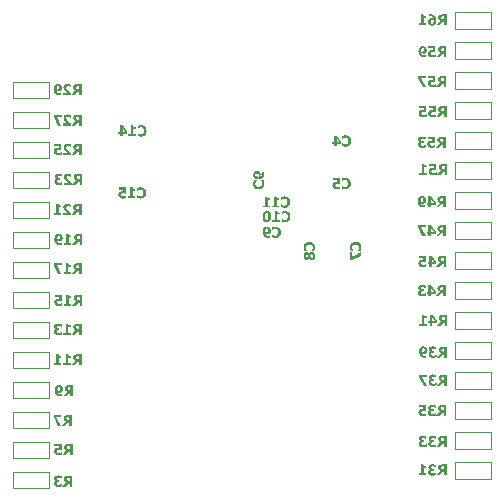
<source format=gbo>
G04*
G04 #@! TF.GenerationSoftware,Altium Limited,Altium Designer,23.9.2 (47)*
G04*
G04 Layer_Color=32896*
%FSLAX44Y44*%
%MOMM*%
G71*
G04*
G04 #@! TF.SameCoordinates,60F5B71E-2B93-43DD-B637-9BD39DAD1F72*
G04*
G04*
G04 #@! TF.FilePolarity,Positive*
G04*
G01*
G75*
%ADD16C,0.1016*%
G36*
X401182Y549258D02*
X401591Y549216D01*
X401957Y549145D01*
X402127Y549117D01*
X402267Y549075D01*
X402408Y549032D01*
X402535Y549004D01*
X402634Y548976D01*
X402719Y548933D01*
X402789Y548919D01*
X402845Y548891D01*
X402874Y548877D01*
X402888D01*
X403212Y548722D01*
X403494Y548553D01*
X403748Y548370D01*
X403945Y548200D01*
X404114Y548045D01*
X404241Y547919D01*
X404311Y547834D01*
X404340Y547820D01*
Y547806D01*
X404551Y547524D01*
X404720Y547242D01*
X404861Y546960D01*
X404988Y546706D01*
X405073Y546481D01*
X405115Y546382D01*
X405129Y546297D01*
X405157Y546241D01*
X405171Y546185D01*
X405186Y546156D01*
Y546142D01*
X405270Y545790D01*
X405326Y545409D01*
X405383Y545057D01*
X405411Y544719D01*
Y544577D01*
X405425Y544437D01*
Y544310D01*
X405439Y544211D01*
Y544112D01*
Y544056D01*
Y544014D01*
Y544000D01*
X405425Y543577D01*
X405397Y543196D01*
X405355Y542858D01*
X405298Y542562D01*
X405284Y542435D01*
X405256Y542322D01*
X405228Y542223D01*
X405214Y542153D01*
X405200Y542082D01*
X405186Y542040D01*
X405171Y542012D01*
Y541998D01*
X405059Y541702D01*
X404932Y541434D01*
X404791Y541194D01*
X404664Y540997D01*
X404551Y540842D01*
X404453Y540729D01*
X404396Y540659D01*
X404368Y540630D01*
X404199Y540475D01*
X404015Y540334D01*
X403846Y540222D01*
X403677Y540123D01*
X403536Y540052D01*
X403409Y539996D01*
X403339Y539968D01*
X403311Y539954D01*
X403071Y539883D01*
X402817Y539827D01*
X402578Y539785D01*
X402352Y539756D01*
X402155Y539742D01*
X402014Y539728D01*
X401873D01*
X401577Y539742D01*
X401309Y539771D01*
X401055Y539813D01*
X400801Y539869D01*
X400590Y539940D01*
X400378Y540024D01*
X400195Y540109D01*
X400026Y540193D01*
X399871Y540278D01*
X399730Y540363D01*
X399617Y540447D01*
X399533Y540518D01*
X399462Y540574D01*
X399406Y540616D01*
X399378Y540644D01*
X399363Y540659D01*
X399194Y540842D01*
X399053Y541025D01*
X398926Y541222D01*
X398828Y541420D01*
X398729Y541617D01*
X398659Y541829D01*
X398546Y542195D01*
X398503Y542378D01*
X398475Y542533D01*
X398461Y542674D01*
X398447Y542801D01*
X398433Y542900D01*
Y542971D01*
Y543027D01*
Y543041D01*
X398447Y543365D01*
X398475Y543661D01*
X398518Y543915D01*
X398574Y544141D01*
X398630Y544310D01*
X398673Y544437D01*
X398701Y544521D01*
X398715Y544549D01*
X398828Y544761D01*
X398955Y544944D01*
X399081Y545113D01*
X399194Y545254D01*
X399307Y545367D01*
X399392Y545438D01*
X399448Y545494D01*
X399476Y545508D01*
X399744Y545677D01*
X399871Y545733D01*
X399984Y545790D01*
X400097Y545832D01*
X400181Y545860D01*
X400238Y545889D01*
X400252D01*
X400576Y545973D01*
X400731Y546001D01*
X400872Y546015D01*
X400985Y546030D01*
X401168D01*
X401379Y546015D01*
X401577Y546001D01*
X401760Y545973D01*
X401915Y545945D01*
X402042Y545903D01*
X402141Y545874D01*
X402197Y545860D01*
X402225Y545846D01*
X402564Y545705D01*
X402719Y545635D01*
X402859Y545564D01*
X402972Y545494D01*
X403057Y545438D01*
X403127Y545409D01*
X403141Y545395D01*
X403071Y545776D01*
X402972Y546100D01*
X402845Y546368D01*
X402733Y546608D01*
X402606Y546777D01*
X402521Y546918D01*
X402451Y546988D01*
X402422Y547016D01*
X402183Y547214D01*
X401915Y547355D01*
X401633Y547453D01*
X401365Y547524D01*
X401126Y547566D01*
X401027Y547580D01*
X400928D01*
X400858Y547594D01*
X400590D01*
X400421Y547580D01*
X400280Y547566D01*
X400153Y547538D01*
X400054Y547524D01*
X399984Y547496D01*
X399927Y547481D01*
X399913D01*
X399786Y547453D01*
X399674Y547411D01*
X399589Y547383D01*
X399504Y547355D01*
X399448Y547341D01*
X399406Y547327D01*
X399392Y547312D01*
X399208D01*
Y549117D01*
X399279Y549131D01*
X399378Y549145D01*
X399575Y549173D01*
X399674Y549187D01*
X399758D01*
X399814Y549201D01*
X399829D01*
X400153Y549244D01*
X400308Y549258D01*
X400449D01*
X400562Y549272D01*
X400731D01*
X401182Y549258D01*
D02*
G37*
G36*
X414264Y539925D02*
X411966D01*
Y543295D01*
X411148D01*
X408583Y539925D01*
X405778D01*
X408879Y543816D01*
X408597Y543971D01*
X408343Y544141D01*
X408118Y544324D01*
X407934Y544493D01*
X407793Y544634D01*
X407681Y544747D01*
X407624Y544831D01*
X407596Y544860D01*
X407441Y545127D01*
X407314Y545409D01*
X407230Y545691D01*
X407173Y545973D01*
X407145Y546213D01*
X407131Y546311D01*
X407117Y546410D01*
Y546481D01*
Y546537D01*
Y546565D01*
Y546579D01*
X407131Y546847D01*
X407159Y547087D01*
X407215Y547298D01*
X407258Y547467D01*
X407314Y547608D01*
X407370Y547721D01*
X407399Y547778D01*
X407413Y547806D01*
X407526Y547975D01*
X407667Y548130D01*
X407793Y548271D01*
X407920Y548384D01*
X408033Y548482D01*
X408118Y548553D01*
X408174Y548595D01*
X408202Y548609D01*
X408386Y548708D01*
X408569Y548793D01*
X408738Y548863D01*
X408907Y548919D01*
X409048Y548962D01*
X409147Y548990D01*
X409217Y549004D01*
X409245D01*
X409457Y549032D01*
X409697Y549060D01*
X409908Y549075D01*
X410119Y549089D01*
X410303Y549103D01*
X414264D01*
Y539925D01*
D02*
G37*
G36*
X394655Y548976D02*
X394683Y548863D01*
X394711Y548750D01*
X394754Y548652D01*
X394782Y548581D01*
X394810Y548525D01*
X394824Y548497D01*
X394838Y548482D01*
X394979Y548313D01*
X395120Y548200D01*
X395191Y548144D01*
X395247Y548116D01*
X395275Y548102D01*
X395289Y548088D01*
X395388Y548045D01*
X395501Y548003D01*
X395726Y547947D01*
X395825Y547933D01*
X395896Y547919D01*
X395952Y547904D01*
X395966D01*
X396262Y547876D01*
X396403D01*
X396530Y547862D01*
X396798D01*
Y546368D01*
X394866D01*
Y541533D01*
X396798D01*
Y539925D01*
X390736D01*
Y541533D01*
X392625D01*
Y549117D01*
X394641D01*
X394655Y548976D01*
D02*
G37*
G36*
X404745Y516943D02*
X404548D01*
X404280Y517000D01*
X404139Y517028D01*
X404012Y517056D01*
X403899Y517084D01*
X403815Y517098D01*
X403744Y517112D01*
X403730D01*
X403378Y517169D01*
X403209Y517183D01*
X403054D01*
X402927Y517197D01*
X402743D01*
X402490Y517183D01*
X402363Y517169D01*
X402236D01*
X402137Y517155D01*
X402053Y517141D01*
X401996Y517126D01*
X401982D01*
X401813Y517098D01*
X401672Y517056D01*
X401545Y517014D01*
X401432Y516971D01*
X401348Y516929D01*
X401277Y516887D01*
X401235Y516873D01*
X401221Y516859D01*
X401066Y516746D01*
X400953Y516619D01*
X400925Y516563D01*
X400897Y516520D01*
X400868Y516492D01*
Y516478D01*
X400784Y516295D01*
X400742Y516126D01*
X400728Y516041D01*
Y515985D01*
Y515942D01*
Y515928D01*
Y515787D01*
X400742Y515660D01*
X400756Y515548D01*
X400784Y515463D01*
X400798Y515392D01*
X400826Y515336D01*
X400840Y515308D01*
Y515294D01*
X400925Y515139D01*
X401024Y515012D01*
X401108Y514913D01*
X401122Y514899D01*
X401136Y514885D01*
X401235Y514800D01*
X401334Y514730D01*
X401559Y514631D01*
X401658Y514603D01*
X401728Y514575D01*
X401785Y514561D01*
X401799D01*
X402095Y514519D01*
X402222Y514490D01*
X402335D01*
X402433Y514476D01*
X402574D01*
X402856Y514490D01*
X402983Y514504D01*
X403096Y514519D01*
X403195Y514533D01*
X403265Y514547D01*
X403307Y514561D01*
X403321D01*
X403561Y514631D01*
X403674Y514660D01*
X403773Y514702D01*
X403857Y514730D01*
X403928Y514758D01*
X403970Y514772D01*
X403984D01*
X404111Y514829D01*
X404224Y514871D01*
X404322Y514913D01*
X404393Y514955D01*
X404463Y514984D01*
X404506Y515012D01*
X404534Y515026D01*
X404548D01*
X404703Y515111D01*
X404830Y515195D01*
X404914Y515252D01*
X404929Y515266D01*
X405140D01*
Y513264D01*
X404957Y513193D01*
X404745Y513123D01*
X404548Y513052D01*
X404351Y512996D01*
X404181Y512954D01*
X404054Y512925D01*
X403998Y512911D01*
X403956D01*
X403942Y512897D01*
X403928D01*
X403646Y512841D01*
X403335Y512799D01*
X403054Y512771D01*
X402772Y512742D01*
X402532Y512728D01*
X402419D01*
X402335Y512714D01*
X402165D01*
X401827Y512728D01*
X401503Y512756D01*
X401235Y512785D01*
X400995Y512841D01*
X400798Y512883D01*
X400657Y512911D01*
X400615Y512925D01*
X400573Y512940D01*
X400558Y512954D01*
X400544D01*
X400305Y513052D01*
X400079Y513165D01*
X399896Y513278D01*
X399727Y513377D01*
X399586Y513475D01*
X399487Y513560D01*
X399431Y513616D01*
X399402Y513630D01*
X399233Y513800D01*
X399078Y513983D01*
X398951Y514152D01*
X398853Y514321D01*
X398768Y514462D01*
X398712Y514575D01*
X398684Y514645D01*
X398669Y514674D01*
X398585Y514913D01*
X398528Y515139D01*
X398472Y515364D01*
X398444Y515576D01*
X398430Y515759D01*
X398416Y515886D01*
Y515942D01*
Y515985D01*
Y515999D01*
Y516013D01*
X398430Y516309D01*
X398458Y516577D01*
X398514Y516816D01*
X398557Y517014D01*
X398613Y517169D01*
X398669Y517296D01*
X398698Y517366D01*
X398712Y517394D01*
X398825Y517606D01*
X398965Y517775D01*
X399106Y517944D01*
X399233Y518071D01*
X399346Y518170D01*
X399445Y518254D01*
X399501Y518297D01*
X399529Y518311D01*
X399698Y518409D01*
X399868Y518494D01*
X400023Y518564D01*
X400178Y518621D01*
X400319Y518663D01*
X400417Y518691D01*
X400488Y518719D01*
X400516D01*
X400939Y518804D01*
X401151Y518832D01*
X401334Y518846D01*
X401503Y518860D01*
X401996D01*
X402053Y518846D01*
X402137D01*
X402306Y518832D01*
X402447D01*
X402504Y518818D01*
X402574D01*
Y520355D01*
X398669D01*
Y522089D01*
X404745D01*
Y516943D01*
D02*
G37*
G36*
X394243Y522272D02*
X394525Y522244D01*
X394765Y522201D01*
X394976Y522159D01*
X395145Y522117D01*
X395286Y522075D01*
X395371Y522046D01*
X395385Y522032D01*
X395399D01*
X395624Y521934D01*
X395836Y521821D01*
X396033Y521694D01*
X396188Y521581D01*
X396315Y521482D01*
X396400Y521398D01*
X396470Y521342D01*
X396484Y521327D01*
X396639Y521158D01*
X396780Y520975D01*
X396907Y520792D01*
X396992Y520637D01*
X397076Y520481D01*
X397133Y520369D01*
X397161Y520298D01*
X397175Y520284D01*
Y520270D01*
X397260Y520045D01*
X397316Y519805D01*
X397358Y519579D01*
X397387Y519382D01*
X397401Y519199D01*
X397415Y519072D01*
Y519015D01*
Y518973D01*
Y518959D01*
Y518945D01*
X397401Y518607D01*
X397373Y518311D01*
X397330Y518057D01*
X397274Y517845D01*
X397231Y517662D01*
X397189Y517535D01*
X397161Y517465D01*
X397147Y517437D01*
X397034Y517225D01*
X396907Y517042D01*
X396780Y516873D01*
X396668Y516746D01*
X396555Y516633D01*
X396470Y516549D01*
X396414Y516492D01*
X396400Y516478D01*
X396118Y516309D01*
X395991Y516238D01*
X395864Y516182D01*
X395765Y516140D01*
X395681Y516111D01*
X395624Y516083D01*
X395610D01*
X395286Y516013D01*
X395131Y515999D01*
X394990Y515985D01*
X394863Y515970D01*
X394694D01*
X394468Y515985D01*
X394271Y515999D01*
X394088Y516027D01*
X393933Y516055D01*
X393820Y516083D01*
X393721Y516097D01*
X393665Y516126D01*
X393651D01*
X393327Y516267D01*
X393172Y516351D01*
X393031Y516436D01*
X392918Y516492D01*
X392819Y516549D01*
X392763Y516591D01*
X392734Y516605D01*
X392763Y516379D01*
X392805Y516182D01*
X392847Y516013D01*
X392904Y515858D01*
X392946Y515745D01*
X392988Y515646D01*
X393002Y515590D01*
X393017Y515576D01*
X393101Y515435D01*
X393186Y515294D01*
X393270Y515181D01*
X393355Y515082D01*
X393425Y515012D01*
X393482Y514941D01*
X393524Y514913D01*
X393538Y514899D01*
X393778Y514730D01*
X393905Y514674D01*
X394017Y514617D01*
X394116Y514575D01*
X394201Y514547D01*
X394257Y514519D01*
X394271D01*
X394581Y514448D01*
X394722Y514434D01*
X394849Y514420D01*
X394962Y514406D01*
X395328D01*
X395512Y514420D01*
X395653Y514434D01*
X395779Y514448D01*
X395892Y514462D01*
X395963Y514476D01*
X396005Y514490D01*
X396019D01*
X396231Y514561D01*
X396301Y514603D01*
X396372Y514631D01*
X396428Y514645D01*
X396470Y514674D01*
X396484Y514688D01*
X396668D01*
Y512883D01*
X396597Y512869D01*
X396512Y512855D01*
X396315Y512813D01*
X396217Y512799D01*
X396132D01*
X396076Y512785D01*
X396061D01*
X395723Y512756D01*
X395568Y512742D01*
X395427D01*
X395314Y512728D01*
X395159D01*
X394694Y512742D01*
X394285Y512785D01*
X393919Y512841D01*
X393750Y512883D01*
X393595Y512911D01*
X393468Y512940D01*
X393341Y512982D01*
X393242Y513010D01*
X393158Y513038D01*
X393087Y513066D01*
X393045Y513081D01*
X393017Y513095D01*
X393002D01*
X392692Y513250D01*
X392410Y513433D01*
X392157Y513616D01*
X391945Y513786D01*
X391776Y513941D01*
X391635Y514081D01*
X391564Y514166D01*
X391536Y514180D01*
Y514194D01*
X391339Y514462D01*
X391156Y514744D01*
X391015Y515026D01*
X390902Y515280D01*
X390803Y515519D01*
X390775Y515618D01*
X390747Y515689D01*
X390719Y515759D01*
X390705Y515815D01*
X390690Y515844D01*
Y515858D01*
X390592Y516238D01*
X390521Y516605D01*
X390479Y516971D01*
X390437Y517310D01*
Y517451D01*
X390423Y517592D01*
Y517719D01*
X390409Y517817D01*
Y517902D01*
Y517958D01*
Y518000D01*
Y518015D01*
X390423Y518438D01*
X390451Y518818D01*
X390493Y519156D01*
X390535Y519453D01*
X390564Y519565D01*
X390592Y519678D01*
X390620Y519777D01*
X390634Y519861D01*
X390648Y519918D01*
X390662Y519960D01*
X390676Y519988D01*
Y520002D01*
X390789Y520298D01*
X390916Y520566D01*
X391043Y520806D01*
X391170Y521003D01*
X391283Y521158D01*
X391381Y521271D01*
X391438Y521342D01*
X391466Y521370D01*
X391635Y521539D01*
X391818Y521680D01*
X392001Y521793D01*
X392171Y521891D01*
X392312Y521962D01*
X392439Y522018D01*
X392509Y522046D01*
X392523Y522060D01*
X392537D01*
X392777Y522131D01*
X393017Y522187D01*
X393256Y522230D01*
X393482Y522258D01*
X393679Y522272D01*
X393820Y522286D01*
X393961D01*
X394243Y522272D01*
D02*
G37*
G36*
X414091Y512911D02*
X411794D01*
Y516281D01*
X410976D01*
X408410Y512911D01*
X405605D01*
X408706Y516802D01*
X408424Y516957D01*
X408171Y517126D01*
X407945Y517310D01*
X407762Y517479D01*
X407621Y517620D01*
X407508Y517733D01*
X407452Y517817D01*
X407424Y517845D01*
X407269Y518113D01*
X407142Y518395D01*
X407057Y518677D01*
X407001Y518959D01*
X406973Y519199D01*
X406958Y519297D01*
X406944Y519396D01*
Y519467D01*
Y519523D01*
Y519551D01*
Y519565D01*
X406958Y519833D01*
X406987Y520073D01*
X407043Y520284D01*
X407085Y520453D01*
X407142Y520594D01*
X407198Y520707D01*
X407226Y520764D01*
X407240Y520792D01*
X407353Y520961D01*
X407494Y521116D01*
X407621Y521257D01*
X407748Y521370D01*
X407861Y521468D01*
X407945Y521539D01*
X408002Y521581D01*
X408030Y521595D01*
X408213Y521694D01*
X408396Y521778D01*
X408565Y521849D01*
X408735Y521905D01*
X408876Y521948D01*
X408974Y521976D01*
X409045Y521990D01*
X409073D01*
X409284Y522018D01*
X409524Y522046D01*
X409735Y522060D01*
X409947Y522075D01*
X410130Y522089D01*
X414091D01*
Y512911D01*
D02*
G37*
G36*
X404766Y491792D02*
X404569D01*
X404301Y491848D01*
X404160Y491876D01*
X404033Y491905D01*
X403921Y491933D01*
X403836Y491947D01*
X403765Y491961D01*
X403751D01*
X403399Y492017D01*
X403230Y492032D01*
X403075D01*
X402948Y492046D01*
X402765D01*
X402511Y492032D01*
X402384Y492017D01*
X402257D01*
X402158Y492003D01*
X402074Y491989D01*
X402017Y491975D01*
X402003D01*
X401834Y491947D01*
X401693Y491905D01*
X401566Y491862D01*
X401454Y491820D01*
X401369Y491778D01*
X401298Y491735D01*
X401256Y491721D01*
X401242Y491707D01*
X401087Y491595D01*
X400974Y491468D01*
X400946Y491411D01*
X400918Y491369D01*
X400890Y491341D01*
Y491327D01*
X400805Y491143D01*
X400763Y490974D01*
X400749Y490890D01*
Y490833D01*
Y490791D01*
Y490777D01*
Y490636D01*
X400763Y490509D01*
X400777Y490396D01*
X400805Y490312D01*
X400819Y490241D01*
X400847Y490185D01*
X400862Y490157D01*
Y490143D01*
X400946Y489987D01*
X401045Y489861D01*
X401129Y489762D01*
X401143Y489748D01*
X401157Y489734D01*
X401256Y489649D01*
X401355Y489579D01*
X401580Y489480D01*
X401679Y489452D01*
X401750Y489424D01*
X401806Y489409D01*
X401820D01*
X402116Y489367D01*
X402243Y489339D01*
X402356D01*
X402454Y489325D01*
X402595D01*
X402877Y489339D01*
X403004Y489353D01*
X403117Y489367D01*
X403216Y489381D01*
X403286Y489395D01*
X403328Y489409D01*
X403343D01*
X403582Y489480D01*
X403695Y489508D01*
X403794Y489551D01*
X403878Y489579D01*
X403949Y489607D01*
X403991Y489621D01*
X404005D01*
X404132Y489677D01*
X404245Y489720D01*
X404343Y489762D01*
X404414Y489804D01*
X404484Y489832D01*
X404527Y489861D01*
X404555Y489875D01*
X404569D01*
X404724Y489959D01*
X404851Y490044D01*
X404935Y490100D01*
X404950Y490114D01*
X405161D01*
Y488113D01*
X404978Y488042D01*
X404766Y487972D01*
X404569Y487901D01*
X404372Y487845D01*
X404202Y487802D01*
X404076Y487774D01*
X404019Y487760D01*
X403977D01*
X403963Y487746D01*
X403949D01*
X403667Y487690D01*
X403357Y487647D01*
X403075Y487619D01*
X402793Y487591D01*
X402553Y487577D01*
X402440D01*
X402356Y487563D01*
X402187D01*
X401848Y487577D01*
X401524Y487605D01*
X401256Y487633D01*
X401017Y487690D01*
X400819Y487732D01*
X400678Y487760D01*
X400636Y487774D01*
X400594Y487788D01*
X400579Y487802D01*
X400565D01*
X400326Y487901D01*
X400100Y488014D01*
X399917Y488127D01*
X399748Y488225D01*
X399607Y488324D01*
X399508Y488409D01*
X399452Y488465D01*
X399424Y488479D01*
X399254Y488648D01*
X399099Y488831D01*
X398973Y489001D01*
X398874Y489170D01*
X398789Y489311D01*
X398733Y489424D01*
X398705Y489494D01*
X398690Y489522D01*
X398606Y489762D01*
X398549Y489987D01*
X398493Y490213D01*
X398465Y490424D01*
X398451Y490608D01*
X398437Y490735D01*
Y490791D01*
Y490833D01*
Y490847D01*
Y490862D01*
X398451Y491157D01*
X398479Y491425D01*
X398535Y491665D01*
X398578Y491862D01*
X398634Y492017D01*
X398690Y492144D01*
X398719Y492215D01*
X398733Y492243D01*
X398846Y492454D01*
X398987Y492624D01*
X399128Y492793D01*
X399254Y492920D01*
X399367Y493018D01*
X399466Y493103D01*
X399522Y493145D01*
X399550Y493159D01*
X399720Y493258D01*
X399889Y493343D01*
X400044Y493413D01*
X400199Y493469D01*
X400340Y493512D01*
X400438Y493540D01*
X400509Y493568D01*
X400537D01*
X400960Y493653D01*
X401172Y493681D01*
X401355Y493695D01*
X401524Y493709D01*
X402017D01*
X402074Y493695D01*
X402158D01*
X402327Y493681D01*
X402468D01*
X402525Y493667D01*
X402595D01*
Y495203D01*
X398690D01*
Y496937D01*
X404766D01*
Y491792D01*
D02*
G37*
G36*
X414113Y487760D02*
X411815D01*
Y491129D01*
X410997D01*
X408432Y487760D01*
X405626D01*
X408728Y491651D01*
X408446Y491806D01*
X408192Y491975D01*
X407966Y492158D01*
X407783Y492328D01*
X407642Y492468D01*
X407529Y492581D01*
X407473Y492666D01*
X407445Y492694D01*
X407290Y492962D01*
X407163Y493244D01*
X407078Y493526D01*
X407022Y493808D01*
X406994Y494047D01*
X406980Y494146D01*
X406965Y494245D01*
Y494315D01*
Y494372D01*
Y494400D01*
Y494414D01*
X406980Y494682D01*
X407008Y494921D01*
X407064Y495133D01*
X407106Y495302D01*
X407163Y495443D01*
X407219Y495556D01*
X407247Y495612D01*
X407262Y495640D01*
X407374Y495810D01*
X407515Y495965D01*
X407642Y496106D01*
X407769Y496218D01*
X407882Y496317D01*
X407966Y496387D01*
X408023Y496430D01*
X408051Y496444D01*
X408234Y496543D01*
X408417Y496627D01*
X408587Y496698D01*
X408756Y496754D01*
X408897Y496796D01*
X408995Y496824D01*
X409066Y496839D01*
X409094D01*
X409306Y496867D01*
X409545Y496895D01*
X409757Y496909D01*
X409968Y496923D01*
X410151Y496937D01*
X414113D01*
Y487760D01*
D02*
G37*
G36*
X397140Y495203D02*
X392784D01*
X396858Y487760D01*
X394306D01*
X390387Y495105D01*
Y496937D01*
X397140D01*
Y495203D01*
D02*
G37*
G36*
X405009Y466292D02*
X404812D01*
X404544Y466348D01*
X404403Y466376D01*
X404276Y466405D01*
X404164Y466433D01*
X404079Y466447D01*
X404008Y466461D01*
X403994D01*
X403642Y466517D01*
X403473Y466531D01*
X403318D01*
X403191Y466546D01*
X403008D01*
X402754Y466531D01*
X402627Y466517D01*
X402500D01*
X402401Y466503D01*
X402317Y466489D01*
X402260Y466475D01*
X402246D01*
X402077Y466447D01*
X401936Y466405D01*
X401809Y466362D01*
X401697Y466320D01*
X401612Y466278D01*
X401541Y466236D01*
X401499Y466221D01*
X401485Y466207D01*
X401330Y466095D01*
X401217Y465968D01*
X401189Y465911D01*
X401161Y465869D01*
X401133Y465841D01*
Y465827D01*
X401048Y465643D01*
X401006Y465474D01*
X400992Y465390D01*
Y465333D01*
Y465291D01*
Y465277D01*
Y465136D01*
X401006Y465009D01*
X401020Y464896D01*
X401048Y464812D01*
X401062Y464741D01*
X401090Y464685D01*
X401104Y464657D01*
Y464642D01*
X401189Y464487D01*
X401288Y464361D01*
X401372Y464262D01*
X401386Y464248D01*
X401400Y464234D01*
X401499Y464149D01*
X401598Y464079D01*
X401823Y463980D01*
X401922Y463952D01*
X401992Y463924D01*
X402049Y463909D01*
X402063D01*
X402359Y463867D01*
X402486Y463839D01*
X402599D01*
X402697Y463825D01*
X402838D01*
X403120Y463839D01*
X403247Y463853D01*
X403360Y463867D01*
X403459Y463881D01*
X403529Y463895D01*
X403571Y463909D01*
X403586D01*
X403825Y463980D01*
X403938Y464008D01*
X404037Y464050D01*
X404121Y464079D01*
X404192Y464107D01*
X404234Y464121D01*
X404248D01*
X404375Y464177D01*
X404488Y464220D01*
X404586Y464262D01*
X404657Y464304D01*
X404727Y464332D01*
X404770Y464361D01*
X404798Y464375D01*
X404812D01*
X404967Y464459D01*
X405094Y464544D01*
X405178Y464600D01*
X405193Y464614D01*
X405404D01*
Y462613D01*
X405221Y462542D01*
X405009Y462472D01*
X404812Y462401D01*
X404615Y462345D01*
X404445Y462302D01*
X404319Y462274D01*
X404262Y462260D01*
X404220D01*
X404206Y462246D01*
X404192D01*
X403910Y462190D01*
X403600Y462147D01*
X403318Y462119D01*
X403036Y462091D01*
X402796Y462077D01*
X402683D01*
X402599Y462063D01*
X402430D01*
X402091Y462077D01*
X401767Y462105D01*
X401499Y462133D01*
X401259Y462190D01*
X401062Y462232D01*
X400921Y462260D01*
X400879Y462274D01*
X400837Y462288D01*
X400822Y462302D01*
X400808D01*
X400569Y462401D01*
X400343Y462514D01*
X400160Y462627D01*
X399991Y462725D01*
X399850Y462824D01*
X399751Y462909D01*
X399695Y462965D01*
X399666Y462979D01*
X399497Y463148D01*
X399342Y463331D01*
X399215Y463501D01*
X399117Y463670D01*
X399032Y463811D01*
X398976Y463924D01*
X398948Y463994D01*
X398933Y464022D01*
X398849Y464262D01*
X398792Y464487D01*
X398736Y464713D01*
X398708Y464925D01*
X398694Y465108D01*
X398680Y465235D01*
Y465291D01*
Y465333D01*
Y465347D01*
Y465362D01*
X398694Y465658D01*
X398722Y465925D01*
X398778Y466165D01*
X398821Y466362D01*
X398877Y466517D01*
X398933Y466644D01*
X398962Y466715D01*
X398976Y466743D01*
X399089Y466954D01*
X399230Y467124D01*
X399370Y467293D01*
X399497Y467420D01*
X399610Y467518D01*
X399709Y467603D01*
X399765Y467645D01*
X399793Y467659D01*
X399963Y467758D01*
X400132Y467842D01*
X400287Y467913D01*
X400442Y467969D01*
X400583Y468012D01*
X400681Y468040D01*
X400752Y468068D01*
X400780D01*
X401203Y468153D01*
X401415Y468181D01*
X401598Y468195D01*
X401767Y468209D01*
X402260D01*
X402317Y468195D01*
X402401D01*
X402570Y468181D01*
X402711D01*
X402768Y468167D01*
X402838D01*
Y469703D01*
X398933D01*
Y471437D01*
X405009D01*
Y466292D01*
D02*
G37*
G36*
X396974D02*
X396777D01*
X396509Y466348D01*
X396368Y466376D01*
X396241Y466405D01*
X396128Y466433D01*
X396044Y466447D01*
X395973Y466461D01*
X395959D01*
X395607Y466517D01*
X395437Y466531D01*
X395282D01*
X395155Y466546D01*
X394972D01*
X394719Y466531D01*
X394592Y466517D01*
X394465D01*
X394366Y466503D01*
X394282Y466489D01*
X394225Y466475D01*
X394211D01*
X394042Y466447D01*
X393901Y466405D01*
X393774Y466362D01*
X393661Y466320D01*
X393577Y466278D01*
X393506Y466236D01*
X393464Y466221D01*
X393450Y466207D01*
X393295Y466095D01*
X393182Y465968D01*
X393154Y465911D01*
X393125Y465869D01*
X393097Y465841D01*
Y465827D01*
X393013Y465643D01*
X392971Y465474D01*
X392956Y465390D01*
Y465333D01*
Y465291D01*
Y465277D01*
Y465136D01*
X392971Y465009D01*
X392985Y464896D01*
X393013Y464812D01*
X393027Y464741D01*
X393055Y464685D01*
X393069Y464657D01*
Y464642D01*
X393154Y464487D01*
X393252Y464361D01*
X393337Y464262D01*
X393351Y464248D01*
X393365Y464234D01*
X393464Y464149D01*
X393563Y464079D01*
X393788Y463980D01*
X393887Y463952D01*
X393957Y463924D01*
X394014Y463909D01*
X394028D01*
X394324Y463867D01*
X394451Y463839D01*
X394563D01*
X394662Y463825D01*
X394803D01*
X395085Y463839D01*
X395212Y463853D01*
X395325Y463867D01*
X395423Y463881D01*
X395494Y463895D01*
X395536Y463909D01*
X395550D01*
X395790Y463980D01*
X395903Y464008D01*
X396001Y464050D01*
X396086Y464079D01*
X396156Y464107D01*
X396199Y464121D01*
X396213D01*
X396340Y464177D01*
X396452Y464220D01*
X396551Y464262D01*
X396622Y464304D01*
X396692Y464332D01*
X396734Y464361D01*
X396763Y464375D01*
X396777D01*
X396932Y464459D01*
X397059Y464544D01*
X397143Y464600D01*
X397157Y464614D01*
X397369D01*
Y462613D01*
X397186Y462542D01*
X396974Y462472D01*
X396777Y462401D01*
X396579Y462345D01*
X396410Y462302D01*
X396283Y462274D01*
X396227Y462260D01*
X396185D01*
X396171Y462246D01*
X396156D01*
X395874Y462190D01*
X395564Y462147D01*
X395282Y462119D01*
X395000Y462091D01*
X394761Y462077D01*
X394648D01*
X394563Y462063D01*
X394394D01*
X394056Y462077D01*
X393732Y462105D01*
X393464Y462133D01*
X393224Y462190D01*
X393027Y462232D01*
X392886Y462260D01*
X392844Y462274D01*
X392801Y462288D01*
X392787Y462302D01*
X392773D01*
X392533Y462401D01*
X392308Y462514D01*
X392125Y462627D01*
X391955Y462725D01*
X391814Y462824D01*
X391716Y462909D01*
X391659Y462965D01*
X391631Y462979D01*
X391462Y463148D01*
X391307Y463331D01*
X391180Y463501D01*
X391082Y463670D01*
X390997Y463811D01*
X390941Y463924D01*
X390912Y463994D01*
X390898Y464022D01*
X390814Y464262D01*
X390757Y464487D01*
X390701Y464713D01*
X390673Y464925D01*
X390659Y465108D01*
X390644Y465235D01*
Y465291D01*
Y465333D01*
Y465347D01*
Y465362D01*
X390659Y465658D01*
X390687Y465925D01*
X390743Y466165D01*
X390785Y466362D01*
X390842Y466517D01*
X390898Y466644D01*
X390926Y466715D01*
X390941Y466743D01*
X391053Y466954D01*
X391194Y467124D01*
X391335Y467293D01*
X391462Y467420D01*
X391575Y467518D01*
X391674Y467603D01*
X391730Y467645D01*
X391758Y467659D01*
X391927Y467758D01*
X392096Y467842D01*
X392252Y467913D01*
X392407Y467969D01*
X392548Y468012D01*
X392646Y468040D01*
X392717Y468068D01*
X392745D01*
X393168Y468153D01*
X393379Y468181D01*
X393563Y468195D01*
X393732Y468209D01*
X394225D01*
X394282Y468195D01*
X394366D01*
X394535Y468181D01*
X394676D01*
X394733Y468167D01*
X394803D01*
Y469703D01*
X390898D01*
Y471437D01*
X396974D01*
Y466292D01*
D02*
G37*
G36*
X414356Y462260D02*
X412058D01*
Y465629D01*
X411240D01*
X408675Y462260D01*
X405869D01*
X408971Y466151D01*
X408689Y466306D01*
X408435Y466475D01*
X408209Y466658D01*
X408026Y466828D01*
X407885Y466968D01*
X407772Y467081D01*
X407716Y467166D01*
X407688Y467194D01*
X407533Y467462D01*
X407406Y467744D01*
X407321Y468026D01*
X407265Y468308D01*
X407237Y468547D01*
X407223Y468646D01*
X407208Y468745D01*
Y468815D01*
Y468872D01*
Y468900D01*
Y468914D01*
X407223Y469182D01*
X407251Y469421D01*
X407307Y469633D01*
X407349Y469802D01*
X407406Y469943D01*
X407462Y470056D01*
X407490Y470112D01*
X407505Y470140D01*
X407617Y470309D01*
X407758Y470465D01*
X407885Y470606D01*
X408012Y470718D01*
X408125Y470817D01*
X408209Y470887D01*
X408266Y470930D01*
X408294Y470944D01*
X408477Y471043D01*
X408660Y471127D01*
X408830Y471198D01*
X408999Y471254D01*
X409140Y471296D01*
X409238Y471325D01*
X409309Y471339D01*
X409337D01*
X409548Y471367D01*
X409788Y471395D01*
X410000Y471409D01*
X410211Y471423D01*
X410394Y471437D01*
X414356D01*
Y462260D01*
D02*
G37*
G36*
X393834Y445772D02*
X394145Y445758D01*
X394412Y445730D01*
X394666Y445687D01*
X394878Y445645D01*
X394962Y445631D01*
X395033Y445617D01*
X395089Y445603D01*
X395131D01*
X395160Y445589D01*
X395174D01*
X395456Y445518D01*
X395709Y445448D01*
X395921Y445391D01*
X396104Y445335D01*
X396259Y445279D01*
X396358Y445236D01*
X396414Y445222D01*
X396442Y445208D01*
Y443248D01*
X396259D01*
X396132Y443319D01*
X395991Y443390D01*
X395935Y443418D01*
X395879Y443446D01*
X395850Y443474D01*
X395836D01*
X395639Y443573D01*
X395456Y443657D01*
X395399Y443685D01*
X395343Y443714D01*
X395315Y443728D01*
X395301D01*
X395047Y443812D01*
X394934Y443855D01*
X394835Y443883D01*
X394751Y443911D01*
X394680Y443925D01*
X394638Y443939D01*
X394624D01*
X394370Y443996D01*
X394243Y444010D01*
X394145D01*
X394060Y444024D01*
X393764D01*
X393595Y444010D01*
X393524Y443996D01*
X393468D01*
X393440Y443982D01*
X393426D01*
X393214Y443939D01*
X393059Y443883D01*
X392989Y443869D01*
X392946Y443841D01*
X392918Y443826D01*
X392904D01*
X392777Y443742D01*
X392679Y443643D01*
X392622Y443573D01*
X392594Y443559D01*
Y443545D01*
X392509Y443404D01*
X392467Y443263D01*
X392453Y443192D01*
Y443136D01*
Y443107D01*
Y443093D01*
Y442967D01*
X392481Y442854D01*
X392495Y442755D01*
X392523Y442685D01*
X392552Y442614D01*
X392566Y442572D01*
X392594Y442544D01*
Y442529D01*
X392707Y442389D01*
X392834Y442290D01*
X392890Y442248D01*
X392932Y442234D01*
X392961Y442205D01*
X392975D01*
X393172Y442135D01*
X393369Y442093D01*
X393454Y442064D01*
X393524D01*
X393567Y442050D01*
X393581D01*
X393849Y442036D01*
X393975D01*
X394088Y442022D01*
X394695D01*
Y440415D01*
X393820D01*
X393722Y440401D01*
X393581D01*
X393426Y440387D01*
X393299Y440373D01*
X393172Y440359D01*
X393073Y440330D01*
X392989Y440316D01*
X392932Y440288D01*
X392890Y440274D01*
X392876D01*
X392679Y440175D01*
X392523Y440077D01*
X392467Y440020D01*
X392425Y439992D01*
X392411Y439964D01*
X392397Y439950D01*
X392340Y439865D01*
X392284Y439767D01*
X392242Y439555D01*
X392228Y439456D01*
X392213Y439386D01*
Y439329D01*
Y439315D01*
Y439174D01*
X392228Y439048D01*
X392256Y438935D01*
X392270Y438836D01*
X392298Y438766D01*
X392326Y438709D01*
X392340Y438681D01*
Y438667D01*
X392453Y438512D01*
X392552Y438399D01*
X392636Y438315D01*
X392664Y438300D01*
X392679Y438286D01*
X392890Y438159D01*
X393116Y438089D01*
X393200Y438061D01*
X393271Y438047D01*
X393327Y438033D01*
X393341D01*
X393623Y438004D01*
X393736Y437990D01*
X393849D01*
X393933Y437976D01*
X394060D01*
X394272Y437990D01*
X394497Y438018D01*
X394709Y438047D01*
X394892Y438089D01*
X395061Y438131D01*
X395202Y438174D01*
X395286Y438188D01*
X395301Y438202D01*
X395315D01*
X395554Y438300D01*
X395780Y438399D01*
X395991Y438484D01*
X396161Y438582D01*
X396301Y438667D01*
X396414Y438723D01*
X396471Y438766D01*
X396499Y438780D01*
X396710D01*
Y436792D01*
X396513Y436707D01*
X396316Y436637D01*
X396104Y436567D01*
X395907Y436510D01*
X395738Y436468D01*
X395597Y436426D01*
X395540Y436411D01*
X395498D01*
X395484Y436397D01*
X395470D01*
X395174Y436341D01*
X394864Y436299D01*
X394553Y436256D01*
X394272Y436242D01*
X394018Y436228D01*
X393905Y436214D01*
X393637D01*
X393299Y436228D01*
X392989Y436242D01*
X392721Y436270D01*
X392481Y436313D01*
X392298Y436355D01*
X392157Y436383D01*
X392115Y436397D01*
X392072D01*
X392058Y436411D01*
X392044D01*
X391805Y436496D01*
X391579Y436595D01*
X391382Y436693D01*
X391213Y436792D01*
X391086Y436877D01*
X390973Y436947D01*
X390916Y436989D01*
X390888Y437004D01*
X390719Y437159D01*
X390564Y437314D01*
X390451Y437483D01*
X390339Y437624D01*
X390254Y437751D01*
X390197Y437863D01*
X390169Y437920D01*
X390155Y437948D01*
X390071Y438159D01*
X390014Y438385D01*
X389958Y438582D01*
X389930Y438780D01*
X389916Y438949D01*
X389902Y439076D01*
Y439160D01*
Y439174D01*
Y439189D01*
X389916Y439372D01*
X389930Y439555D01*
X389958Y439710D01*
X389986Y439837D01*
X390028Y439950D01*
X390056Y440020D01*
X390071Y440077D01*
X390085Y440091D01*
X390155Y440232D01*
X390240Y440345D01*
X390310Y440457D01*
X390381Y440542D01*
X390451Y440612D01*
X390508Y440669D01*
X390536Y440697D01*
X390550Y440711D01*
X390663Y440810D01*
X390775Y440880D01*
X390959Y441007D01*
X391043Y441035D01*
X391100Y441063D01*
X391142Y441092D01*
X391156D01*
X391382Y441162D01*
X391494Y441190D01*
X391593Y441218D01*
X391678Y441233D01*
X391734Y441247D01*
X391776Y441261D01*
X391791D01*
Y441345D01*
X391523Y441430D01*
X391297Y441543D01*
X391100Y441656D01*
X390916Y441796D01*
X390790Y441909D01*
X390691Y442008D01*
X390620Y442078D01*
X390606Y442107D01*
X390451Y442332D01*
X390339Y442572D01*
X390254Y442797D01*
X390197Y443009D01*
X390169Y443192D01*
X390141Y443347D01*
Y443404D01*
Y443446D01*
Y443460D01*
Y443474D01*
X390155Y443685D01*
X390183Y443869D01*
X390212Y444038D01*
X390254Y444193D01*
X390310Y444320D01*
X390339Y444404D01*
X390367Y444475D01*
X390381Y444489D01*
X390480Y444644D01*
X390592Y444799D01*
X390705Y444926D01*
X390818Y445025D01*
X390931Y445109D01*
X391015Y445166D01*
X391072Y445208D01*
X391086Y445222D01*
X391255Y445321D01*
X391424Y445405D01*
X391593Y445476D01*
X391762Y445532D01*
X391903Y445574D01*
X392016Y445603D01*
X392086Y445631D01*
X392115D01*
X392340Y445687D01*
X392580Y445715D01*
X392820Y445744D01*
X393045Y445772D01*
X393228D01*
X393383Y445786D01*
X393524D01*
X393834Y445772D01*
D02*
G37*
G36*
X404252Y440443D02*
X404055D01*
X403787Y440500D01*
X403646Y440528D01*
X403519Y440556D01*
X403406Y440584D01*
X403322Y440598D01*
X403251Y440612D01*
X403237D01*
X402885Y440669D01*
X402716Y440683D01*
X402561D01*
X402434Y440697D01*
X402251D01*
X401997Y440683D01*
X401870Y440669D01*
X401743D01*
X401644Y440655D01*
X401560Y440640D01*
X401503Y440626D01*
X401489D01*
X401320Y440598D01*
X401179Y440556D01*
X401052Y440514D01*
X400939Y440471D01*
X400855Y440429D01*
X400784Y440387D01*
X400742Y440373D01*
X400728Y440359D01*
X400573Y440246D01*
X400460Y440119D01*
X400432Y440063D01*
X400404Y440020D01*
X400376Y439992D01*
Y439978D01*
X400291Y439795D01*
X400249Y439626D01*
X400235Y439541D01*
Y439485D01*
Y439442D01*
Y439428D01*
Y439287D01*
X400249Y439160D01*
X400263Y439048D01*
X400291Y438963D01*
X400305Y438893D01*
X400333Y438836D01*
X400347Y438808D01*
Y438794D01*
X400432Y438639D01*
X400531Y438512D01*
X400615Y438413D01*
X400629Y438399D01*
X400643Y438385D01*
X400742Y438300D01*
X400841Y438230D01*
X401066Y438131D01*
X401165Y438103D01*
X401236Y438075D01*
X401292Y438061D01*
X401306D01*
X401602Y438018D01*
X401729Y437990D01*
X401842D01*
X401940Y437976D01*
X402081D01*
X402363Y437990D01*
X402490Y438004D01*
X402603Y438018D01*
X402702Y438033D01*
X402772Y438047D01*
X402814Y438061D01*
X402828D01*
X403068Y438131D01*
X403181Y438159D01*
X403279Y438202D01*
X403364Y438230D01*
X403435Y438258D01*
X403477Y438272D01*
X403491D01*
X403618Y438329D01*
X403731Y438371D01*
X403829Y438413D01*
X403900Y438456D01*
X403970Y438484D01*
X404013Y438512D01*
X404041Y438526D01*
X404055D01*
X404210Y438611D01*
X404337Y438695D01*
X404421Y438751D01*
X404436Y438766D01*
X404647D01*
Y436764D01*
X404464Y436693D01*
X404252Y436623D01*
X404055Y436552D01*
X403857Y436496D01*
X403688Y436454D01*
X403562Y436426D01*
X403505Y436411D01*
X403463D01*
X403449Y436397D01*
X403435D01*
X403153Y436341D01*
X402842Y436299D01*
X402561Y436270D01*
X402279Y436242D01*
X402039Y436228D01*
X401926D01*
X401842Y436214D01*
X401673D01*
X401334Y436228D01*
X401010Y436256D01*
X400742Y436285D01*
X400502Y436341D01*
X400305Y436383D01*
X400164Y436411D01*
X400122Y436426D01*
X400079Y436440D01*
X400065Y436454D01*
X400051D01*
X399812Y436552D01*
X399586Y436665D01*
X399403Y436778D01*
X399234Y436877D01*
X399093Y436975D01*
X398994Y437060D01*
X398938Y437116D01*
X398909Y437130D01*
X398740Y437300D01*
X398585Y437483D01*
X398458Y437652D01*
X398360Y437821D01*
X398275Y437962D01*
X398219Y438075D01*
X398190Y438145D01*
X398176Y438174D01*
X398092Y438413D01*
X398035Y438639D01*
X397979Y438864D01*
X397951Y439076D01*
X397937Y439259D01*
X397923Y439386D01*
Y439442D01*
Y439485D01*
Y439499D01*
Y439513D01*
X397937Y439809D01*
X397965Y440077D01*
X398021Y440316D01*
X398064Y440514D01*
X398120Y440669D01*
X398176Y440796D01*
X398205Y440866D01*
X398219Y440894D01*
X398331Y441106D01*
X398473Y441275D01*
X398613Y441444D01*
X398740Y441571D01*
X398853Y441670D01*
X398952Y441754D01*
X399008Y441796D01*
X399036Y441811D01*
X399206Y441909D01*
X399375Y441994D01*
X399530Y442064D01*
X399685Y442121D01*
X399826Y442163D01*
X399924Y442191D01*
X399995Y442219D01*
X400023D01*
X400446Y442304D01*
X400658Y442332D01*
X400841Y442346D01*
X401010Y442360D01*
X401503D01*
X401560Y442346D01*
X401644D01*
X401813Y442332D01*
X401954D01*
X402011Y442318D01*
X402081D01*
Y443855D01*
X398176D01*
Y445589D01*
X404252D01*
Y440443D01*
D02*
G37*
G36*
X413599Y436411D02*
X411301D01*
Y439781D01*
X410483D01*
X407917Y436411D01*
X405112D01*
X408214Y440302D01*
X407932Y440457D01*
X407678Y440626D01*
X407452Y440810D01*
X407269Y440979D01*
X407128Y441120D01*
X407015Y441233D01*
X406959Y441317D01*
X406931Y441345D01*
X406776Y441613D01*
X406649Y441895D01*
X406564Y442177D01*
X406508Y442459D01*
X406480Y442699D01*
X406465Y442797D01*
X406451Y442896D01*
Y442967D01*
Y443023D01*
Y443051D01*
Y443065D01*
X406465Y443333D01*
X406494Y443573D01*
X406550Y443784D01*
X406592Y443953D01*
X406649Y444094D01*
X406705Y444207D01*
X406733Y444263D01*
X406747Y444292D01*
X406860Y444461D01*
X407001Y444616D01*
X407128Y444757D01*
X407255Y444870D01*
X407368Y444968D01*
X407452Y445039D01*
X407509Y445081D01*
X407537Y445095D01*
X407720Y445194D01*
X407903Y445279D01*
X408073Y445349D01*
X408242Y445405D01*
X408383Y445448D01*
X408481Y445476D01*
X408552Y445490D01*
X408580D01*
X408792Y445518D01*
X409031Y445546D01*
X409243Y445560D01*
X409454Y445574D01*
X409637Y445589D01*
X413599D01*
Y436411D01*
D02*
G37*
G36*
X405418Y417285D02*
X405220D01*
X404953Y417341D01*
X404812Y417369D01*
X404685Y417398D01*
X404572Y417426D01*
X404487Y417440D01*
X404417Y417454D01*
X404403D01*
X404050Y417510D01*
X403881Y417524D01*
X403726D01*
X403599Y417539D01*
X403416D01*
X403162Y417524D01*
X403035Y417510D01*
X402908D01*
X402810Y417496D01*
X402725Y417482D01*
X402669Y417468D01*
X402655D01*
X402486Y417440D01*
X402345Y417398D01*
X402218Y417355D01*
X402105Y417313D01*
X402020Y417271D01*
X401950Y417228D01*
X401908Y417214D01*
X401893Y417200D01*
X401738Y417088D01*
X401626Y416961D01*
X401597Y416904D01*
X401569Y416862D01*
X401541Y416834D01*
Y416820D01*
X401456Y416636D01*
X401414Y416467D01*
X401400Y416383D01*
Y416326D01*
Y416284D01*
Y416270D01*
Y416129D01*
X401414Y416002D01*
X401428Y415889D01*
X401456Y415805D01*
X401470Y415734D01*
X401499Y415678D01*
X401513Y415650D01*
Y415635D01*
X401597Y415480D01*
X401696Y415354D01*
X401781Y415255D01*
X401795Y415241D01*
X401809Y415227D01*
X401908Y415142D01*
X402006Y415072D01*
X402232Y414973D01*
X402330Y414945D01*
X402401Y414916D01*
X402457Y414902D01*
X402471D01*
X402767Y414860D01*
X402894Y414832D01*
X403007D01*
X403106Y414818D01*
X403247D01*
X403529Y414832D01*
X403656Y414846D01*
X403768Y414860D01*
X403867Y414874D01*
X403937Y414888D01*
X403980Y414902D01*
X403994D01*
X404234Y414973D01*
X404346Y415001D01*
X404445Y415043D01*
X404529Y415072D01*
X404600Y415100D01*
X404642Y415114D01*
X404656D01*
X404783Y415170D01*
X404896Y415213D01*
X404995Y415255D01*
X405065Y415297D01*
X405136Y415325D01*
X405178Y415354D01*
X405206Y415368D01*
X405220D01*
X405375Y415452D01*
X405502Y415537D01*
X405587Y415593D01*
X405601Y415607D01*
X405812D01*
Y413605D01*
X405629Y413535D01*
X405418Y413465D01*
X405220Y413394D01*
X405023Y413338D01*
X404854Y413295D01*
X404727Y413267D01*
X404670Y413253D01*
X404628D01*
X404614Y413239D01*
X404600D01*
X404318Y413183D01*
X404008Y413140D01*
X403726Y413112D01*
X403444Y413084D01*
X403204Y413070D01*
X403092D01*
X403007Y413056D01*
X402838D01*
X402500Y413070D01*
X402175Y413098D01*
X401908Y413126D01*
X401668Y413183D01*
X401470Y413225D01*
X401329Y413253D01*
X401287Y413267D01*
X401245Y413281D01*
X401231Y413295D01*
X401217D01*
X400977Y413394D01*
X400751Y413507D01*
X400568Y413620D01*
X400399Y413718D01*
X400258Y413817D01*
X400159Y413901D01*
X400103Y413958D01*
X400075Y413972D01*
X399906Y414141D01*
X399751Y414324D01*
X399624Y414494D01*
X399525Y414663D01*
X399440Y414804D01*
X399384Y414916D01*
X399356Y414987D01*
X399342Y415015D01*
X399257Y415255D01*
X399201Y415480D01*
X399145Y415706D01*
X399116Y415917D01*
X399102Y416101D01*
X399088Y416227D01*
Y416284D01*
Y416326D01*
Y416340D01*
Y416354D01*
X399102Y416650D01*
X399130Y416918D01*
X399187Y417158D01*
X399229Y417355D01*
X399286Y417510D01*
X399342Y417637D01*
X399370Y417708D01*
X399384Y417736D01*
X399497Y417947D01*
X399638Y418116D01*
X399779Y418286D01*
X399906Y418413D01*
X400019Y418511D01*
X400117Y418596D01*
X400174Y418638D01*
X400202Y418652D01*
X400371Y418751D01*
X400540Y418835D01*
X400695Y418906D01*
X400850Y418962D01*
X400991Y419005D01*
X401090Y419033D01*
X401160Y419061D01*
X401189D01*
X401612Y419146D01*
X401823Y419174D01*
X402006Y419188D01*
X402175Y419202D01*
X402669D01*
X402725Y419188D01*
X402810D01*
X402979Y419174D01*
X403120D01*
X403176Y419160D01*
X403247D01*
Y420696D01*
X399342D01*
Y422430D01*
X405418D01*
Y417285D01*
D02*
G37*
G36*
X414764Y413253D02*
X412466D01*
Y416622D01*
X411648D01*
X409083Y413253D01*
X406278D01*
X409379Y417144D01*
X409097Y417299D01*
X408843Y417468D01*
X408618Y417651D01*
X408434Y417821D01*
X408293Y417962D01*
X408181Y418074D01*
X408124Y418159D01*
X408096Y418187D01*
X407941Y418455D01*
X407814Y418737D01*
X407730Y419019D01*
X407673Y419301D01*
X407645Y419540D01*
X407631Y419639D01*
X407617Y419738D01*
Y419808D01*
Y419865D01*
Y419893D01*
Y419907D01*
X407631Y420175D01*
X407659Y420414D01*
X407715Y420626D01*
X407758Y420795D01*
X407814Y420936D01*
X407870Y421049D01*
X407899Y421105D01*
X407913Y421133D01*
X408026Y421302D01*
X408167Y421457D01*
X408293Y421599D01*
X408420Y421711D01*
X408533Y421810D01*
X408618Y421880D01*
X408674Y421923D01*
X408702Y421937D01*
X408885Y422035D01*
X409069Y422120D01*
X409238Y422191D01*
X409407Y422247D01*
X409548Y422289D01*
X409647Y422317D01*
X409717Y422332D01*
X409745D01*
X409957Y422360D01*
X410196Y422388D01*
X410408Y422402D01*
X410619Y422416D01*
X410803Y422430D01*
X414764D01*
Y413253D01*
D02*
G37*
G36*
X395155Y422303D02*
X395183Y422191D01*
X395211Y422078D01*
X395254Y421979D01*
X395282Y421909D01*
X395310Y421852D01*
X395324Y421824D01*
X395338Y421810D01*
X395479Y421641D01*
X395620Y421528D01*
X395691Y421472D01*
X395747Y421443D01*
X395775Y421429D01*
X395789Y421415D01*
X395888Y421373D01*
X396001Y421331D01*
X396226Y421274D01*
X396325Y421260D01*
X396396Y421246D01*
X396452Y421232D01*
X396466D01*
X396762Y421204D01*
X396903D01*
X397030Y421190D01*
X397298D01*
Y419695D01*
X395367D01*
Y414860D01*
X397298D01*
Y413253D01*
X391236D01*
Y414860D01*
X393125D01*
Y422444D01*
X395141D01*
X395155Y422303D01*
D02*
G37*
G36*
X393743Y395265D02*
X394025Y395237D01*
X394264Y395194D01*
X394476Y395152D01*
X394645Y395110D01*
X394786Y395067D01*
X394871Y395039D01*
X394885Y395025D01*
X394899D01*
X395124Y394926D01*
X395336Y394814D01*
X395533Y394687D01*
X395688Y394574D01*
X395815Y394475D01*
X395900Y394391D01*
X395970Y394334D01*
X395984Y394320D01*
X396139Y394151D01*
X396280Y393968D01*
X396407Y393785D01*
X396492Y393629D01*
X396576Y393475D01*
X396633Y393362D01*
X396661Y393291D01*
X396675Y393277D01*
Y393263D01*
X396760Y393037D01*
X396816Y392798D01*
X396858Y392572D01*
X396887Y392375D01*
X396901Y392192D01*
X396915Y392065D01*
Y392008D01*
Y391966D01*
Y391952D01*
Y391938D01*
X396901Y391600D01*
X396872Y391303D01*
X396830Y391050D01*
X396774Y390838D01*
X396731Y390655D01*
X396689Y390528D01*
X396661Y390458D01*
X396647Y390429D01*
X396534Y390218D01*
X396407Y390035D01*
X396280Y389866D01*
X396168Y389739D01*
X396055Y389626D01*
X395970Y389541D01*
X395914Y389485D01*
X395900Y389471D01*
X395618Y389302D01*
X395491Y389231D01*
X395364Y389175D01*
X395265Y389133D01*
X395181Y389104D01*
X395124Y389076D01*
X395110D01*
X394786Y389006D01*
X394631Y388992D01*
X394490Y388978D01*
X394363Y388963D01*
X394194D01*
X393969Y388978D01*
X393771Y388992D01*
X393588Y389020D01*
X393433Y389048D01*
X393320Y389076D01*
X393221Y389090D01*
X393165Y389118D01*
X393151D01*
X392827Y389259D01*
X392672Y389344D01*
X392531Y389429D01*
X392418Y389485D01*
X392319Y389541D01*
X392263Y389584D01*
X392234Y389598D01*
X392263Y389372D01*
X392305Y389175D01*
X392347Y389006D01*
X392404Y388851D01*
X392446Y388738D01*
X392488Y388639D01*
X392502Y388583D01*
X392517Y388569D01*
X392601Y388428D01*
X392686Y388287D01*
X392770Y388174D01*
X392855Y388075D01*
X392925Y388005D01*
X392982Y387934D01*
X393024Y387906D01*
X393038Y387892D01*
X393278Y387723D01*
X393405Y387667D01*
X393517Y387610D01*
X393616Y387568D01*
X393701Y387540D01*
X393757Y387511D01*
X393771D01*
X394081Y387441D01*
X394222Y387427D01*
X394349Y387413D01*
X394462Y387399D01*
X394828D01*
X395012Y387413D01*
X395153Y387427D01*
X395280Y387441D01*
X395392Y387455D01*
X395463Y387469D01*
X395505Y387483D01*
X395519D01*
X395731Y387554D01*
X395801Y387596D01*
X395872Y387624D01*
X395928Y387638D01*
X395970Y387667D01*
X395984Y387681D01*
X396168D01*
Y385876D01*
X396097Y385862D01*
X396012Y385848D01*
X395815Y385806D01*
X395717Y385792D01*
X395632D01*
X395575Y385778D01*
X395561D01*
X395223Y385749D01*
X395068Y385735D01*
X394927D01*
X394814Y385721D01*
X394659D01*
X394194Y385735D01*
X393785Y385778D01*
X393419Y385834D01*
X393250Y385876D01*
X393094Y385904D01*
X392968Y385933D01*
X392841Y385975D01*
X392742Y386003D01*
X392658Y386031D01*
X392587Y386059D01*
X392545Y386073D01*
X392517Y386088D01*
X392502D01*
X392192Y386243D01*
X391910Y386426D01*
X391657Y386609D01*
X391445Y386778D01*
X391276Y386934D01*
X391135Y387074D01*
X391064Y387159D01*
X391036Y387173D01*
Y387187D01*
X390839Y387455D01*
X390656Y387737D01*
X390515Y388019D01*
X390402Y388273D01*
X390303Y388512D01*
X390275Y388611D01*
X390247Y388681D01*
X390219Y388752D01*
X390205Y388808D01*
X390191Y388837D01*
Y388851D01*
X390092Y389231D01*
X390021Y389598D01*
X389979Y389964D01*
X389937Y390303D01*
Y390444D01*
X389923Y390585D01*
Y390712D01*
X389908Y390810D01*
Y390895D01*
Y390951D01*
Y390993D01*
Y391007D01*
X389923Y391430D01*
X389951Y391811D01*
X389993Y392149D01*
X390035Y392445D01*
X390064Y392558D01*
X390092Y392671D01*
X390120Y392770D01*
X390134Y392854D01*
X390148Y392911D01*
X390162Y392953D01*
X390176Y392981D01*
Y392995D01*
X390289Y393291D01*
X390416Y393559D01*
X390543Y393799D01*
X390670Y393996D01*
X390783Y394151D01*
X390881Y394264D01*
X390938Y394334D01*
X390966Y394363D01*
X391135Y394532D01*
X391318Y394673D01*
X391502Y394785D01*
X391671Y394884D01*
X391812Y394955D01*
X391939Y395011D01*
X392009Y395039D01*
X392023Y395053D01*
X392037D01*
X392277Y395124D01*
X392517Y395180D01*
X392756Y395223D01*
X392982Y395251D01*
X393179Y395265D01*
X393320Y395279D01*
X393461D01*
X393743Y395265D01*
D02*
G37*
G36*
X413591Y385904D02*
X411294D01*
Y389274D01*
X410476D01*
X407910Y385904D01*
X405105D01*
X408206Y389795D01*
X407924Y389950D01*
X407671Y390119D01*
X407445Y390303D01*
X407262Y390472D01*
X407121Y390613D01*
X407008Y390726D01*
X406952Y390810D01*
X406924Y390838D01*
X406769Y391106D01*
X406642Y391388D01*
X406557Y391670D01*
X406501Y391952D01*
X406473Y392192D01*
X406458Y392290D01*
X406444Y392389D01*
Y392459D01*
Y392516D01*
Y392544D01*
Y392558D01*
X406458Y392826D01*
X406487Y393066D01*
X406543Y393277D01*
X406585Y393446D01*
X406642Y393587D01*
X406698Y393700D01*
X406726Y393756D01*
X406740Y393785D01*
X406853Y393954D01*
X406994Y394109D01*
X407121Y394250D01*
X407248Y394363D01*
X407361Y394461D01*
X407445Y394532D01*
X407502Y394574D01*
X407530Y394588D01*
X407713Y394687D01*
X407896Y394771D01*
X408065Y394842D01*
X408235Y394898D01*
X408376Y394941D01*
X408474Y394969D01*
X408545Y394983D01*
X408573D01*
X408784Y395011D01*
X409024Y395039D01*
X409235Y395053D01*
X409447Y395067D01*
X409630Y395081D01*
X413591D01*
Y385904D01*
D02*
G37*
G36*
X405091Y389753D02*
Y388047D01*
X401073D01*
Y385876D01*
X398832D01*
Y388047D01*
X397591D01*
Y389697D01*
X398832D01*
Y395081D01*
X401158D01*
X405091Y389753D01*
D02*
G37*
G36*
X413613Y361426D02*
X411315D01*
Y364795D01*
X410497D01*
X407932Y361426D01*
X405126D01*
X408228Y365316D01*
X407946Y365471D01*
X407692Y365640D01*
X407466Y365824D01*
X407283Y365993D01*
X407142Y366134D01*
X407029Y366247D01*
X406973Y366331D01*
X406945Y366359D01*
X406790Y366627D01*
X406663Y366909D01*
X406578Y367191D01*
X406522Y367473D01*
X406494Y367713D01*
X406480Y367812D01*
X406465Y367910D01*
Y367981D01*
Y368037D01*
Y368065D01*
Y368079D01*
X406480Y368347D01*
X406508Y368587D01*
X406564Y368798D01*
X406606Y368967D01*
X406663Y369108D01*
X406719Y369221D01*
X406747Y369278D01*
X406762Y369306D01*
X406874Y369475D01*
X407015Y369630D01*
X407142Y369771D01*
X407269Y369884D01*
X407382Y369982D01*
X407466Y370053D01*
X407523Y370095D01*
X407551Y370109D01*
X407734Y370208D01*
X407917Y370293D01*
X408087Y370363D01*
X408256Y370419D01*
X408397Y370462D01*
X408495Y370490D01*
X408566Y370504D01*
X408594D01*
X408806Y370532D01*
X409045Y370560D01*
X409257Y370574D01*
X409468Y370589D01*
X409651Y370603D01*
X413613D01*
Y361426D01*
D02*
G37*
G36*
X396640Y368869D02*
X392284D01*
X396358Y361426D01*
X393806D01*
X389887Y368770D01*
Y370603D01*
X396640D01*
Y368869D01*
D02*
G37*
G36*
X405112Y365274D02*
Y363568D01*
X401095D01*
Y361397D01*
X398853D01*
Y363568D01*
X397612D01*
Y365218D01*
X398853D01*
Y370603D01*
X401179D01*
X405112Y365274D01*
D02*
G37*
G36*
X396724Y339542D02*
X396527D01*
X396259Y339598D01*
X396118Y339626D01*
X395991Y339655D01*
X395878Y339683D01*
X395794Y339697D01*
X395723Y339711D01*
X395709D01*
X395357Y339767D01*
X395187Y339781D01*
X395032D01*
X394906Y339796D01*
X394722D01*
X394468Y339781D01*
X394342Y339767D01*
X394215D01*
X394116Y339753D01*
X394031Y339739D01*
X393975Y339725D01*
X393961D01*
X393792Y339697D01*
X393651Y339655D01*
X393524Y339612D01*
X393411Y339570D01*
X393327Y339528D01*
X393256Y339486D01*
X393214Y339471D01*
X393200Y339457D01*
X393045Y339344D01*
X392932Y339218D01*
X392904Y339161D01*
X392876Y339119D01*
X392847Y339091D01*
Y339077D01*
X392763Y338893D01*
X392720Y338724D01*
X392706Y338640D01*
Y338583D01*
Y338541D01*
Y338527D01*
Y338386D01*
X392720Y338259D01*
X392734Y338146D01*
X392763Y338062D01*
X392777Y337991D01*
X392805Y337935D01*
X392819Y337907D01*
Y337892D01*
X392904Y337737D01*
X393002Y337611D01*
X393087Y337512D01*
X393101Y337498D01*
X393115Y337484D01*
X393214Y337399D01*
X393312Y337329D01*
X393538Y337230D01*
X393637Y337202D01*
X393707Y337174D01*
X393764Y337160D01*
X393778D01*
X394074Y337117D01*
X394201Y337089D01*
X394313D01*
X394412Y337075D01*
X394553D01*
X394835Y337089D01*
X394962Y337103D01*
X395075Y337117D01*
X395173Y337131D01*
X395244Y337145D01*
X395286Y337160D01*
X395300D01*
X395540Y337230D01*
X395653Y337258D01*
X395751Y337300D01*
X395836Y337329D01*
X395906Y337357D01*
X395949Y337371D01*
X395963D01*
X396090Y337427D01*
X396202Y337470D01*
X396301Y337512D01*
X396372Y337554D01*
X396442Y337582D01*
X396484Y337611D01*
X396512Y337625D01*
X396527D01*
X396682Y337709D01*
X396809Y337794D01*
X396893Y337850D01*
X396907Y337864D01*
X397119D01*
Y335863D01*
X396936Y335792D01*
X396724Y335722D01*
X396527Y335651D01*
X396329Y335595D01*
X396160Y335552D01*
X396033Y335524D01*
X395977Y335510D01*
X395935D01*
X395920Y335496D01*
X395906D01*
X395624Y335440D01*
X395314Y335397D01*
X395032Y335369D01*
X394750Y335341D01*
X394511Y335327D01*
X394398D01*
X394313Y335313D01*
X394144D01*
X393806Y335327D01*
X393482Y335355D01*
X393214Y335383D01*
X392974Y335440D01*
X392777Y335482D01*
X392636Y335510D01*
X392594Y335524D01*
X392551Y335538D01*
X392537Y335552D01*
X392523D01*
X392283Y335651D01*
X392058Y335764D01*
X391875Y335877D01*
X391706Y335975D01*
X391564Y336074D01*
X391466Y336159D01*
X391409Y336215D01*
X391381Y336229D01*
X391212Y336398D01*
X391057Y336581D01*
X390930Y336751D01*
X390831Y336920D01*
X390747Y337061D01*
X390690Y337174D01*
X390662Y337244D01*
X390648Y337272D01*
X390564Y337512D01*
X390507Y337737D01*
X390451Y337963D01*
X390423Y338175D01*
X390409Y338358D01*
X390394Y338485D01*
Y338541D01*
Y338583D01*
Y338597D01*
Y338611D01*
X390409Y338908D01*
X390437Y339175D01*
X390493Y339415D01*
X390535Y339612D01*
X390592Y339767D01*
X390648Y339894D01*
X390676Y339965D01*
X390690Y339993D01*
X390803Y340204D01*
X390944Y340374D01*
X391085Y340543D01*
X391212Y340670D01*
X391325Y340768D01*
X391423Y340853D01*
X391480Y340895D01*
X391508Y340909D01*
X391677Y341008D01*
X391846Y341092D01*
X392001Y341163D01*
X392157Y341219D01*
X392298Y341262D01*
X392396Y341290D01*
X392467Y341318D01*
X392495D01*
X392918Y341403D01*
X393129Y341431D01*
X393312Y341445D01*
X393482Y341459D01*
X393975D01*
X394031Y341445D01*
X394116D01*
X394285Y341431D01*
X394426D01*
X394483Y341417D01*
X394553D01*
Y342953D01*
X390648D01*
Y344687D01*
X396724D01*
Y339542D01*
D02*
G37*
G36*
X414106Y335510D02*
X411808D01*
Y338879D01*
X410990D01*
X408424Y335510D01*
X405619D01*
X408721Y339401D01*
X408439Y339556D01*
X408185Y339725D01*
X407959Y339908D01*
X407776Y340078D01*
X407635Y340219D01*
X407522Y340331D01*
X407466Y340416D01*
X407438Y340444D01*
X407283Y340712D01*
X407156Y340994D01*
X407071Y341276D01*
X407015Y341558D01*
X406987Y341797D01*
X406973Y341896D01*
X406958Y341995D01*
Y342065D01*
Y342122D01*
Y342150D01*
Y342164D01*
X406973Y342432D01*
X407001Y342671D01*
X407057Y342883D01*
X407099Y343052D01*
X407156Y343193D01*
X407212Y343306D01*
X407240Y343362D01*
X407254Y343390D01*
X407367Y343559D01*
X407508Y343715D01*
X407635Y343856D01*
X407762Y343968D01*
X407875Y344067D01*
X407959Y344137D01*
X408016Y344180D01*
X408044Y344194D01*
X408227Y344293D01*
X408410Y344377D01*
X408580Y344448D01*
X408749Y344504D01*
X408890Y344546D01*
X408988Y344575D01*
X409059Y344589D01*
X409087D01*
X409299Y344617D01*
X409538Y344645D01*
X409750Y344659D01*
X409961Y344673D01*
X410144Y344687D01*
X414106D01*
Y335510D01*
D02*
G37*
G36*
X405605Y339359D02*
Y337653D01*
X401587D01*
Y335482D01*
X399346D01*
Y337653D01*
X398106D01*
Y339302D01*
X399346D01*
Y344687D01*
X401672D01*
X405605Y339359D01*
D02*
G37*
G36*
X393834Y320022D02*
X394145Y320008D01*
X394412Y319980D01*
X394666Y319937D01*
X394878Y319895D01*
X394962Y319881D01*
X395033Y319867D01*
X395089Y319853D01*
X395131D01*
X395160Y319839D01*
X395174D01*
X395456Y319768D01*
X395709Y319698D01*
X395921Y319641D01*
X396104Y319585D01*
X396259Y319529D01*
X396358Y319486D01*
X396414Y319472D01*
X396442Y319458D01*
Y317498D01*
X396259D01*
X396132Y317569D01*
X395991Y317640D01*
X395935Y317668D01*
X395879Y317696D01*
X395850Y317724D01*
X395836D01*
X395639Y317823D01*
X395456Y317907D01*
X395399Y317936D01*
X395343Y317964D01*
X395315Y317978D01*
X395301D01*
X395047Y318062D01*
X394934Y318105D01*
X394835Y318133D01*
X394751Y318161D01*
X394680Y318175D01*
X394638Y318189D01*
X394624D01*
X394370Y318246D01*
X394243Y318260D01*
X394145D01*
X394060Y318274D01*
X393764D01*
X393595Y318260D01*
X393524Y318246D01*
X393468D01*
X393440Y318232D01*
X393426D01*
X393214Y318189D01*
X393059Y318133D01*
X392989Y318119D01*
X392946Y318091D01*
X392918Y318076D01*
X392904D01*
X392777Y317992D01*
X392679Y317893D01*
X392622Y317823D01*
X392594Y317809D01*
Y317794D01*
X392509Y317654D01*
X392467Y317513D01*
X392453Y317442D01*
Y317386D01*
Y317358D01*
Y317343D01*
Y317217D01*
X392481Y317104D01*
X392495Y317005D01*
X392523Y316935D01*
X392552Y316864D01*
X392566Y316822D01*
X392594Y316794D01*
Y316780D01*
X392707Y316639D01*
X392834Y316540D01*
X392890Y316498D01*
X392932Y316483D01*
X392961Y316455D01*
X392975D01*
X393172Y316385D01*
X393369Y316343D01*
X393454Y316314D01*
X393524D01*
X393567Y316300D01*
X393581D01*
X393849Y316286D01*
X393975D01*
X394088Y316272D01*
X394695D01*
Y314665D01*
X393820D01*
X393722Y314651D01*
X393581D01*
X393426Y314637D01*
X393299Y314623D01*
X393172Y314609D01*
X393073Y314580D01*
X392989Y314566D01*
X392932Y314538D01*
X392890Y314524D01*
X392876D01*
X392679Y314425D01*
X392523Y314327D01*
X392467Y314270D01*
X392425Y314242D01*
X392411Y314214D01*
X392397Y314200D01*
X392340Y314115D01*
X392284Y314016D01*
X392242Y313805D01*
X392228Y313706D01*
X392213Y313636D01*
Y313580D01*
Y313565D01*
Y313424D01*
X392228Y313298D01*
X392256Y313185D01*
X392270Y313086D01*
X392298Y313016D01*
X392326Y312959D01*
X392340Y312931D01*
Y312917D01*
X392453Y312762D01*
X392552Y312649D01*
X392636Y312565D01*
X392664Y312551D01*
X392679Y312536D01*
X392890Y312409D01*
X393116Y312339D01*
X393200Y312311D01*
X393271Y312297D01*
X393327Y312283D01*
X393341D01*
X393623Y312254D01*
X393736Y312240D01*
X393849D01*
X393933Y312226D01*
X394060D01*
X394272Y312240D01*
X394497Y312269D01*
X394709Y312297D01*
X394892Y312339D01*
X395061Y312381D01*
X395202Y312424D01*
X395286Y312438D01*
X395301Y312452D01*
X395315D01*
X395554Y312551D01*
X395780Y312649D01*
X395991Y312734D01*
X396161Y312832D01*
X396301Y312917D01*
X396414Y312973D01*
X396471Y313016D01*
X396499Y313030D01*
X396710D01*
Y311042D01*
X396513Y310958D01*
X396316Y310887D01*
X396104Y310816D01*
X395907Y310760D01*
X395738Y310718D01*
X395597Y310676D01*
X395540Y310662D01*
X395498D01*
X395484Y310647D01*
X395470D01*
X395174Y310591D01*
X394864Y310549D01*
X394553Y310506D01*
X394272Y310492D01*
X394018Y310478D01*
X393905Y310464D01*
X393637D01*
X393299Y310478D01*
X392989Y310492D01*
X392721Y310520D01*
X392481Y310563D01*
X392298Y310605D01*
X392157Y310633D01*
X392115Y310647D01*
X392072D01*
X392058Y310662D01*
X392044D01*
X391805Y310746D01*
X391579Y310845D01*
X391382Y310943D01*
X391213Y311042D01*
X391086Y311127D01*
X390973Y311197D01*
X390916Y311239D01*
X390888Y311254D01*
X390719Y311409D01*
X390564Y311564D01*
X390451Y311733D01*
X390339Y311874D01*
X390254Y312001D01*
X390197Y312113D01*
X390169Y312170D01*
X390155Y312198D01*
X390071Y312409D01*
X390014Y312635D01*
X389958Y312832D01*
X389930Y313030D01*
X389916Y313199D01*
X389902Y313326D01*
Y313410D01*
Y313424D01*
Y313439D01*
X389916Y313622D01*
X389930Y313805D01*
X389958Y313960D01*
X389986Y314087D01*
X390028Y314200D01*
X390056Y314270D01*
X390071Y314327D01*
X390085Y314341D01*
X390155Y314482D01*
X390240Y314594D01*
X390310Y314707D01*
X390381Y314792D01*
X390451Y314862D01*
X390508Y314919D01*
X390536Y314947D01*
X390550Y314961D01*
X390663Y315060D01*
X390775Y315130D01*
X390959Y315257D01*
X391043Y315285D01*
X391100Y315313D01*
X391142Y315342D01*
X391156D01*
X391382Y315412D01*
X391494Y315440D01*
X391593Y315469D01*
X391678Y315483D01*
X391734Y315497D01*
X391776Y315511D01*
X391791D01*
Y315595D01*
X391523Y315680D01*
X391297Y315793D01*
X391100Y315905D01*
X390916Y316047D01*
X390790Y316159D01*
X390691Y316258D01*
X390620Y316329D01*
X390606Y316357D01*
X390451Y316582D01*
X390339Y316822D01*
X390254Y317047D01*
X390197Y317259D01*
X390169Y317442D01*
X390141Y317597D01*
Y317654D01*
Y317696D01*
Y317710D01*
Y317724D01*
X390155Y317936D01*
X390183Y318119D01*
X390212Y318288D01*
X390254Y318443D01*
X390310Y318570D01*
X390339Y318654D01*
X390367Y318725D01*
X390381Y318739D01*
X390480Y318894D01*
X390592Y319049D01*
X390705Y319176D01*
X390818Y319275D01*
X390931Y319359D01*
X391015Y319416D01*
X391072Y319458D01*
X391086Y319472D01*
X391255Y319571D01*
X391424Y319655D01*
X391593Y319726D01*
X391762Y319782D01*
X391903Y319825D01*
X392016Y319853D01*
X392086Y319881D01*
X392115D01*
X392340Y319937D01*
X392580Y319965D01*
X392820Y319994D01*
X393045Y320022D01*
X393228D01*
X393383Y320036D01*
X393524D01*
X393834Y320022D01*
D02*
G37*
G36*
X413599Y310662D02*
X411301D01*
Y314031D01*
X410483D01*
X407917Y310662D01*
X405112D01*
X408214Y314552D01*
X407932Y314707D01*
X407678Y314876D01*
X407452Y315060D01*
X407269Y315229D01*
X407128Y315370D01*
X407015Y315483D01*
X406959Y315567D01*
X406931Y315595D01*
X406776Y315863D01*
X406649Y316145D01*
X406564Y316427D01*
X406508Y316709D01*
X406480Y316949D01*
X406465Y317047D01*
X406451Y317146D01*
Y317217D01*
Y317273D01*
Y317301D01*
Y317315D01*
X406465Y317583D01*
X406494Y317823D01*
X406550Y318034D01*
X406592Y318203D01*
X406649Y318344D01*
X406705Y318457D01*
X406733Y318514D01*
X406747Y318542D01*
X406860Y318711D01*
X407001Y318866D01*
X407128Y319007D01*
X407255Y319120D01*
X407368Y319218D01*
X407452Y319289D01*
X407509Y319331D01*
X407537Y319345D01*
X407720Y319444D01*
X407903Y319529D01*
X408073Y319599D01*
X408242Y319655D01*
X408383Y319698D01*
X408481Y319726D01*
X408552Y319740D01*
X408580D01*
X408792Y319768D01*
X409031Y319796D01*
X409243Y319810D01*
X409454Y319825D01*
X409637Y319839D01*
X413599D01*
Y310662D01*
D02*
G37*
G36*
X405098Y314510D02*
Y312804D01*
X401080D01*
Y310633D01*
X398839D01*
Y312804D01*
X397598D01*
Y314454D01*
X398839D01*
Y319839D01*
X401165D01*
X405098Y314510D01*
D02*
G37*
G36*
X414764Y285669D02*
X412466D01*
Y289038D01*
X411648D01*
X409083Y285669D01*
X406278D01*
X409379Y289559D01*
X409097Y289714D01*
X408843Y289883D01*
X408618Y290067D01*
X408434Y290236D01*
X408293Y290377D01*
X408181Y290490D01*
X408124Y290574D01*
X408096Y290602D01*
X407941Y290870D01*
X407814Y291152D01*
X407730Y291434D01*
X407673Y291716D01*
X407645Y291956D01*
X407631Y292054D01*
X407617Y292153D01*
Y292224D01*
Y292280D01*
Y292308D01*
Y292322D01*
X407631Y292590D01*
X407659Y292830D01*
X407715Y293041D01*
X407758Y293210D01*
X407814Y293351D01*
X407870Y293464D01*
X407899Y293521D01*
X407913Y293549D01*
X408026Y293718D01*
X408167Y293873D01*
X408293Y294014D01*
X408420Y294127D01*
X408533Y294225D01*
X408618Y294296D01*
X408674Y294338D01*
X408702Y294352D01*
X408885Y294451D01*
X409069Y294536D01*
X409238Y294606D01*
X409407Y294662D01*
X409548Y294705D01*
X409647Y294733D01*
X409717Y294747D01*
X409745D01*
X409957Y294775D01*
X410196Y294803D01*
X410408Y294817D01*
X410619Y294832D01*
X410803Y294846D01*
X414764D01*
Y285669D01*
D02*
G37*
G36*
X395155Y294719D02*
X395183Y294606D01*
X395211Y294493D01*
X395254Y294394D01*
X395282Y294324D01*
X395310Y294268D01*
X395324Y294240D01*
X395338Y294225D01*
X395479Y294056D01*
X395620Y293943D01*
X395691Y293887D01*
X395747Y293859D01*
X395775Y293845D01*
X395789Y293831D01*
X395888Y293788D01*
X396001Y293746D01*
X396226Y293690D01*
X396325Y293676D01*
X396396Y293661D01*
X396452Y293647D01*
X396466D01*
X396762Y293619D01*
X396903D01*
X397030Y293605D01*
X397298D01*
Y292111D01*
X395367D01*
Y287276D01*
X397298D01*
Y285669D01*
X391236D01*
Y287276D01*
X393125D01*
Y294860D01*
X395141D01*
X395155Y294719D01*
D02*
G37*
G36*
X406264Y289517D02*
Y287811D01*
X402246D01*
Y285640D01*
X400004D01*
Y287811D01*
X398764D01*
Y289461D01*
X400004D01*
Y294846D01*
X402330D01*
X406264Y289517D01*
D02*
G37*
G36*
X402863Y268022D02*
X403173Y268008D01*
X403441Y267980D01*
X403694Y267937D01*
X403906Y267895D01*
X403991Y267881D01*
X404061Y267867D01*
X404117Y267853D01*
X404160D01*
X404188Y267839D01*
X404202D01*
X404484Y267768D01*
X404738Y267698D01*
X404949Y267641D01*
X405132Y267585D01*
X405288Y267528D01*
X405386Y267486D01*
X405443Y267472D01*
X405471Y267458D01*
Y265499D01*
X405288D01*
X405161Y265569D01*
X405020Y265639D01*
X404963Y265668D01*
X404907Y265696D01*
X404879Y265724D01*
X404865D01*
X404667Y265823D01*
X404484Y265907D01*
X404428Y265935D01*
X404371Y265964D01*
X404343Y265978D01*
X404329D01*
X404075Y266062D01*
X403962Y266105D01*
X403864Y266133D01*
X403779Y266161D01*
X403709Y266175D01*
X403666Y266189D01*
X403652D01*
X403399Y266246D01*
X403272Y266260D01*
X403173D01*
X403088Y266274D01*
X402792D01*
X402623Y266260D01*
X402553Y266246D01*
X402496D01*
X402468Y266231D01*
X402454D01*
X402243Y266189D01*
X402088Y266133D01*
X402017Y266119D01*
X401975Y266091D01*
X401946Y266077D01*
X401932D01*
X401805Y265992D01*
X401707Y265893D01*
X401651Y265823D01*
X401622Y265809D01*
Y265795D01*
X401538Y265654D01*
X401495Y265513D01*
X401481Y265442D01*
Y265386D01*
Y265357D01*
Y265343D01*
Y265217D01*
X401510Y265104D01*
X401524Y265005D01*
X401552Y264935D01*
X401580Y264864D01*
X401594Y264822D01*
X401622Y264794D01*
Y264780D01*
X401735Y264639D01*
X401862Y264540D01*
X401918Y264498D01*
X401961Y264484D01*
X401989Y264455D01*
X402003D01*
X402200Y264385D01*
X402398Y264342D01*
X402482Y264314D01*
X402553D01*
X402595Y264300D01*
X402609D01*
X402877Y264286D01*
X403004D01*
X403116Y264272D01*
X403723D01*
Y262665D01*
X402849D01*
X402750Y262651D01*
X402609D01*
X402454Y262637D01*
X402327Y262623D01*
X402200Y262609D01*
X402102Y262580D01*
X402017Y262566D01*
X401961Y262538D01*
X401918Y262524D01*
X401904D01*
X401707Y262425D01*
X401552Y262327D01*
X401495Y262270D01*
X401453Y262242D01*
X401439Y262214D01*
X401425Y262200D01*
X401368Y262115D01*
X401312Y262017D01*
X401270Y261805D01*
X401256Y261706D01*
X401242Y261636D01*
Y261579D01*
Y261565D01*
Y261425D01*
X401256Y261298D01*
X401284Y261185D01*
X401298Y261086D01*
X401326Y261016D01*
X401354Y260959D01*
X401368Y260931D01*
Y260917D01*
X401481Y260762D01*
X401580Y260649D01*
X401665Y260565D01*
X401693Y260550D01*
X401707Y260536D01*
X401918Y260410D01*
X402144Y260339D01*
X402228Y260311D01*
X402299Y260297D01*
X402355Y260283D01*
X402369D01*
X402651Y260254D01*
X402764Y260240D01*
X402877D01*
X402962Y260226D01*
X403088D01*
X403300Y260240D01*
X403525Y260268D01*
X403737Y260297D01*
X403920Y260339D01*
X404089Y260381D01*
X404230Y260424D01*
X404315Y260438D01*
X404329Y260452D01*
X404343D01*
X404583Y260550D01*
X404808Y260649D01*
X405020Y260734D01*
X405189Y260832D01*
X405330Y260917D01*
X405443Y260973D01*
X405499Y261016D01*
X405527Y261030D01*
X405739D01*
Y259042D01*
X405541Y258958D01*
X405344Y258887D01*
X405132Y258817D01*
X404935Y258760D01*
X404766Y258718D01*
X404625Y258676D01*
X404568Y258661D01*
X404526D01*
X404512Y258647D01*
X404498D01*
X404202Y258591D01*
X403892Y258549D01*
X403582Y258506D01*
X403300Y258492D01*
X403046Y258478D01*
X402933Y258464D01*
X402665D01*
X402327Y258478D01*
X402017Y258492D01*
X401749Y258521D01*
X401510Y258563D01*
X401326Y258605D01*
X401185Y258633D01*
X401143Y258647D01*
X401101D01*
X401087Y258661D01*
X401073D01*
X400833Y258746D01*
X400607Y258845D01*
X400410Y258943D01*
X400241Y259042D01*
X400114Y259127D01*
X400001Y259197D01*
X399945Y259239D01*
X399916Y259254D01*
X399747Y259409D01*
X399592Y259564D01*
X399479Y259733D01*
X399367Y259874D01*
X399282Y260001D01*
X399226Y260113D01*
X399198Y260170D01*
X399184Y260198D01*
X399099Y260410D01*
X399043Y260635D01*
X398986Y260832D01*
X398958Y261030D01*
X398944Y261199D01*
X398930Y261326D01*
Y261410D01*
Y261425D01*
Y261439D01*
X398944Y261622D01*
X398958Y261805D01*
X398986Y261960D01*
X399014Y262087D01*
X399057Y262200D01*
X399085Y262270D01*
X399099Y262327D01*
X399113Y262341D01*
X399184Y262482D01*
X399268Y262595D01*
X399338Y262707D01*
X399409Y262792D01*
X399479Y262862D01*
X399536Y262919D01*
X399564Y262947D01*
X399578Y262961D01*
X399691Y263060D01*
X399804Y263130D01*
X399987Y263257D01*
X400072Y263285D01*
X400128Y263314D01*
X400170Y263342D01*
X400184D01*
X400410Y263412D01*
X400523Y263440D01*
X400621Y263468D01*
X400706Y263483D01*
X400762Y263497D01*
X400805Y263511D01*
X400819D01*
Y263595D01*
X400551Y263680D01*
X400325Y263793D01*
X400128Y263906D01*
X399945Y264046D01*
X399818Y264159D01*
X399719Y264258D01*
X399649Y264328D01*
X399635Y264357D01*
X399479Y264582D01*
X399367Y264822D01*
X399282Y265047D01*
X399226Y265259D01*
X399198Y265442D01*
X399169Y265597D01*
Y265654D01*
Y265696D01*
Y265710D01*
Y265724D01*
X399184Y265935D01*
X399212Y266119D01*
X399240Y266288D01*
X399282Y266443D01*
X399338Y266570D01*
X399367Y266654D01*
X399395Y266725D01*
X399409Y266739D01*
X399508Y266894D01*
X399621Y267049D01*
X399733Y267176D01*
X399846Y267275D01*
X399959Y267359D01*
X400043Y267416D01*
X400100Y267458D01*
X400114Y267472D01*
X400283Y267571D01*
X400452Y267655D01*
X400621Y267726D01*
X400790Y267782D01*
X400932Y267824D01*
X401044Y267853D01*
X401115Y267881D01*
X401143D01*
X401368Y267937D01*
X401608Y267966D01*
X401848Y267994D01*
X402073Y268022D01*
X402257D01*
X402412Y268036D01*
X402553D01*
X402863Y268022D01*
D02*
G37*
G36*
X394743D02*
X395025Y267994D01*
X395265Y267951D01*
X395476Y267909D01*
X395645Y267867D01*
X395786Y267824D01*
X395871Y267796D01*
X395885Y267782D01*
X395899D01*
X396124Y267684D01*
X396336Y267571D01*
X396533Y267444D01*
X396688Y267331D01*
X396815Y267232D01*
X396900Y267148D01*
X396970Y267092D01*
X396984Y267077D01*
X397139Y266908D01*
X397280Y266725D01*
X397407Y266542D01*
X397492Y266387D01*
X397576Y266231D01*
X397633Y266119D01*
X397661Y266048D01*
X397675Y266034D01*
Y266020D01*
X397760Y265795D01*
X397816Y265555D01*
X397858Y265329D01*
X397887Y265132D01*
X397901Y264949D01*
X397915Y264822D01*
Y264765D01*
Y264723D01*
Y264709D01*
Y264695D01*
X397901Y264357D01*
X397873Y264061D01*
X397830Y263807D01*
X397774Y263595D01*
X397732Y263412D01*
X397689Y263285D01*
X397661Y263215D01*
X397647Y263187D01*
X397534Y262975D01*
X397407Y262792D01*
X397280Y262623D01*
X397168Y262496D01*
X397055Y262383D01*
X396970Y262299D01*
X396914Y262242D01*
X396900Y262228D01*
X396618Y262059D01*
X396491Y261988D01*
X396364Y261932D01*
X396265Y261890D01*
X396181Y261861D01*
X396124Y261833D01*
X396110D01*
X395786Y261763D01*
X395631Y261749D01*
X395490Y261735D01*
X395363Y261721D01*
X395194D01*
X394968Y261735D01*
X394771Y261749D01*
X394588Y261777D01*
X394433Y261805D01*
X394320Y261833D01*
X394221Y261847D01*
X394165Y261876D01*
X394151D01*
X393827Y262017D01*
X393672Y262101D01*
X393531Y262186D01*
X393418Y262242D01*
X393319Y262299D01*
X393263Y262341D01*
X393234Y262355D01*
X393263Y262129D01*
X393305Y261932D01*
X393347Y261763D01*
X393404Y261608D01*
X393446Y261495D01*
X393488Y261396D01*
X393502Y261340D01*
X393517Y261326D01*
X393601Y261185D01*
X393686Y261044D01*
X393770Y260931D01*
X393855Y260832D01*
X393925Y260762D01*
X393982Y260691D01*
X394024Y260663D01*
X394038Y260649D01*
X394278Y260480D01*
X394405Y260424D01*
X394517Y260367D01*
X394616Y260325D01*
X394701Y260297D01*
X394757Y260268D01*
X394771D01*
X395081Y260198D01*
X395222Y260184D01*
X395349Y260170D01*
X395462Y260156D01*
X395828D01*
X396012Y260170D01*
X396153Y260184D01*
X396279Y260198D01*
X396392Y260212D01*
X396463Y260226D01*
X396505Y260240D01*
X396519D01*
X396731Y260311D01*
X396801Y260353D01*
X396872Y260381D01*
X396928Y260395D01*
X396970Y260424D01*
X396984Y260438D01*
X397168D01*
Y258633D01*
X397097Y258619D01*
X397012Y258605D01*
X396815Y258563D01*
X396716Y258549D01*
X396632D01*
X396576Y258535D01*
X396561D01*
X396223Y258506D01*
X396068Y258492D01*
X395927D01*
X395814Y258478D01*
X395659D01*
X395194Y258492D01*
X394785Y258535D01*
X394419Y258591D01*
X394249Y258633D01*
X394095Y258661D01*
X393968Y258690D01*
X393841Y258732D01*
X393742Y258760D01*
X393657Y258788D01*
X393587Y258817D01*
X393545Y258831D01*
X393517Y258845D01*
X393502D01*
X393192Y259000D01*
X392910Y259183D01*
X392657Y259366D01*
X392445Y259536D01*
X392276Y259690D01*
X392135Y259832D01*
X392065Y259916D01*
X392036Y259930D01*
Y259944D01*
X391839Y260212D01*
X391656Y260494D01*
X391515Y260776D01*
X391402Y261030D01*
X391303Y261269D01*
X391275Y261368D01*
X391247Y261439D01*
X391219Y261509D01*
X391205Y261565D01*
X391190Y261594D01*
Y261608D01*
X391092Y261988D01*
X391021Y262355D01*
X390979Y262721D01*
X390937Y263060D01*
Y263201D01*
X390923Y263342D01*
Y263468D01*
X390909Y263567D01*
Y263652D01*
Y263708D01*
Y263750D01*
Y263765D01*
X390923Y264188D01*
X390951Y264568D01*
X390993Y264906D01*
X391035Y265203D01*
X391064Y265315D01*
X391092Y265428D01*
X391120Y265527D01*
X391134Y265611D01*
X391148Y265668D01*
X391162Y265710D01*
X391176Y265738D01*
Y265752D01*
X391289Y266048D01*
X391416Y266316D01*
X391543Y266556D01*
X391670Y266753D01*
X391783Y266908D01*
X391881Y267021D01*
X391938Y267092D01*
X391966Y267120D01*
X392135Y267289D01*
X392318Y267430D01*
X392501Y267543D01*
X392671Y267641D01*
X392812Y267712D01*
X392938Y267768D01*
X393009Y267796D01*
X393023Y267810D01*
X393037D01*
X393277Y267881D01*
X393517Y267937D01*
X393756Y267980D01*
X393982Y268008D01*
X394179Y268022D01*
X394320Y268036D01*
X394461D01*
X394743Y268022D01*
D02*
G37*
G36*
X414591Y258661D02*
X412294D01*
Y262031D01*
X411476D01*
X408910Y258661D01*
X406105D01*
X409206Y262552D01*
X408924Y262707D01*
X408671Y262876D01*
X408445Y263060D01*
X408262Y263229D01*
X408121Y263370D01*
X408008Y263483D01*
X407952Y263567D01*
X407924Y263595D01*
X407769Y263863D01*
X407642Y264145D01*
X407557Y264427D01*
X407501Y264709D01*
X407472Y264949D01*
X407458Y265047D01*
X407444Y265146D01*
Y265217D01*
Y265273D01*
Y265301D01*
Y265315D01*
X407458Y265583D01*
X407487Y265823D01*
X407543Y266034D01*
X407585Y266203D01*
X407642Y266344D01*
X407698Y266457D01*
X407726Y266514D01*
X407740Y266542D01*
X407853Y266711D01*
X407994Y266866D01*
X408121Y267007D01*
X408248Y267120D01*
X408361Y267218D01*
X408445Y267289D01*
X408502Y267331D01*
X408530Y267345D01*
X408713Y267444D01*
X408896Y267528D01*
X409066Y267599D01*
X409235Y267655D01*
X409376Y267698D01*
X409474Y267726D01*
X409545Y267740D01*
X409573D01*
X409784Y267768D01*
X410024Y267796D01*
X410235Y267810D01*
X410447Y267824D01*
X410630Y267839D01*
X414591D01*
Y258661D01*
D02*
G37*
G36*
X402884Y244272D02*
X403194Y244258D01*
X403462Y244230D01*
X403716Y244187D01*
X403927Y244145D01*
X404012Y244131D01*
X404082Y244117D01*
X404139Y244103D01*
X404181D01*
X404209Y244089D01*
X404223D01*
X404505Y244018D01*
X404759Y243948D01*
X404970Y243891D01*
X405154Y243835D01*
X405309Y243778D01*
X405407Y243736D01*
X405464Y243722D01*
X405492Y243708D01*
Y241749D01*
X405309D01*
X405182Y241819D01*
X405041Y241889D01*
X404984Y241918D01*
X404928Y241946D01*
X404900Y241974D01*
X404886D01*
X404688Y242073D01*
X404505Y242157D01*
X404449Y242185D01*
X404392Y242214D01*
X404364Y242228D01*
X404350D01*
X404096Y242312D01*
X403983Y242355D01*
X403885Y242383D01*
X403800Y242411D01*
X403730Y242425D01*
X403688Y242439D01*
X403673D01*
X403420Y242496D01*
X403293Y242510D01*
X403194D01*
X403110Y242524D01*
X402813D01*
X402644Y242510D01*
X402574Y242496D01*
X402517D01*
X402489Y242481D01*
X402475D01*
X402264Y242439D01*
X402109Y242383D01*
X402038Y242369D01*
X401996Y242341D01*
X401968Y242327D01*
X401954D01*
X401827Y242242D01*
X401728Y242143D01*
X401672Y242073D01*
X401643Y242059D01*
Y242045D01*
X401559Y241904D01*
X401516Y241763D01*
X401502Y241692D01*
Y241636D01*
Y241607D01*
Y241593D01*
Y241467D01*
X401531Y241354D01*
X401545Y241255D01*
X401573Y241185D01*
X401601Y241114D01*
X401615Y241072D01*
X401643Y241044D01*
Y241029D01*
X401756Y240889D01*
X401883Y240790D01*
X401939Y240748D01*
X401982Y240734D01*
X402010Y240705D01*
X402024D01*
X402221Y240635D01*
X402419Y240592D01*
X402503Y240564D01*
X402574D01*
X402616Y240550D01*
X402630D01*
X402898Y240536D01*
X403025D01*
X403138Y240522D01*
X403744D01*
Y238915D01*
X402870D01*
X402771Y238901D01*
X402630D01*
X402475Y238887D01*
X402348Y238873D01*
X402221Y238859D01*
X402123Y238830D01*
X402038Y238816D01*
X401982Y238788D01*
X401939Y238774D01*
X401925D01*
X401728Y238675D01*
X401573Y238577D01*
X401516Y238520D01*
X401474Y238492D01*
X401460Y238464D01*
X401446Y238450D01*
X401390Y238365D01*
X401333Y238267D01*
X401291Y238055D01*
X401277Y237956D01*
X401263Y237886D01*
Y237829D01*
Y237815D01*
Y237675D01*
X401277Y237548D01*
X401305Y237435D01*
X401319Y237336D01*
X401347Y237266D01*
X401376Y237209D01*
X401390Y237181D01*
Y237167D01*
X401502Y237012D01*
X401601Y236899D01*
X401686Y236814D01*
X401714Y236800D01*
X401728Y236786D01*
X401939Y236660D01*
X402165Y236589D01*
X402250Y236561D01*
X402320Y236547D01*
X402376Y236533D01*
X402391D01*
X402673Y236504D01*
X402785Y236490D01*
X402898D01*
X402983Y236476D01*
X403110D01*
X403321Y236490D01*
X403546Y236518D01*
X403758Y236547D01*
X403941Y236589D01*
X404110Y236631D01*
X404251Y236674D01*
X404336Y236688D01*
X404350Y236702D01*
X404364D01*
X404604Y236800D01*
X404829Y236899D01*
X405041Y236984D01*
X405210Y237082D01*
X405351Y237167D01*
X405464Y237223D01*
X405520Y237266D01*
X405548Y237280D01*
X405760D01*
Y235292D01*
X405562Y235208D01*
X405365Y235137D01*
X405154Y235067D01*
X404956Y235010D01*
X404787Y234968D01*
X404646Y234925D01*
X404590Y234911D01*
X404547D01*
X404533Y234897D01*
X404519D01*
X404223Y234841D01*
X403913Y234799D01*
X403603Y234756D01*
X403321Y234742D01*
X403067Y234728D01*
X402954Y234714D01*
X402687D01*
X402348Y234728D01*
X402038Y234742D01*
X401770Y234771D01*
X401531Y234813D01*
X401347Y234855D01*
X401206Y234883D01*
X401164Y234897D01*
X401122D01*
X401108Y234911D01*
X401094D01*
X400854Y234996D01*
X400628Y235095D01*
X400431Y235193D01*
X400262Y235292D01*
X400135Y235377D01*
X400022Y235447D01*
X399966Y235489D01*
X399938Y235504D01*
X399768Y235659D01*
X399613Y235814D01*
X399501Y235983D01*
X399388Y236124D01*
X399303Y236251D01*
X399247Y236363D01*
X399219Y236420D01*
X399205Y236448D01*
X399120Y236660D01*
X399064Y236885D01*
X399007Y237082D01*
X398979Y237280D01*
X398965Y237449D01*
X398951Y237576D01*
Y237660D01*
Y237675D01*
Y237689D01*
X398965Y237872D01*
X398979Y238055D01*
X399007Y238210D01*
X399035Y238337D01*
X399078Y238450D01*
X399106Y238520D01*
X399120Y238577D01*
X399134Y238591D01*
X399205Y238732D01*
X399289Y238845D01*
X399360Y238957D01*
X399430Y239042D01*
X399501Y239112D01*
X399557Y239169D01*
X399585Y239197D01*
X399599Y239211D01*
X399712Y239310D01*
X399825Y239380D01*
X400008Y239507D01*
X400093Y239535D01*
X400149Y239564D01*
X400191Y239592D01*
X400205D01*
X400431Y239662D01*
X400544Y239690D01*
X400643Y239718D01*
X400727Y239733D01*
X400784Y239747D01*
X400826Y239761D01*
X400840D01*
Y239845D01*
X400572Y239930D01*
X400346Y240043D01*
X400149Y240156D01*
X399966Y240296D01*
X399839Y240409D01*
X399740Y240508D01*
X399670Y240578D01*
X399656Y240607D01*
X399501Y240832D01*
X399388Y241072D01*
X399303Y241297D01*
X399247Y241509D01*
X399219Y241692D01*
X399190Y241847D01*
Y241904D01*
Y241946D01*
Y241960D01*
Y241974D01*
X399205Y242185D01*
X399233Y242369D01*
X399261Y242538D01*
X399303Y242693D01*
X399360Y242820D01*
X399388Y242904D01*
X399416Y242975D01*
X399430Y242989D01*
X399529Y243144D01*
X399642Y243299D01*
X399754Y243426D01*
X399867Y243525D01*
X399980Y243609D01*
X400065Y243666D01*
X400121Y243708D01*
X400135Y243722D01*
X400304Y243821D01*
X400473Y243905D01*
X400643Y243976D01*
X400812Y244032D01*
X400953Y244074D01*
X401065Y244103D01*
X401136Y244131D01*
X401164D01*
X401390Y244187D01*
X401629Y244216D01*
X401869Y244244D01*
X402094Y244272D01*
X402278D01*
X402433Y244286D01*
X402574D01*
X402884Y244272D01*
D02*
G37*
G36*
X414613Y234911D02*
X412315D01*
Y238281D01*
X411497D01*
X408932Y234911D01*
X406126D01*
X409228Y238802D01*
X408946Y238957D01*
X408692Y239126D01*
X408466Y239310D01*
X408283Y239479D01*
X408142Y239620D01*
X408029Y239733D01*
X407973Y239817D01*
X407945Y239845D01*
X407790Y240113D01*
X407663Y240395D01*
X407578Y240677D01*
X407522Y240959D01*
X407494Y241199D01*
X407480Y241297D01*
X407466Y241396D01*
Y241467D01*
Y241523D01*
Y241551D01*
Y241565D01*
X407480Y241833D01*
X407508Y242073D01*
X407564Y242284D01*
X407606Y242453D01*
X407663Y242594D01*
X407719Y242707D01*
X407747Y242764D01*
X407761Y242792D01*
X407874Y242961D01*
X408015Y243116D01*
X408142Y243257D01*
X408269Y243370D01*
X408382Y243468D01*
X408466Y243539D01*
X408523Y243581D01*
X408551Y243595D01*
X408734Y243694D01*
X408917Y243778D01*
X409087Y243849D01*
X409256Y243905D01*
X409397Y243948D01*
X409495Y243976D01*
X409566Y243990D01*
X409594D01*
X409806Y244018D01*
X410045Y244046D01*
X410257Y244060D01*
X410468Y244074D01*
X410651Y244089D01*
X414613D01*
Y234911D01*
D02*
G37*
G36*
X397640Y242355D02*
X393284D01*
X397358Y234911D01*
X394806D01*
X390887Y242256D01*
Y244089D01*
X397640D01*
Y242355D01*
D02*
G37*
G36*
X402377Y218522D02*
X402687Y218508D01*
X402955Y218480D01*
X403209Y218437D01*
X403420Y218395D01*
X403505Y218381D01*
X403575Y218367D01*
X403632Y218353D01*
X403674D01*
X403702Y218339D01*
X403716D01*
X403998Y218268D01*
X404252Y218198D01*
X404463Y218141D01*
X404646Y218085D01*
X404802Y218029D01*
X404900Y217986D01*
X404957Y217972D01*
X404985Y217958D01*
Y215998D01*
X404802D01*
X404675Y216069D01*
X404534Y216140D01*
X404477Y216168D01*
X404421Y216196D01*
X404393Y216224D01*
X404379D01*
X404181Y216323D01*
X403998Y216407D01*
X403942Y216436D01*
X403885Y216464D01*
X403857Y216478D01*
X403843D01*
X403589Y216562D01*
X403476Y216605D01*
X403378Y216633D01*
X403293Y216661D01*
X403223Y216675D01*
X403180Y216689D01*
X403166D01*
X402913Y216746D01*
X402786Y216760D01*
X402687D01*
X402602Y216774D01*
X402306D01*
X402137Y216760D01*
X402067Y216746D01*
X402010D01*
X401982Y216731D01*
X401968D01*
X401757Y216689D01*
X401602Y216633D01*
X401531Y216619D01*
X401489Y216591D01*
X401461Y216576D01*
X401446D01*
X401320Y216492D01*
X401221Y216393D01*
X401165Y216323D01*
X401136Y216309D01*
Y216294D01*
X401052Y216154D01*
X401009Y216013D01*
X400995Y215942D01*
Y215886D01*
Y215858D01*
Y215843D01*
Y215717D01*
X401024Y215604D01*
X401038Y215505D01*
X401066Y215435D01*
X401094Y215364D01*
X401108Y215322D01*
X401136Y215294D01*
Y215280D01*
X401249Y215139D01*
X401376Y215040D01*
X401432Y214998D01*
X401475Y214984D01*
X401503Y214955D01*
X401517D01*
X401714Y214885D01*
X401912Y214842D01*
X401996Y214814D01*
X402067D01*
X402109Y214800D01*
X402123D01*
X402391Y214786D01*
X402518D01*
X402631Y214772D01*
X403237D01*
Y213165D01*
X402363D01*
X402264Y213151D01*
X402123D01*
X401968Y213137D01*
X401841Y213123D01*
X401714Y213109D01*
X401616Y213080D01*
X401531Y213066D01*
X401475Y213038D01*
X401432Y213024D01*
X401418D01*
X401221Y212925D01*
X401066Y212827D01*
X401009Y212770D01*
X400967Y212742D01*
X400953Y212714D01*
X400939Y212700D01*
X400883Y212615D01*
X400826Y212516D01*
X400784Y212305D01*
X400770Y212206D01*
X400756Y212136D01*
Y212080D01*
Y212065D01*
Y211924D01*
X400770Y211798D01*
X400798Y211685D01*
X400812Y211586D01*
X400840Y211516D01*
X400868Y211459D01*
X400883Y211431D01*
Y211417D01*
X400995Y211262D01*
X401094Y211149D01*
X401179Y211065D01*
X401207Y211050D01*
X401221Y211036D01*
X401432Y210910D01*
X401658Y210839D01*
X401743Y210811D01*
X401813Y210797D01*
X401869Y210783D01*
X401884D01*
X402165Y210754D01*
X402278Y210740D01*
X402391D01*
X402476Y210726D01*
X402602D01*
X402814Y210740D01*
X403040Y210769D01*
X403251Y210797D01*
X403434Y210839D01*
X403603Y210881D01*
X403744Y210924D01*
X403829Y210938D01*
X403843Y210952D01*
X403857D01*
X404097Y211050D01*
X404322Y211149D01*
X404534Y211234D01*
X404703Y211332D01*
X404844Y211417D01*
X404957Y211473D01*
X405013Y211516D01*
X405041Y211530D01*
X405253D01*
Y209542D01*
X405055Y209457D01*
X404858Y209387D01*
X404646Y209317D01*
X404449Y209260D01*
X404280Y209218D01*
X404139Y209176D01*
X404083Y209161D01*
X404040D01*
X404026Y209147D01*
X404012D01*
X403716Y209091D01*
X403406Y209049D01*
X403096Y209006D01*
X402814Y208992D01*
X402560Y208978D01*
X402447Y208964D01*
X402179D01*
X401841Y208978D01*
X401531Y208992D01*
X401263Y209021D01*
X401024Y209063D01*
X400840Y209105D01*
X400699Y209133D01*
X400657Y209147D01*
X400615D01*
X400601Y209161D01*
X400587D01*
X400347Y209246D01*
X400121Y209345D01*
X399924Y209443D01*
X399755Y209542D01*
X399628Y209627D01*
X399515Y209697D01*
X399459Y209739D01*
X399431Y209753D01*
X399262Y209909D01*
X399106Y210064D01*
X398994Y210233D01*
X398881Y210374D01*
X398796Y210501D01*
X398740Y210613D01*
X398712Y210670D01*
X398698Y210698D01*
X398613Y210910D01*
X398557Y211135D01*
X398500Y211332D01*
X398472Y211530D01*
X398458Y211699D01*
X398444Y211826D01*
Y211910D01*
Y211924D01*
Y211939D01*
X398458Y212122D01*
X398472Y212305D01*
X398500Y212460D01*
X398528Y212587D01*
X398571Y212700D01*
X398599Y212770D01*
X398613Y212827D01*
X398627Y212841D01*
X398698Y212982D01*
X398782Y213095D01*
X398853Y213207D01*
X398923Y213292D01*
X398994Y213362D01*
X399050Y213419D01*
X399078Y213447D01*
X399092Y213461D01*
X399205Y213560D01*
X399318Y213630D01*
X399501Y213757D01*
X399586Y213785D01*
X399642Y213813D01*
X399684Y213842D01*
X399698D01*
X399924Y213912D01*
X400037Y213940D01*
X400135Y213969D01*
X400220Y213983D01*
X400276Y213997D01*
X400319Y214011D01*
X400333D01*
Y214095D01*
X400065Y214180D01*
X399839Y214293D01*
X399642Y214405D01*
X399459Y214547D01*
X399332Y214659D01*
X399233Y214758D01*
X399163Y214828D01*
X399149Y214857D01*
X398994Y215082D01*
X398881Y215322D01*
X398796Y215547D01*
X398740Y215759D01*
X398712Y215942D01*
X398684Y216097D01*
Y216154D01*
Y216196D01*
Y216210D01*
Y216224D01*
X398698Y216436D01*
X398726Y216619D01*
X398754Y216788D01*
X398796Y216943D01*
X398853Y217070D01*
X398881Y217155D01*
X398909Y217225D01*
X398923Y217239D01*
X399022Y217394D01*
X399135Y217549D01*
X399247Y217676D01*
X399360Y217775D01*
X399473Y217859D01*
X399557Y217916D01*
X399614Y217958D01*
X399628Y217972D01*
X399797Y218071D01*
X399966Y218155D01*
X400135Y218226D01*
X400305Y218282D01*
X400446Y218325D01*
X400558Y218353D01*
X400629Y218381D01*
X400657D01*
X400883Y218437D01*
X401122Y218465D01*
X401362Y218494D01*
X401587Y218522D01*
X401771D01*
X401926Y218536D01*
X402067D01*
X402377Y218522D01*
D02*
G37*
G36*
X396724Y213193D02*
X396527D01*
X396259Y213250D01*
X396118Y213278D01*
X395991Y213306D01*
X395878Y213334D01*
X395794Y213348D01*
X395723Y213362D01*
X395709D01*
X395357Y213419D01*
X395187Y213433D01*
X395032D01*
X394906Y213447D01*
X394722D01*
X394468Y213433D01*
X394342Y213419D01*
X394215D01*
X394116Y213405D01*
X394031Y213391D01*
X393975Y213377D01*
X393961D01*
X393792Y213348D01*
X393651Y213306D01*
X393524Y213264D01*
X393411Y213221D01*
X393327Y213179D01*
X393256Y213137D01*
X393214Y213123D01*
X393200Y213109D01*
X393045Y212996D01*
X392932Y212869D01*
X392904Y212813D01*
X392876Y212770D01*
X392847Y212742D01*
Y212728D01*
X392763Y212545D01*
X392720Y212376D01*
X392706Y212291D01*
Y212235D01*
Y212192D01*
Y212178D01*
Y212037D01*
X392720Y211910D01*
X392734Y211798D01*
X392763Y211713D01*
X392777Y211642D01*
X392805Y211586D01*
X392819Y211558D01*
Y211544D01*
X392904Y211389D01*
X393002Y211262D01*
X393087Y211163D01*
X393101Y211149D01*
X393115Y211135D01*
X393214Y211050D01*
X393312Y210980D01*
X393538Y210881D01*
X393637Y210853D01*
X393707Y210825D01*
X393764Y210811D01*
X393778D01*
X394074Y210769D01*
X394201Y210740D01*
X394313D01*
X394412Y210726D01*
X394553D01*
X394835Y210740D01*
X394962Y210754D01*
X395075Y210769D01*
X395173Y210783D01*
X395244Y210797D01*
X395286Y210811D01*
X395300D01*
X395540Y210881D01*
X395653Y210910D01*
X395751Y210952D01*
X395836Y210980D01*
X395906Y211008D01*
X395949Y211022D01*
X395963D01*
X396090Y211079D01*
X396202Y211121D01*
X396301Y211163D01*
X396372Y211206D01*
X396442Y211234D01*
X396484Y211262D01*
X396512Y211276D01*
X396527D01*
X396682Y211361D01*
X396809Y211445D01*
X396893Y211502D01*
X396907Y211516D01*
X397119D01*
Y209514D01*
X396936Y209443D01*
X396724Y209373D01*
X396527Y209302D01*
X396329Y209246D01*
X396160Y209204D01*
X396033Y209176D01*
X395977Y209161D01*
X395935D01*
X395920Y209147D01*
X395906D01*
X395624Y209091D01*
X395314Y209049D01*
X395032Y209021D01*
X394750Y208992D01*
X394511Y208978D01*
X394398D01*
X394313Y208964D01*
X394144D01*
X393806Y208978D01*
X393482Y209006D01*
X393214Y209035D01*
X392974Y209091D01*
X392777Y209133D01*
X392636Y209161D01*
X392594Y209176D01*
X392551Y209190D01*
X392537Y209204D01*
X392523D01*
X392283Y209302D01*
X392058Y209415D01*
X391875Y209528D01*
X391706Y209627D01*
X391564Y209725D01*
X391466Y209810D01*
X391409Y209866D01*
X391381Y209880D01*
X391212Y210050D01*
X391057Y210233D01*
X390930Y210402D01*
X390831Y210571D01*
X390747Y210712D01*
X390690Y210825D01*
X390662Y210895D01*
X390648Y210924D01*
X390564Y211163D01*
X390507Y211389D01*
X390451Y211614D01*
X390423Y211826D01*
X390409Y212009D01*
X390394Y212136D01*
Y212192D01*
Y212235D01*
Y212249D01*
Y212263D01*
X390409Y212559D01*
X390437Y212827D01*
X390493Y213066D01*
X390535Y213264D01*
X390592Y213419D01*
X390648Y213546D01*
X390676Y213616D01*
X390690Y213644D01*
X390803Y213856D01*
X390944Y214025D01*
X391085Y214194D01*
X391212Y214321D01*
X391325Y214420D01*
X391423Y214504D01*
X391480Y214547D01*
X391508Y214561D01*
X391677Y214659D01*
X391846Y214744D01*
X392001Y214814D01*
X392157Y214871D01*
X392298Y214913D01*
X392396Y214941D01*
X392467Y214969D01*
X392495D01*
X392918Y215054D01*
X393129Y215082D01*
X393312Y215096D01*
X393482Y215110D01*
X393975D01*
X394031Y215096D01*
X394116D01*
X394285Y215082D01*
X394426D01*
X394483Y215068D01*
X394553D01*
Y216605D01*
X390648D01*
Y218339D01*
X396724D01*
Y213193D01*
D02*
G37*
G36*
X414106Y209161D02*
X411808D01*
Y212531D01*
X410990D01*
X408424Y209161D01*
X405619D01*
X408721Y213052D01*
X408439Y213207D01*
X408185Y213377D01*
X407959Y213560D01*
X407776Y213729D01*
X407635Y213870D01*
X407522Y213983D01*
X407466Y214067D01*
X407438Y214095D01*
X407283Y214363D01*
X407156Y214645D01*
X407071Y214927D01*
X407015Y215209D01*
X406987Y215449D01*
X406973Y215547D01*
X406958Y215646D01*
Y215717D01*
Y215773D01*
Y215801D01*
Y215815D01*
X406973Y216083D01*
X407001Y216323D01*
X407057Y216534D01*
X407099Y216703D01*
X407156Y216844D01*
X407212Y216957D01*
X407240Y217013D01*
X407254Y217042D01*
X407367Y217211D01*
X407508Y217366D01*
X407635Y217507D01*
X407762Y217620D01*
X407875Y217718D01*
X407959Y217789D01*
X408016Y217831D01*
X408044Y217845D01*
X408227Y217944D01*
X408410Y218029D01*
X408580Y218099D01*
X408749Y218155D01*
X408890Y218198D01*
X408988Y218226D01*
X409059Y218240D01*
X409087D01*
X409299Y218268D01*
X409538Y218296D01*
X409750Y218310D01*
X409961Y218325D01*
X410144Y218339D01*
X414106D01*
Y209161D01*
D02*
G37*
G36*
X402620Y192272D02*
X402930Y192258D01*
X403198Y192230D01*
X403452Y192187D01*
X403663Y192145D01*
X403748Y192131D01*
X403818Y192117D01*
X403875Y192103D01*
X403917D01*
X403945Y192089D01*
X403959D01*
X404241Y192018D01*
X404495Y191948D01*
X404706Y191891D01*
X404889Y191835D01*
X405045Y191779D01*
X405143Y191736D01*
X405200Y191722D01*
X405228Y191708D01*
Y189748D01*
X405045D01*
X404918Y189819D01*
X404777Y189890D01*
X404720Y189918D01*
X404664Y189946D01*
X404636Y189974D01*
X404622D01*
X404424Y190073D01*
X404241Y190157D01*
X404185Y190186D01*
X404128Y190214D01*
X404100Y190228D01*
X404086D01*
X403832Y190312D01*
X403719Y190355D01*
X403621Y190383D01*
X403536Y190411D01*
X403466Y190425D01*
X403423Y190439D01*
X403409D01*
X403156Y190496D01*
X403029Y190510D01*
X402930D01*
X402845Y190524D01*
X402549D01*
X402380Y190510D01*
X402310Y190496D01*
X402253D01*
X402225Y190481D01*
X402211D01*
X402000Y190439D01*
X401844Y190383D01*
X401774Y190369D01*
X401732Y190341D01*
X401703Y190326D01*
X401689D01*
X401563Y190242D01*
X401464Y190143D01*
X401408Y190073D01*
X401379Y190059D01*
Y190044D01*
X401295Y189904D01*
X401252Y189763D01*
X401238Y189692D01*
Y189636D01*
Y189608D01*
Y189593D01*
Y189467D01*
X401267Y189354D01*
X401281Y189255D01*
X401309Y189185D01*
X401337Y189114D01*
X401351Y189072D01*
X401379Y189044D01*
Y189030D01*
X401492Y188889D01*
X401619Y188790D01*
X401675Y188748D01*
X401718Y188734D01*
X401746Y188705D01*
X401760D01*
X401957Y188635D01*
X402155Y188592D01*
X402239Y188564D01*
X402310D01*
X402352Y188550D01*
X402366D01*
X402634Y188536D01*
X402761D01*
X402874Y188522D01*
X403480D01*
Y186915D01*
X402606D01*
X402507Y186901D01*
X402366D01*
X402211Y186887D01*
X402084Y186873D01*
X401957Y186859D01*
X401859Y186830D01*
X401774Y186816D01*
X401718Y186788D01*
X401675Y186774D01*
X401661D01*
X401464Y186675D01*
X401309Y186577D01*
X401252Y186520D01*
X401210Y186492D01*
X401196Y186464D01*
X401182Y186450D01*
X401126Y186365D01*
X401069Y186266D01*
X401027Y186055D01*
X401013Y185956D01*
X400999Y185886D01*
Y185830D01*
Y185815D01*
Y185674D01*
X401013Y185548D01*
X401041Y185435D01*
X401055Y185336D01*
X401083Y185266D01*
X401111Y185209D01*
X401126Y185181D01*
Y185167D01*
X401238Y185012D01*
X401337Y184899D01*
X401422Y184814D01*
X401450Y184800D01*
X401464Y184786D01*
X401675Y184660D01*
X401901Y184589D01*
X401986Y184561D01*
X402056Y184547D01*
X402112Y184533D01*
X402127D01*
X402408Y184504D01*
X402521Y184490D01*
X402634D01*
X402719Y184476D01*
X402845D01*
X403057Y184490D01*
X403282Y184519D01*
X403494Y184547D01*
X403677Y184589D01*
X403846Y184631D01*
X403987Y184674D01*
X404072Y184688D01*
X404086Y184702D01*
X404100D01*
X404340Y184800D01*
X404565Y184899D01*
X404777Y184984D01*
X404946Y185082D01*
X405087Y185167D01*
X405200Y185223D01*
X405256Y185266D01*
X405284Y185280D01*
X405496D01*
Y183292D01*
X405298Y183207D01*
X405101Y183137D01*
X404889Y183067D01*
X404692Y183010D01*
X404523Y182968D01*
X404382Y182925D01*
X404326Y182911D01*
X404283D01*
X404269Y182897D01*
X404255D01*
X403959Y182841D01*
X403649Y182799D01*
X403339Y182756D01*
X403057Y182742D01*
X402803Y182728D01*
X402690Y182714D01*
X402422D01*
X402084Y182728D01*
X401774Y182742D01*
X401506Y182771D01*
X401267Y182813D01*
X401083Y182855D01*
X400942Y182883D01*
X400900Y182897D01*
X400858D01*
X400844Y182911D01*
X400830D01*
X400590Y182996D01*
X400364Y183095D01*
X400167Y183193D01*
X399998Y183292D01*
X399871Y183377D01*
X399758Y183447D01*
X399702Y183489D01*
X399674Y183503D01*
X399504Y183659D01*
X399349Y183814D01*
X399237Y183983D01*
X399124Y184124D01*
X399039Y184251D01*
X398983Y184363D01*
X398955Y184420D01*
X398941Y184448D01*
X398856Y184660D01*
X398800Y184885D01*
X398743Y185082D01*
X398715Y185280D01*
X398701Y185449D01*
X398687Y185576D01*
Y185660D01*
Y185674D01*
Y185689D01*
X398701Y185872D01*
X398715Y186055D01*
X398743Y186210D01*
X398771Y186337D01*
X398814Y186450D01*
X398842Y186520D01*
X398856Y186577D01*
X398870Y186591D01*
X398941Y186732D01*
X399025Y186845D01*
X399096Y186957D01*
X399166Y187042D01*
X399237Y187112D01*
X399293Y187169D01*
X399321Y187197D01*
X399335Y187211D01*
X399448Y187310D01*
X399561Y187380D01*
X399744Y187507D01*
X399829Y187535D01*
X399885Y187563D01*
X399927Y187592D01*
X399941D01*
X400167Y187662D01*
X400280Y187690D01*
X400378Y187719D01*
X400463Y187733D01*
X400519Y187747D01*
X400562Y187761D01*
X400576D01*
Y187845D01*
X400308Y187930D01*
X400082Y188043D01*
X399885Y188155D01*
X399702Y188297D01*
X399575Y188409D01*
X399476Y188508D01*
X399406Y188578D01*
X399392Y188607D01*
X399237Y188832D01*
X399124Y189072D01*
X399039Y189297D01*
X398983Y189509D01*
X398955Y189692D01*
X398926Y189847D01*
Y189904D01*
Y189946D01*
Y189960D01*
Y189974D01*
X398941Y190186D01*
X398969Y190369D01*
X398997Y190538D01*
X399039Y190693D01*
X399096Y190820D01*
X399124Y190904D01*
X399152Y190975D01*
X399166Y190989D01*
X399265Y191144D01*
X399378Y191299D01*
X399490Y191426D01*
X399603Y191525D01*
X399716Y191609D01*
X399800Y191666D01*
X399857Y191708D01*
X399871Y191722D01*
X400040Y191821D01*
X400209Y191905D01*
X400378Y191976D01*
X400548Y192032D01*
X400689Y192075D01*
X400801Y192103D01*
X400872Y192131D01*
X400900D01*
X401126Y192187D01*
X401365Y192215D01*
X401605Y192244D01*
X401830Y192272D01*
X402014D01*
X402169Y192286D01*
X402310D01*
X402620Y192272D01*
D02*
G37*
G36*
X394585D02*
X394895Y192258D01*
X395163Y192230D01*
X395416Y192187D01*
X395628Y192145D01*
X395712Y192131D01*
X395783Y192117D01*
X395839Y192103D01*
X395882D01*
X395910Y192089D01*
X395924D01*
X396206Y192018D01*
X396460Y191948D01*
X396671Y191891D01*
X396854Y191835D01*
X397009Y191779D01*
X397108Y191736D01*
X397164Y191722D01*
X397192Y191708D01*
Y189748D01*
X397009D01*
X396882Y189819D01*
X396741Y189890D01*
X396685Y189918D01*
X396629Y189946D01*
X396600Y189974D01*
X396586D01*
X396389Y190073D01*
X396206Y190157D01*
X396149Y190186D01*
X396093Y190214D01*
X396065Y190228D01*
X396051D01*
X395797Y190312D01*
X395684Y190355D01*
X395585Y190383D01*
X395501Y190411D01*
X395430Y190425D01*
X395388Y190439D01*
X395374D01*
X395120Y190496D01*
X394993Y190510D01*
X394895D01*
X394810Y190524D01*
X394514D01*
X394345Y190510D01*
X394274Y190496D01*
X394218D01*
X394190Y190481D01*
X394176D01*
X393964Y190439D01*
X393809Y190383D01*
X393739Y190369D01*
X393696Y190341D01*
X393668Y190326D01*
X393654D01*
X393527Y190242D01*
X393429Y190143D01*
X393372Y190073D01*
X393344Y190059D01*
Y190044D01*
X393259Y189904D01*
X393217Y189763D01*
X393203Y189692D01*
Y189636D01*
Y189608D01*
Y189593D01*
Y189467D01*
X393231Y189354D01*
X393245Y189255D01*
X393274Y189185D01*
X393302Y189114D01*
X393316Y189072D01*
X393344Y189044D01*
Y189030D01*
X393457Y188889D01*
X393584Y188790D01*
X393640Y188748D01*
X393682Y188734D01*
X393711Y188705D01*
X393725D01*
X393922Y188635D01*
X394119Y188592D01*
X394204Y188564D01*
X394274D01*
X394317Y188550D01*
X394331D01*
X394599Y188536D01*
X394725D01*
X394838Y188522D01*
X395444D01*
Y186915D01*
X394571D01*
X394472Y186901D01*
X394331D01*
X394176Y186887D01*
X394049Y186873D01*
X393922Y186859D01*
X393823Y186830D01*
X393739Y186816D01*
X393682Y186788D01*
X393640Y186774D01*
X393626D01*
X393429Y186675D01*
X393274Y186577D01*
X393217Y186520D01*
X393175Y186492D01*
X393161Y186464D01*
X393147Y186450D01*
X393090Y186365D01*
X393034Y186266D01*
X392992Y186055D01*
X392977Y185956D01*
X392963Y185886D01*
Y185830D01*
Y185815D01*
Y185674D01*
X392977Y185548D01*
X393006Y185435D01*
X393020Y185336D01*
X393048Y185266D01*
X393076Y185209D01*
X393090Y185181D01*
Y185167D01*
X393203Y185012D01*
X393302Y184899D01*
X393386Y184814D01*
X393414Y184800D01*
X393429Y184786D01*
X393640Y184660D01*
X393866Y184589D01*
X393950Y184561D01*
X394021Y184547D01*
X394077Y184533D01*
X394091D01*
X394373Y184504D01*
X394486Y184490D01*
X394599D01*
X394683Y184476D01*
X394810D01*
X395022Y184490D01*
X395247Y184519D01*
X395459Y184547D01*
X395642Y184589D01*
X395811Y184631D01*
X395952Y184674D01*
X396036Y184688D01*
X396051Y184702D01*
X396065D01*
X396304Y184800D01*
X396530Y184899D01*
X396741Y184984D01*
X396911Y185082D01*
X397052Y185167D01*
X397164Y185223D01*
X397221Y185266D01*
X397249Y185280D01*
X397460D01*
Y183292D01*
X397263Y183207D01*
X397066Y183137D01*
X396854Y183067D01*
X396657Y183010D01*
X396488Y182968D01*
X396347Y182925D01*
X396290Y182911D01*
X396248D01*
X396234Y182897D01*
X396220D01*
X395924Y182841D01*
X395614Y182799D01*
X395303Y182756D01*
X395022Y182742D01*
X394768Y182728D01*
X394655Y182714D01*
X394387D01*
X394049Y182728D01*
X393739Y182742D01*
X393471Y182771D01*
X393231Y182813D01*
X393048Y182855D01*
X392907Y182883D01*
X392865Y182897D01*
X392822D01*
X392808Y182911D01*
X392794D01*
X392555Y182996D01*
X392329Y183095D01*
X392132Y183193D01*
X391963Y183292D01*
X391836Y183377D01*
X391723Y183447D01*
X391666Y183489D01*
X391638Y183503D01*
X391469Y183659D01*
X391314Y183814D01*
X391201Y183983D01*
X391088Y184124D01*
X391004Y184251D01*
X390947Y184363D01*
X390919Y184420D01*
X390905Y184448D01*
X390821Y184660D01*
X390764Y184885D01*
X390708Y185082D01*
X390680Y185280D01*
X390666Y185449D01*
X390652Y185576D01*
Y185660D01*
Y185674D01*
Y185689D01*
X390666Y185872D01*
X390680Y186055D01*
X390708Y186210D01*
X390736Y186337D01*
X390778Y186450D01*
X390807Y186520D01*
X390821Y186577D01*
X390835Y186591D01*
X390905Y186732D01*
X390990Y186845D01*
X391060Y186957D01*
X391131Y187042D01*
X391201Y187112D01*
X391258Y187169D01*
X391286Y187197D01*
X391300Y187211D01*
X391413Y187310D01*
X391525Y187380D01*
X391709Y187507D01*
X391793Y187535D01*
X391850Y187563D01*
X391892Y187592D01*
X391906D01*
X392132Y187662D01*
X392244Y187690D01*
X392343Y187719D01*
X392428Y187733D01*
X392484Y187747D01*
X392526Y187761D01*
X392541D01*
Y187845D01*
X392273Y187930D01*
X392047Y188043D01*
X391850Y188155D01*
X391666Y188297D01*
X391540Y188409D01*
X391441Y188508D01*
X391370Y188578D01*
X391356Y188607D01*
X391201Y188832D01*
X391088Y189072D01*
X391004Y189297D01*
X390947Y189509D01*
X390919Y189692D01*
X390891Y189847D01*
Y189904D01*
Y189946D01*
Y189960D01*
Y189974D01*
X390905Y190186D01*
X390933Y190369D01*
X390962Y190538D01*
X391004Y190693D01*
X391060Y190820D01*
X391088Y190904D01*
X391117Y190975D01*
X391131Y190989D01*
X391230Y191144D01*
X391342Y191299D01*
X391455Y191426D01*
X391568Y191525D01*
X391681Y191609D01*
X391765Y191666D01*
X391822Y191708D01*
X391836Y191722D01*
X392005Y191821D01*
X392174Y191905D01*
X392343Y191976D01*
X392512Y192032D01*
X392653Y192075D01*
X392766Y192103D01*
X392836Y192131D01*
X392865D01*
X393090Y192187D01*
X393330Y192215D01*
X393570Y192244D01*
X393795Y192272D01*
X393978D01*
X394133Y192286D01*
X394274D01*
X394585Y192272D01*
D02*
G37*
G36*
X414348Y182911D02*
X412051D01*
Y186281D01*
X411233D01*
X408667Y182911D01*
X405862D01*
X408964Y186802D01*
X408682Y186957D01*
X408428Y187126D01*
X408202Y187310D01*
X408019Y187479D01*
X407878Y187620D01*
X407765Y187733D01*
X407709Y187817D01*
X407681Y187845D01*
X407526Y188113D01*
X407399Y188395D01*
X407314Y188677D01*
X407258Y188959D01*
X407230Y189199D01*
X407215Y189297D01*
X407201Y189396D01*
Y189467D01*
Y189523D01*
Y189551D01*
Y189565D01*
X407215Y189833D01*
X407244Y190073D01*
X407300Y190284D01*
X407342Y190453D01*
X407399Y190594D01*
X407455Y190707D01*
X407483Y190763D01*
X407497Y190792D01*
X407610Y190961D01*
X407751Y191116D01*
X407878Y191257D01*
X408005Y191370D01*
X408118Y191468D01*
X408202Y191539D01*
X408259Y191581D01*
X408287Y191595D01*
X408470Y191694D01*
X408653Y191779D01*
X408823Y191849D01*
X408992Y191905D01*
X409133Y191948D01*
X409231Y191976D01*
X409302Y191990D01*
X409330D01*
X409542Y192018D01*
X409781Y192046D01*
X409993Y192060D01*
X410204Y192075D01*
X410387Y192089D01*
X414348D01*
Y182911D01*
D02*
G37*
G36*
X402535Y168272D02*
X402845Y168258D01*
X403113Y168230D01*
X403367Y168187D01*
X403578Y168145D01*
X403663Y168131D01*
X403733Y168117D01*
X403790Y168103D01*
X403832D01*
X403860Y168089D01*
X403875D01*
X404156Y168018D01*
X404410Y167948D01*
X404622Y167891D01*
X404805Y167835D01*
X404960Y167778D01*
X405059Y167736D01*
X405115Y167722D01*
X405143Y167708D01*
Y165749D01*
X404960D01*
X404833Y165819D01*
X404692Y165889D01*
X404636Y165918D01*
X404579Y165946D01*
X404551Y165974D01*
X404537D01*
X404340Y166073D01*
X404156Y166157D01*
X404100Y166185D01*
X404044Y166214D01*
X404015Y166228D01*
X404001D01*
X403748Y166312D01*
X403635Y166355D01*
X403536Y166383D01*
X403452Y166411D01*
X403381Y166425D01*
X403339Y166439D01*
X403325D01*
X403071Y166496D01*
X402944Y166510D01*
X402845D01*
X402761Y166524D01*
X402465D01*
X402296Y166510D01*
X402225Y166496D01*
X402169D01*
X402141Y166481D01*
X402127D01*
X401915Y166439D01*
X401760Y166383D01*
X401689Y166369D01*
X401647Y166341D01*
X401619Y166327D01*
X401605D01*
X401478Y166242D01*
X401379Y166143D01*
X401323Y166073D01*
X401295Y166059D01*
Y166045D01*
X401210Y165904D01*
X401168Y165763D01*
X401154Y165692D01*
Y165636D01*
Y165607D01*
Y165593D01*
Y165466D01*
X401182Y165354D01*
X401196Y165255D01*
X401224Y165185D01*
X401252Y165114D01*
X401267Y165072D01*
X401295Y165044D01*
Y165030D01*
X401408Y164889D01*
X401534Y164790D01*
X401591Y164748D01*
X401633Y164734D01*
X401661Y164705D01*
X401675D01*
X401873Y164635D01*
X402070Y164592D01*
X402155Y164564D01*
X402225D01*
X402267Y164550D01*
X402281D01*
X402549Y164536D01*
X402676D01*
X402789Y164522D01*
X403395D01*
Y162915D01*
X402521D01*
X402422Y162901D01*
X402281D01*
X402127Y162887D01*
X402000Y162873D01*
X401873Y162859D01*
X401774Y162830D01*
X401689Y162816D01*
X401633Y162788D01*
X401591Y162774D01*
X401577D01*
X401379Y162675D01*
X401224Y162577D01*
X401168Y162520D01*
X401126Y162492D01*
X401111Y162464D01*
X401097Y162450D01*
X401041Y162365D01*
X400985Y162267D01*
X400942Y162055D01*
X400928Y161956D01*
X400914Y161886D01*
Y161829D01*
Y161815D01*
Y161674D01*
X400928Y161548D01*
X400956Y161435D01*
X400970Y161336D01*
X400999Y161266D01*
X401027Y161209D01*
X401041Y161181D01*
Y161167D01*
X401154Y161012D01*
X401252Y160899D01*
X401337Y160814D01*
X401365Y160800D01*
X401379Y160786D01*
X401591Y160660D01*
X401816Y160589D01*
X401901Y160561D01*
X401971Y160547D01*
X402028Y160533D01*
X402042D01*
X402324Y160504D01*
X402437Y160490D01*
X402549D01*
X402634Y160476D01*
X402761D01*
X402972Y160490D01*
X403198Y160518D01*
X403409Y160547D01*
X403592Y160589D01*
X403762Y160631D01*
X403903Y160674D01*
X403987Y160688D01*
X404001Y160702D01*
X404015D01*
X404255Y160800D01*
X404481Y160899D01*
X404692Y160984D01*
X404861Y161082D01*
X405002Y161167D01*
X405115Y161223D01*
X405171Y161266D01*
X405200Y161280D01*
X405411D01*
Y159292D01*
X405214Y159207D01*
X405016Y159137D01*
X404805Y159066D01*
X404608Y159010D01*
X404438Y158968D01*
X404297Y158926D01*
X404241Y158911D01*
X404199D01*
X404185Y158897D01*
X404170D01*
X403875Y158841D01*
X403564Y158799D01*
X403254Y158756D01*
X402972Y158742D01*
X402719Y158728D01*
X402606Y158714D01*
X402338D01*
X402000Y158728D01*
X401689Y158742D01*
X401422Y158771D01*
X401182Y158813D01*
X400999Y158855D01*
X400858Y158883D01*
X400815Y158897D01*
X400773D01*
X400759Y158911D01*
X400745D01*
X400505Y158996D01*
X400280Y159095D01*
X400082Y159193D01*
X399913Y159292D01*
X399786Y159377D01*
X399674Y159447D01*
X399617Y159489D01*
X399589Y159503D01*
X399420Y159659D01*
X399265Y159814D01*
X399152Y159983D01*
X399039Y160124D01*
X398955Y160251D01*
X398898Y160363D01*
X398870Y160420D01*
X398856Y160448D01*
X398771Y160660D01*
X398715Y160885D01*
X398659Y161082D01*
X398630Y161280D01*
X398616Y161449D01*
X398602Y161576D01*
Y161660D01*
Y161674D01*
Y161689D01*
X398616Y161872D01*
X398630Y162055D01*
X398659Y162210D01*
X398687Y162337D01*
X398729Y162450D01*
X398757Y162520D01*
X398771Y162577D01*
X398786Y162591D01*
X398856Y162732D01*
X398941Y162845D01*
X399011Y162957D01*
X399081Y163042D01*
X399152Y163112D01*
X399208Y163169D01*
X399237Y163197D01*
X399251Y163211D01*
X399363Y163310D01*
X399476Y163380D01*
X399660Y163507D01*
X399744Y163535D01*
X399800Y163563D01*
X399843Y163592D01*
X399857D01*
X400082Y163662D01*
X400195Y163690D01*
X400294Y163718D01*
X400378Y163733D01*
X400435Y163747D01*
X400477Y163761D01*
X400491D01*
Y163845D01*
X400223Y163930D01*
X399998Y164043D01*
X399800Y164156D01*
X399617Y164296D01*
X399490Y164409D01*
X399392Y164508D01*
X399321Y164578D01*
X399307Y164607D01*
X399152Y164832D01*
X399039Y165072D01*
X398955Y165297D01*
X398898Y165509D01*
X398870Y165692D01*
X398842Y165847D01*
Y165904D01*
Y165946D01*
Y165960D01*
Y165974D01*
X398856Y166185D01*
X398884Y166369D01*
X398912Y166538D01*
X398955Y166693D01*
X399011Y166820D01*
X399039Y166904D01*
X399067Y166975D01*
X399081Y166989D01*
X399180Y167144D01*
X399293Y167299D01*
X399406Y167426D01*
X399519Y167525D01*
X399631Y167609D01*
X399716Y167666D01*
X399772Y167708D01*
X399786Y167722D01*
X399955Y167821D01*
X400125Y167905D01*
X400294Y167976D01*
X400463Y168032D01*
X400604Y168074D01*
X400717Y168103D01*
X400787Y168131D01*
X400815D01*
X401041Y168187D01*
X401281Y168216D01*
X401520Y168244D01*
X401746Y168272D01*
X401929D01*
X402084Y168286D01*
X402225D01*
X402535Y168272D01*
D02*
G37*
G36*
X414264Y158911D02*
X411966D01*
Y162281D01*
X411148D01*
X408583Y158911D01*
X405778D01*
X408879Y162802D01*
X408597Y162957D01*
X408343Y163126D01*
X408118Y163310D01*
X407934Y163479D01*
X407793Y163620D01*
X407681Y163733D01*
X407624Y163817D01*
X407596Y163845D01*
X407441Y164113D01*
X407314Y164395D01*
X407230Y164677D01*
X407173Y164959D01*
X407145Y165199D01*
X407131Y165297D01*
X407117Y165396D01*
Y165466D01*
Y165523D01*
Y165551D01*
Y165565D01*
X407131Y165833D01*
X407159Y166073D01*
X407215Y166284D01*
X407258Y166453D01*
X407314Y166594D01*
X407370Y166707D01*
X407399Y166763D01*
X407413Y166792D01*
X407526Y166961D01*
X407667Y167116D01*
X407793Y167257D01*
X407920Y167370D01*
X408033Y167468D01*
X408118Y167539D01*
X408174Y167581D01*
X408202Y167595D01*
X408386Y167694D01*
X408569Y167778D01*
X408738Y167849D01*
X408907Y167905D01*
X409048Y167948D01*
X409147Y167976D01*
X409217Y167990D01*
X409245D01*
X409457Y168018D01*
X409697Y168046D01*
X409908Y168060D01*
X410119Y168074D01*
X410303Y168089D01*
X414264D01*
Y158911D01*
D02*
G37*
G36*
X394655Y167962D02*
X394683Y167849D01*
X394711Y167736D01*
X394754Y167638D01*
X394782Y167567D01*
X394810Y167511D01*
X394824Y167482D01*
X394838Y167468D01*
X394979Y167299D01*
X395120Y167186D01*
X395191Y167130D01*
X395247Y167102D01*
X395275Y167088D01*
X395289Y167074D01*
X395388Y167031D01*
X395501Y166989D01*
X395726Y166933D01*
X395825Y166919D01*
X395896Y166904D01*
X395952Y166890D01*
X395966D01*
X396262Y166862D01*
X396403D01*
X396530Y166848D01*
X396798D01*
Y165354D01*
X394866D01*
Y160518D01*
X396798D01*
Y158911D01*
X390736D01*
Y160518D01*
X392625D01*
Y168103D01*
X394641D01*
X394655Y167962D01*
D02*
G37*
G36*
X93458Y490237D02*
X93740Y490223D01*
X94008Y490194D01*
X94261Y490152D01*
X94459Y490110D01*
X94557Y490096D01*
X94628Y490081D01*
X94684Y490067D01*
X94726D01*
X94755Y490053D01*
X94769D01*
X95051Y489983D01*
X95304Y489912D01*
X95502Y489842D01*
X95671Y489785D01*
X95798Y489743D01*
X95897Y489701D01*
X95953Y489687D01*
X95967Y489673D01*
Y487671D01*
X95798D01*
X95699Y487727D01*
X95586Y487798D01*
X95502Y487854D01*
X95474Y487882D01*
X95459D01*
X95276Y487995D01*
X95107Y488094D01*
X95037Y488122D01*
X94980Y488150D01*
X94938Y488178D01*
X94924D01*
X94684Y488263D01*
X94586Y488305D01*
X94487Y488334D01*
X94402Y488362D01*
X94346Y488376D01*
X94304Y488390D01*
X94289D01*
X94050Y488446D01*
X93937Y488460D01*
X93838Y488475D01*
X93754Y488489D01*
X93627D01*
X93387Y488475D01*
X93176Y488432D01*
X92992Y488376D01*
X92837Y488319D01*
X92725Y488249D01*
X92640Y488192D01*
X92584Y488150D01*
X92570Y488136D01*
X92443Y487995D01*
X92344Y487840D01*
X92274Y487685D01*
X92217Y487530D01*
X92189Y487389D01*
X92175Y487262D01*
Y487192D01*
Y487178D01*
Y487163D01*
X92189Y486952D01*
X92217Y486755D01*
X92274Y486571D01*
X92330Y486402D01*
X92386Y486261D01*
X92443Y486163D01*
X92471Y486092D01*
X92485Y486064D01*
X92612Y485852D01*
X92767Y485641D01*
X92922Y485429D01*
X93077Y485246D01*
X93232Y485077D01*
X93345Y484936D01*
X93429Y484851D01*
X93444Y484837D01*
X93458Y484823D01*
X93655Y484612D01*
X93867Y484414D01*
X94064Y484217D01*
X94261Y484034D01*
X94430Y483893D01*
X94557Y483766D01*
X94642Y483696D01*
X94656Y483681D01*
X94670Y483667D01*
X94924Y483442D01*
X95192Y483216D01*
X95445Y483005D01*
X95685Y482808D01*
X95882Y482638D01*
X96052Y482511D01*
X96108Y482469D01*
X96150Y482427D01*
X96178Y482413D01*
X96193Y482399D01*
Y480904D01*
X89454D01*
Y482638D01*
X93345D01*
X93246Y482709D01*
X93119Y482808D01*
X92880Y483005D01*
X92767Y483089D01*
X92668Y483160D01*
X92612Y483216D01*
X92584Y483230D01*
X92189Y483569D01*
X92020Y483738D01*
X91851Y483893D01*
X91710Y484020D01*
X91611Y484118D01*
X91540Y484189D01*
X91512Y484217D01*
X91202Y484541D01*
X90934Y484851D01*
X90723Y485134D01*
X90540Y485387D01*
X90413Y485585D01*
X90356Y485669D01*
X90314Y485740D01*
X90286Y485810D01*
X90258Y485852D01*
X90244Y485867D01*
Y485881D01*
X90117Y486177D01*
X90018Y486459D01*
X89948Y486726D01*
X89891Y486966D01*
X89863Y487178D01*
Y487262D01*
X89849Y487333D01*
Y487389D01*
Y487431D01*
Y487459D01*
Y487474D01*
X89863Y487713D01*
X89891Y487939D01*
X89933Y488150D01*
X89976Y488348D01*
X90046Y488531D01*
X90117Y488700D01*
X90187Y488855D01*
X90272Y488982D01*
X90356Y489109D01*
X90427Y489222D01*
X90497Y489306D01*
X90568Y489377D01*
X90610Y489447D01*
X90652Y489489D01*
X90681Y489504D01*
X90695Y489518D01*
X90864Y489645D01*
X91047Y489757D01*
X91230Y489856D01*
X91442Y489940D01*
X91851Y490067D01*
X92245Y490166D01*
X92443Y490194D01*
X92612Y490208D01*
X92767Y490223D01*
X92908Y490237D01*
X93021Y490251D01*
X93176D01*
X93458Y490237D01*
D02*
G37*
G36*
X85493Y490265D02*
X85775Y490237D01*
X86014Y490194D01*
X86226Y490152D01*
X86395Y490110D01*
X86536Y490067D01*
X86621Y490039D01*
X86635Y490025D01*
X86649D01*
X86874Y489926D01*
X87086Y489814D01*
X87283Y489687D01*
X87438Y489574D01*
X87565Y489475D01*
X87650Y489391D01*
X87720Y489334D01*
X87734Y489320D01*
X87889Y489151D01*
X88030Y488968D01*
X88157Y488785D01*
X88242Y488629D01*
X88326Y488475D01*
X88383Y488362D01*
X88411Y488291D01*
X88425Y488277D01*
Y488263D01*
X88510Y488037D01*
X88566Y487798D01*
X88608Y487572D01*
X88637Y487375D01*
X88651Y487192D01*
X88665Y487065D01*
Y487008D01*
Y486966D01*
Y486952D01*
Y486938D01*
X88651Y486600D01*
X88622Y486303D01*
X88580Y486050D01*
X88524Y485838D01*
X88482Y485655D01*
X88439Y485528D01*
X88411Y485458D01*
X88397Y485429D01*
X88284Y485218D01*
X88157Y485035D01*
X88030Y484866D01*
X87918Y484739D01*
X87805Y484626D01*
X87720Y484541D01*
X87664Y484485D01*
X87650Y484471D01*
X87368Y484302D01*
X87241Y484231D01*
X87114Y484175D01*
X87015Y484133D01*
X86931Y484104D01*
X86874Y484076D01*
X86860D01*
X86536Y484006D01*
X86381Y483992D01*
X86240Y483978D01*
X86113Y483963D01*
X85944D01*
X85718Y483978D01*
X85521Y483992D01*
X85338Y484020D01*
X85183Y484048D01*
X85070Y484076D01*
X84971Y484090D01*
X84915Y484118D01*
X84901D01*
X84577Y484259D01*
X84422Y484344D01*
X84281Y484429D01*
X84168Y484485D01*
X84069Y484541D01*
X84013Y484584D01*
X83984Y484598D01*
X84013Y484372D01*
X84055Y484175D01*
X84097Y484006D01*
X84154Y483851D01*
X84196Y483738D01*
X84238Y483639D01*
X84252Y483583D01*
X84267Y483569D01*
X84351Y483428D01*
X84436Y483287D01*
X84520Y483174D01*
X84605Y483075D01*
X84675Y483005D01*
X84732Y482934D01*
X84774Y482906D01*
X84788Y482892D01*
X85028Y482723D01*
X85155Y482667D01*
X85267Y482610D01*
X85366Y482568D01*
X85451Y482540D01*
X85507Y482511D01*
X85521D01*
X85831Y482441D01*
X85972Y482427D01*
X86099Y482413D01*
X86212Y482399D01*
X86578D01*
X86762Y482413D01*
X86903Y482427D01*
X87029Y482441D01*
X87142Y482455D01*
X87213Y482469D01*
X87255Y482483D01*
X87269D01*
X87481Y482554D01*
X87551Y482596D01*
X87621Y482624D01*
X87678Y482638D01*
X87720Y482667D01*
X87734Y482681D01*
X87918D01*
Y480876D01*
X87847Y480862D01*
X87762Y480848D01*
X87565Y480806D01*
X87466Y480792D01*
X87382D01*
X87325Y480778D01*
X87311D01*
X86973Y480749D01*
X86818Y480735D01*
X86677D01*
X86564Y480721D01*
X86409D01*
X85944Y480735D01*
X85535Y480778D01*
X85169Y480834D01*
X85000Y480876D01*
X84844Y480904D01*
X84718Y480933D01*
X84591Y480975D01*
X84492Y481003D01*
X84407Y481031D01*
X84337Y481059D01*
X84295Y481073D01*
X84267Y481088D01*
X84252D01*
X83942Y481243D01*
X83660Y481426D01*
X83406Y481609D01*
X83195Y481778D01*
X83026Y481934D01*
X82885Y482074D01*
X82815Y482159D01*
X82786Y482173D01*
Y482187D01*
X82589Y482455D01*
X82406Y482737D01*
X82265Y483019D01*
X82152Y483273D01*
X82053Y483512D01*
X82025Y483611D01*
X81997Y483681D01*
X81969Y483752D01*
X81954Y483808D01*
X81940Y483837D01*
Y483851D01*
X81842Y484231D01*
X81771Y484598D01*
X81729Y484964D01*
X81687Y485303D01*
Y485444D01*
X81673Y485585D01*
Y485711D01*
X81658Y485810D01*
Y485895D01*
Y485951D01*
Y485993D01*
Y486007D01*
X81673Y486430D01*
X81701Y486811D01*
X81743Y487149D01*
X81785Y487445D01*
X81814Y487558D01*
X81842Y487671D01*
X81870Y487770D01*
X81884Y487854D01*
X81898Y487911D01*
X81912Y487953D01*
X81926Y487981D01*
Y487995D01*
X82039Y488291D01*
X82166Y488559D01*
X82293Y488799D01*
X82420Y488996D01*
X82533Y489151D01*
X82631Y489264D01*
X82688Y489334D01*
X82716Y489363D01*
X82885Y489532D01*
X83068Y489673D01*
X83251Y489785D01*
X83421Y489884D01*
X83562Y489955D01*
X83688Y490011D01*
X83759Y490039D01*
X83773Y490053D01*
X83787D01*
X84027Y490124D01*
X84267Y490180D01*
X84506Y490223D01*
X84732Y490251D01*
X84929Y490265D01*
X85070Y490279D01*
X85211D01*
X85493Y490265D01*
D02*
G37*
G36*
X105342Y480904D02*
X103044D01*
Y484274D01*
X102226D01*
X99660Y480904D01*
X96855D01*
X99956Y484795D01*
X99675Y484950D01*
X99421Y485119D01*
X99195Y485303D01*
X99012Y485472D01*
X98871Y485613D01*
X98758Y485726D01*
X98702Y485810D01*
X98674Y485838D01*
X98518Y486106D01*
X98392Y486388D01*
X98307Y486670D01*
X98251Y486952D01*
X98223Y487192D01*
X98208Y487290D01*
X98194Y487389D01*
Y487459D01*
Y487516D01*
Y487544D01*
Y487558D01*
X98208Y487826D01*
X98237Y488066D01*
X98293Y488277D01*
X98335Y488446D01*
X98392Y488587D01*
X98448Y488700D01*
X98476Y488756D01*
X98490Y488785D01*
X98603Y488954D01*
X98744Y489109D01*
X98871Y489250D01*
X98998Y489363D01*
X99111Y489461D01*
X99195Y489532D01*
X99252Y489574D01*
X99280Y489588D01*
X99463Y489687D01*
X99646Y489771D01*
X99815Y489842D01*
X99985Y489898D01*
X100126Y489940D01*
X100224Y489969D01*
X100295Y489983D01*
X100323D01*
X100534Y490011D01*
X100774Y490039D01*
X100985Y490053D01*
X101197Y490067D01*
X101380Y490081D01*
X105342D01*
Y480904D01*
D02*
G37*
G36*
X93479Y464409D02*
X93761Y464395D01*
X94029Y464367D01*
X94282Y464324D01*
X94480Y464282D01*
X94578Y464268D01*
X94649Y464254D01*
X94705Y464240D01*
X94748D01*
X94776Y464226D01*
X94790D01*
X95072Y464155D01*
X95325Y464085D01*
X95523Y464014D01*
X95692Y463958D01*
X95819Y463916D01*
X95918Y463873D01*
X95974Y463859D01*
X95988Y463845D01*
Y461843D01*
X95819D01*
X95720Y461900D01*
X95608Y461970D01*
X95523Y462027D01*
X95495Y462055D01*
X95481D01*
X95297Y462168D01*
X95128Y462266D01*
X95058Y462295D01*
X95001Y462323D01*
X94959Y462351D01*
X94945D01*
X94705Y462435D01*
X94607Y462478D01*
X94508Y462506D01*
X94423Y462534D01*
X94367Y462548D01*
X94325Y462562D01*
X94311D01*
X94071Y462619D01*
X93958Y462633D01*
X93860Y462647D01*
X93775Y462661D01*
X93648D01*
X93408Y462647D01*
X93197Y462605D01*
X93014Y462548D01*
X92859Y462492D01*
X92746Y462421D01*
X92661Y462365D01*
X92605Y462323D01*
X92591Y462309D01*
X92464Y462168D01*
X92365Y462013D01*
X92295Y461857D01*
X92238Y461702D01*
X92210Y461562D01*
X92196Y461435D01*
Y461364D01*
Y461350D01*
Y461336D01*
X92210Y461124D01*
X92238Y460927D01*
X92295Y460744D01*
X92351Y460575D01*
X92408Y460434D01*
X92464Y460335D01*
X92492Y460265D01*
X92506Y460236D01*
X92633Y460025D01*
X92788Y459813D01*
X92943Y459602D01*
X93098Y459419D01*
X93253Y459250D01*
X93366Y459109D01*
X93451Y459024D01*
X93465Y459010D01*
X93479Y458996D01*
X93676Y458784D01*
X93888Y458587D01*
X94085Y458390D01*
X94282Y458206D01*
X94452Y458065D01*
X94578Y457939D01*
X94663Y457868D01*
X94677Y457854D01*
X94691Y457840D01*
X94945Y457614D01*
X95213Y457389D01*
X95466Y457177D01*
X95706Y456980D01*
X95904Y456811D01*
X96073Y456684D01*
X96129Y456642D01*
X96171Y456599D01*
X96200Y456585D01*
X96214Y456571D01*
Y455077D01*
X89475D01*
Y456811D01*
X93366D01*
X93267Y456881D01*
X93140Y456980D01*
X92901Y457177D01*
X92788Y457262D01*
X92689Y457332D01*
X92633Y457389D01*
X92605Y457403D01*
X92210Y457741D01*
X92041Y457910D01*
X91872Y458065D01*
X91731Y458192D01*
X91632Y458291D01*
X91562Y458362D01*
X91533Y458390D01*
X91223Y458714D01*
X90955Y459024D01*
X90744Y459306D01*
X90561Y459560D01*
X90434Y459757D01*
X90378Y459842D01*
X90335Y459912D01*
X90307Y459983D01*
X90279Y460025D01*
X90265Y460039D01*
Y460053D01*
X90138Y460349D01*
X90039Y460631D01*
X89969Y460899D01*
X89912Y461139D01*
X89884Y461350D01*
Y461435D01*
X89870Y461505D01*
Y461562D01*
Y461604D01*
Y461632D01*
Y461646D01*
X89884Y461886D01*
X89912Y462111D01*
X89955Y462323D01*
X89997Y462520D01*
X90067Y462703D01*
X90138Y462873D01*
X90208Y463028D01*
X90293Y463154D01*
X90378Y463281D01*
X90448Y463394D01*
X90519Y463479D01*
X90589Y463549D01*
X90631Y463620D01*
X90674Y463662D01*
X90702Y463676D01*
X90716Y463690D01*
X90885Y463817D01*
X91068Y463930D01*
X91251Y464029D01*
X91463Y464113D01*
X91872Y464240D01*
X92267Y464339D01*
X92464Y464367D01*
X92633Y464381D01*
X92788Y464395D01*
X92929Y464409D01*
X93042Y464423D01*
X93197D01*
X93479Y464409D01*
D02*
G37*
G36*
X105363Y455077D02*
X103065D01*
Y458446D01*
X102247D01*
X99682Y455077D01*
X96876D01*
X99978Y458968D01*
X99696Y459123D01*
X99442Y459292D01*
X99216Y459475D01*
X99033Y459644D01*
X98892Y459785D01*
X98779Y459898D01*
X98723Y459983D01*
X98695Y460011D01*
X98540Y460279D01*
X98413Y460561D01*
X98328Y460843D01*
X98272Y461124D01*
X98244Y461364D01*
X98230Y461463D01*
X98215Y461562D01*
Y461632D01*
Y461688D01*
Y461717D01*
Y461731D01*
X98230Y461998D01*
X98258Y462238D01*
X98314Y462450D01*
X98356Y462619D01*
X98413Y462760D01*
X98469Y462873D01*
X98497Y462929D01*
X98511Y462957D01*
X98624Y463126D01*
X98765Y463281D01*
X98892Y463422D01*
X99019Y463535D01*
X99132Y463634D01*
X99216Y463704D01*
X99273Y463746D01*
X99301Y463761D01*
X99484Y463859D01*
X99667Y463944D01*
X99837Y464014D01*
X100006Y464071D01*
X100147Y464113D01*
X100245Y464141D01*
X100316Y464155D01*
X100344D01*
X100555Y464184D01*
X100795Y464212D01*
X101007Y464226D01*
X101218Y464240D01*
X101401Y464254D01*
X105363D01*
Y455077D01*
D02*
G37*
G36*
X88390Y462520D02*
X84034D01*
X88108Y455077D01*
X85556D01*
X81637Y462421D01*
Y464254D01*
X88390D01*
Y462520D01*
D02*
G37*
G36*
X93472Y439508D02*
X93754Y439494D01*
X94022Y439465D01*
X94275Y439423D01*
X94473Y439381D01*
X94571Y439367D01*
X94642Y439353D01*
X94698Y439339D01*
X94740D01*
X94769Y439324D01*
X94783D01*
X95065Y439254D01*
X95318Y439184D01*
X95516Y439113D01*
X95685Y439057D01*
X95812Y439014D01*
X95911Y438972D01*
X95967Y438958D01*
X95981Y438944D01*
Y436942D01*
X95812D01*
X95713Y436998D01*
X95600Y437069D01*
X95516Y437125D01*
X95488Y437154D01*
X95474D01*
X95290Y437266D01*
X95121Y437365D01*
X95051Y437393D01*
X94994Y437421D01*
X94952Y437450D01*
X94938D01*
X94698Y437534D01*
X94600Y437576D01*
X94501Y437605D01*
X94416Y437633D01*
X94360Y437647D01*
X94318Y437661D01*
X94304D01*
X94064Y437717D01*
X93951Y437732D01*
X93852Y437746D01*
X93768Y437760D01*
X93641D01*
X93401Y437746D01*
X93190Y437703D01*
X93007Y437647D01*
X92851Y437591D01*
X92739Y437520D01*
X92654Y437464D01*
X92598Y437421D01*
X92584Y437407D01*
X92457Y437266D01*
X92358Y437111D01*
X92288Y436956D01*
X92231Y436801D01*
X92203Y436660D01*
X92189Y436533D01*
Y436463D01*
Y436449D01*
Y436435D01*
X92203Y436223D01*
X92231Y436026D01*
X92288Y435843D01*
X92344Y435673D01*
X92400Y435532D01*
X92457Y435434D01*
X92485Y435363D01*
X92499Y435335D01*
X92626Y435124D01*
X92781Y434912D01*
X92936Y434701D01*
X93091Y434517D01*
X93246Y434348D01*
X93359Y434207D01*
X93444Y434123D01*
X93458Y434109D01*
X93472Y434095D01*
X93669Y433883D01*
X93881Y433686D01*
X94078Y433488D01*
X94275Y433305D01*
X94445Y433164D01*
X94571Y433037D01*
X94656Y432967D01*
X94670Y432953D01*
X94684Y432939D01*
X94938Y432713D01*
X95206Y432487D01*
X95459Y432276D01*
X95699Y432079D01*
X95897Y431909D01*
X96066Y431783D01*
X96122Y431740D01*
X96164Y431698D01*
X96193Y431684D01*
X96207Y431670D01*
Y430176D01*
X89468D01*
Y431909D01*
X93359D01*
X93260Y431980D01*
X93133Y432079D01*
X92894Y432276D01*
X92781Y432361D01*
X92682Y432431D01*
X92626Y432487D01*
X92598Y432501D01*
X92203Y432840D01*
X92034Y433009D01*
X91865Y433164D01*
X91724Y433291D01*
X91625Y433390D01*
X91555Y433460D01*
X91526Y433488D01*
X91216Y433813D01*
X90948Y434123D01*
X90737Y434405D01*
X90554Y434658D01*
X90427Y434856D01*
X90371Y434940D01*
X90328Y435011D01*
X90300Y435081D01*
X90272Y435124D01*
X90258Y435138D01*
Y435152D01*
X90131Y435448D01*
X90032Y435730D01*
X89962Y435998D01*
X89905Y436237D01*
X89877Y436449D01*
Y436533D01*
X89863Y436604D01*
Y436660D01*
Y436702D01*
Y436731D01*
Y436745D01*
X89877Y436984D01*
X89905Y437210D01*
X89948Y437421D01*
X89990Y437619D01*
X90060Y437802D01*
X90131Y437971D01*
X90201Y438126D01*
X90286Y438253D01*
X90371Y438380D01*
X90441Y438493D01*
X90511Y438577D01*
X90582Y438648D01*
X90624Y438718D01*
X90667Y438761D01*
X90695Y438775D01*
X90709Y438789D01*
X90878Y438916D01*
X91061Y439029D01*
X91244Y439127D01*
X91456Y439212D01*
X91865Y439339D01*
X92260Y439437D01*
X92457Y439465D01*
X92626Y439480D01*
X92781Y439494D01*
X92922Y439508D01*
X93035Y439522D01*
X93190D01*
X93472Y439508D01*
D02*
G37*
G36*
X87974Y434207D02*
X87777D01*
X87509Y434264D01*
X87368Y434292D01*
X87241Y434320D01*
X87128Y434348D01*
X87044Y434362D01*
X86973Y434376D01*
X86959D01*
X86607Y434433D01*
X86437Y434447D01*
X86282D01*
X86156Y434461D01*
X85972D01*
X85718Y434447D01*
X85592Y434433D01*
X85465D01*
X85366Y434419D01*
X85281Y434405D01*
X85225Y434390D01*
X85211D01*
X85042Y434362D01*
X84901Y434320D01*
X84774Y434278D01*
X84661Y434235D01*
X84577Y434193D01*
X84506Y434151D01*
X84464Y434137D01*
X84450Y434123D01*
X84295Y434010D01*
X84182Y433883D01*
X84154Y433827D01*
X84125Y433784D01*
X84097Y433756D01*
Y433742D01*
X84013Y433559D01*
X83970Y433390D01*
X83956Y433305D01*
Y433249D01*
Y433206D01*
Y433192D01*
Y433051D01*
X83970Y432924D01*
X83984Y432812D01*
X84013Y432727D01*
X84027Y432657D01*
X84055Y432600D01*
X84069Y432572D01*
Y432558D01*
X84154Y432403D01*
X84252Y432276D01*
X84337Y432177D01*
X84351Y432163D01*
X84365Y432149D01*
X84464Y432065D01*
X84563Y431994D01*
X84788Y431895D01*
X84887Y431867D01*
X84957Y431839D01*
X85014Y431825D01*
X85028D01*
X85324Y431783D01*
X85451Y431754D01*
X85563D01*
X85662Y431740D01*
X85803D01*
X86085Y431754D01*
X86212Y431768D01*
X86325Y431783D01*
X86423Y431797D01*
X86494Y431811D01*
X86536Y431825D01*
X86550D01*
X86790Y431895D01*
X86903Y431924D01*
X87001Y431966D01*
X87086Y431994D01*
X87156Y432022D01*
X87199Y432036D01*
X87213D01*
X87340Y432093D01*
X87452Y432135D01*
X87551Y432177D01*
X87621Y432220D01*
X87692Y432248D01*
X87734Y432276D01*
X87762Y432290D01*
X87777D01*
X87932Y432375D01*
X88059Y432459D01*
X88143Y432516D01*
X88157Y432530D01*
X88369D01*
Y430528D01*
X88185Y430457D01*
X87974Y430387D01*
X87777Y430317D01*
X87579Y430260D01*
X87410Y430218D01*
X87283Y430190D01*
X87227Y430176D01*
X87184D01*
X87170Y430161D01*
X87156D01*
X86874Y430105D01*
X86564Y430063D01*
X86282Y430035D01*
X86000Y430006D01*
X85761Y429992D01*
X85648D01*
X85563Y429978D01*
X85394D01*
X85056Y429992D01*
X84732Y430020D01*
X84464Y430049D01*
X84224Y430105D01*
X84027Y430147D01*
X83886Y430176D01*
X83843Y430190D01*
X83801Y430204D01*
X83787Y430218D01*
X83773D01*
X83533Y430317D01*
X83308Y430429D01*
X83125Y430542D01*
X82955Y430641D01*
X82815Y430739D01*
X82716Y430824D01*
X82659Y430880D01*
X82631Y430895D01*
X82462Y431064D01*
X82307Y431247D01*
X82180Y431416D01*
X82081Y431585D01*
X81997Y431726D01*
X81940Y431839D01*
X81912Y431909D01*
X81898Y431938D01*
X81814Y432177D01*
X81757Y432403D01*
X81701Y432628D01*
X81673Y432840D01*
X81658Y433023D01*
X81644Y433150D01*
Y433206D01*
Y433249D01*
Y433263D01*
Y433277D01*
X81658Y433573D01*
X81687Y433841D01*
X81743Y434080D01*
X81785Y434278D01*
X81842Y434433D01*
X81898Y434560D01*
X81926Y434630D01*
X81940Y434658D01*
X82053Y434870D01*
X82194Y435039D01*
X82335Y435208D01*
X82462Y435335D01*
X82575Y435434D01*
X82674Y435518D01*
X82730Y435561D01*
X82758Y435575D01*
X82927Y435673D01*
X83096Y435758D01*
X83251Y435828D01*
X83406Y435885D01*
X83547Y435927D01*
X83646Y435955D01*
X83717Y435984D01*
X83745D01*
X84168Y436068D01*
X84379Y436096D01*
X84563Y436110D01*
X84732Y436124D01*
X85225D01*
X85281Y436110D01*
X85366D01*
X85535Y436096D01*
X85676D01*
X85732Y436082D01*
X85803D01*
Y437619D01*
X81898D01*
Y439353D01*
X87974D01*
Y434207D01*
D02*
G37*
G36*
X105356Y430176D02*
X103058D01*
Y433545D01*
X102240D01*
X99675Y430176D01*
X96869D01*
X99971Y434066D01*
X99689Y434221D01*
X99435Y434390D01*
X99209Y434574D01*
X99026Y434743D01*
X98885Y434884D01*
X98772Y434997D01*
X98716Y435081D01*
X98688Y435109D01*
X98533Y435377D01*
X98406Y435659D01*
X98321Y435941D01*
X98265Y436223D01*
X98237Y436463D01*
X98223Y436562D01*
X98208Y436660D01*
Y436731D01*
Y436787D01*
Y436815D01*
Y436829D01*
X98223Y437097D01*
X98251Y437337D01*
X98307Y437548D01*
X98349Y437717D01*
X98406Y437858D01*
X98462Y437971D01*
X98490Y438028D01*
X98504Y438056D01*
X98617Y438225D01*
X98758Y438380D01*
X98885Y438521D01*
X99012Y438634D01*
X99125Y438732D01*
X99209Y438803D01*
X99266Y438845D01*
X99294Y438859D01*
X99477Y438958D01*
X99660Y439043D01*
X99830Y439113D01*
X99999Y439169D01*
X100140Y439212D01*
X100238Y439240D01*
X100309Y439254D01*
X100337D01*
X100548Y439282D01*
X100788Y439310D01*
X101000Y439324D01*
X101211Y439339D01*
X101394Y439353D01*
X105356D01*
Y430176D01*
D02*
G37*
G36*
X86084Y414272D02*
X86395Y414258D01*
X86663Y414230D01*
X86916Y414187D01*
X87128Y414145D01*
X87212Y414131D01*
X87283Y414117D01*
X87339Y414103D01*
X87381D01*
X87410Y414089D01*
X87424D01*
X87706Y414018D01*
X87959Y413948D01*
X88171Y413891D01*
X88354Y413835D01*
X88509Y413778D01*
X88608Y413736D01*
X88664Y413722D01*
X88693Y413708D01*
Y411749D01*
X88509D01*
X88382Y411819D01*
X88241Y411889D01*
X88185Y411918D01*
X88129Y411946D01*
X88100Y411974D01*
X88086D01*
X87889Y412073D01*
X87706Y412157D01*
X87649Y412186D01*
X87593Y412214D01*
X87565Y412228D01*
X87551D01*
X87297Y412312D01*
X87184Y412355D01*
X87085Y412383D01*
X87001Y412411D01*
X86930Y412425D01*
X86888Y412439D01*
X86874D01*
X86620Y412496D01*
X86493Y412510D01*
X86395D01*
X86310Y412524D01*
X86014D01*
X85845Y412510D01*
X85774Y412496D01*
X85718D01*
X85690Y412481D01*
X85676D01*
X85464Y412439D01*
X85309Y412383D01*
X85239Y412369D01*
X85196Y412341D01*
X85168Y412327D01*
X85154D01*
X85027Y412242D01*
X84929Y412143D01*
X84872Y412073D01*
X84844Y412059D01*
Y412044D01*
X84759Y411903D01*
X84717Y411763D01*
X84703Y411692D01*
Y411636D01*
Y411608D01*
Y411593D01*
Y411466D01*
X84731Y411354D01*
X84745Y411255D01*
X84774Y411185D01*
X84802Y411114D01*
X84816Y411072D01*
X84844Y411044D01*
Y411030D01*
X84957Y410889D01*
X85084Y410790D01*
X85140Y410748D01*
X85182Y410733D01*
X85211Y410705D01*
X85225D01*
X85422Y410635D01*
X85619Y410592D01*
X85704Y410564D01*
X85774D01*
X85817Y410550D01*
X85831D01*
X86099Y410536D01*
X86226D01*
X86338Y410522D01*
X86944D01*
Y408915D01*
X86070D01*
X85972Y408901D01*
X85831D01*
X85676Y408887D01*
X85549Y408873D01*
X85422Y408859D01*
X85323Y408830D01*
X85239Y408816D01*
X85182Y408788D01*
X85140Y408774D01*
X85126D01*
X84929Y408675D01*
X84774Y408577D01*
X84717Y408520D01*
X84675Y408492D01*
X84661Y408464D01*
X84647Y408450D01*
X84590Y408365D01*
X84534Y408266D01*
X84492Y408055D01*
X84478Y407956D01*
X84463Y407886D01*
Y407830D01*
Y407815D01*
Y407674D01*
X84478Y407548D01*
X84506Y407435D01*
X84520Y407336D01*
X84548Y407266D01*
X84576Y407209D01*
X84590Y407181D01*
Y407167D01*
X84703Y407012D01*
X84802Y406899D01*
X84886Y406814D01*
X84915Y406800D01*
X84929Y406786D01*
X85140Y406660D01*
X85366Y406589D01*
X85450Y406561D01*
X85521Y406547D01*
X85577Y406533D01*
X85591D01*
X85873Y406504D01*
X85986Y406490D01*
X86099D01*
X86183Y406476D01*
X86310D01*
X86522Y406490D01*
X86747Y406519D01*
X86959Y406547D01*
X87142Y406589D01*
X87311Y406631D01*
X87452Y406674D01*
X87536Y406688D01*
X87551Y406702D01*
X87565D01*
X87804Y406800D01*
X88030Y406899D01*
X88241Y406984D01*
X88411Y407082D01*
X88552Y407167D01*
X88664Y407223D01*
X88721Y407266D01*
X88749Y407280D01*
X88960D01*
Y405292D01*
X88763Y405207D01*
X88566Y405137D01*
X88354Y405066D01*
X88157Y405010D01*
X87988Y404968D01*
X87847Y404925D01*
X87790Y404911D01*
X87748D01*
X87734Y404897D01*
X87720D01*
X87424Y404841D01*
X87114Y404799D01*
X86804Y404756D01*
X86522Y404742D01*
X86268Y404728D01*
X86155Y404714D01*
X85887D01*
X85549Y404728D01*
X85239Y404742D01*
X84971Y404771D01*
X84731Y404813D01*
X84548Y404855D01*
X84407Y404883D01*
X84365Y404897D01*
X84322D01*
X84308Y404911D01*
X84294D01*
X84054Y404996D01*
X83829Y405095D01*
X83632Y405193D01*
X83462Y405292D01*
X83336Y405377D01*
X83223Y405447D01*
X83166Y405489D01*
X83138Y405504D01*
X82969Y405659D01*
X82814Y405814D01*
X82701Y405983D01*
X82589Y406124D01*
X82504Y406251D01*
X82448Y406363D01*
X82419Y406420D01*
X82405Y406448D01*
X82321Y406660D01*
X82264Y406885D01*
X82208Y407082D01*
X82180Y407280D01*
X82165Y407449D01*
X82151Y407576D01*
Y407660D01*
Y407674D01*
Y407688D01*
X82165Y407872D01*
X82180Y408055D01*
X82208Y408210D01*
X82236Y408337D01*
X82278Y408450D01*
X82306Y408520D01*
X82321Y408577D01*
X82335Y408591D01*
X82405Y408732D01*
X82490Y408844D01*
X82560Y408957D01*
X82631Y409042D01*
X82701Y409112D01*
X82758Y409169D01*
X82786Y409197D01*
X82800Y409211D01*
X82913Y409310D01*
X83026Y409380D01*
X83209Y409507D01*
X83293Y409535D01*
X83350Y409563D01*
X83392Y409592D01*
X83406D01*
X83632Y409662D01*
X83744Y409690D01*
X83843Y409719D01*
X83928Y409733D01*
X83984Y409747D01*
X84026Y409761D01*
X84040D01*
Y409845D01*
X83773Y409930D01*
X83547Y410043D01*
X83350Y410155D01*
X83166Y410297D01*
X83040Y410409D01*
X82941Y410508D01*
X82870Y410578D01*
X82856Y410607D01*
X82701Y410832D01*
X82589Y411072D01*
X82504Y411297D01*
X82448Y411509D01*
X82419Y411692D01*
X82391Y411847D01*
Y411903D01*
Y411946D01*
Y411960D01*
Y411974D01*
X82405Y412186D01*
X82433Y412369D01*
X82462Y412538D01*
X82504Y412693D01*
X82560Y412820D01*
X82589Y412904D01*
X82617Y412975D01*
X82631Y412989D01*
X82729Y413144D01*
X82842Y413299D01*
X82955Y413426D01*
X83068Y413525D01*
X83181Y413609D01*
X83265Y413666D01*
X83322Y413708D01*
X83336Y413722D01*
X83505Y413821D01*
X83674Y413905D01*
X83843Y413976D01*
X84012Y414032D01*
X84153Y414075D01*
X84266Y414103D01*
X84337Y414131D01*
X84365D01*
X84590Y414187D01*
X84830Y414216D01*
X85070Y414244D01*
X85295Y414272D01*
X85478D01*
X85633Y414286D01*
X85774D01*
X86084Y414272D01*
D02*
G37*
G36*
X93965Y414244D02*
X94247Y414230D01*
X94515Y414201D01*
X94768Y414159D01*
X94966Y414117D01*
X95064Y414103D01*
X95135Y414089D01*
X95191Y414075D01*
X95233D01*
X95262Y414060D01*
X95276D01*
X95558Y413990D01*
X95811Y413919D01*
X96009Y413849D01*
X96178Y413792D01*
X96305Y413750D01*
X96404Y413708D01*
X96460Y413694D01*
X96474Y413680D01*
Y411678D01*
X96305D01*
X96206Y411734D01*
X96093Y411805D01*
X96009Y411861D01*
X95981Y411889D01*
X95967D01*
X95783Y412002D01*
X95614Y412101D01*
X95544Y412129D01*
X95487Y412157D01*
X95445Y412186D01*
X95431D01*
X95191Y412270D01*
X95092Y412312D01*
X94994Y412341D01*
X94909Y412369D01*
X94853Y412383D01*
X94811Y412397D01*
X94796D01*
X94557Y412453D01*
X94444Y412467D01*
X94345Y412481D01*
X94261Y412496D01*
X94134D01*
X93894Y412481D01*
X93683Y412439D01*
X93499Y412383D01*
X93344Y412327D01*
X93232Y412256D01*
X93147Y412200D01*
X93091Y412157D01*
X93077Y412143D01*
X92950Y412002D01*
X92851Y411847D01*
X92781Y411692D01*
X92724Y411537D01*
X92696Y411396D01*
X92682Y411269D01*
Y411199D01*
Y411185D01*
Y411171D01*
X92696Y410959D01*
X92724Y410762D01*
X92781Y410578D01*
X92837Y410409D01*
X92893Y410268D01*
X92950Y410170D01*
X92978Y410099D01*
X92992Y410071D01*
X93119Y409860D01*
X93274Y409648D01*
X93429Y409437D01*
X93584Y409253D01*
X93739Y409084D01*
X93852Y408943D01*
X93937Y408859D01*
X93951Y408844D01*
X93965Y408830D01*
X94162Y408619D01*
X94374Y408422D01*
X94571Y408224D01*
X94768Y408041D01*
X94937Y407900D01*
X95064Y407773D01*
X95149Y407703D01*
X95163Y407688D01*
X95177Y407674D01*
X95431Y407449D01*
X95699Y407223D01*
X95952Y407012D01*
X96192Y406814D01*
X96389Y406645D01*
X96559Y406519D01*
X96615Y406476D01*
X96657Y406434D01*
X96685Y406420D01*
X96700Y406406D01*
Y404911D01*
X89961D01*
Y406645D01*
X93852D01*
X93753Y406716D01*
X93626Y406814D01*
X93387Y407012D01*
X93274Y407096D01*
X93175Y407167D01*
X93119Y407223D01*
X93091Y407237D01*
X92696Y407576D01*
X92527Y407745D01*
X92358Y407900D01*
X92217Y408027D01*
X92118Y408125D01*
X92048Y408196D01*
X92019Y408224D01*
X91709Y408549D01*
X91441Y408859D01*
X91230Y409141D01*
X91047Y409394D01*
X90920Y409592D01*
X90863Y409676D01*
X90821Y409747D01*
X90793Y409817D01*
X90765Y409860D01*
X90751Y409874D01*
Y409888D01*
X90624Y410184D01*
X90525Y410466D01*
X90455Y410733D01*
X90398Y410973D01*
X90370Y411185D01*
Y411269D01*
X90356Y411340D01*
Y411396D01*
Y411438D01*
Y411466D01*
Y411481D01*
X90370Y411720D01*
X90398Y411946D01*
X90441Y412157D01*
X90483Y412355D01*
X90553Y412538D01*
X90624Y412707D01*
X90694Y412862D01*
X90779Y412989D01*
X90863Y413116D01*
X90934Y413229D01*
X91004Y413313D01*
X91075Y413384D01*
X91117Y413454D01*
X91159Y413497D01*
X91188Y413511D01*
X91202Y413525D01*
X91371Y413652D01*
X91554Y413764D01*
X91737Y413863D01*
X91949Y413948D01*
X92358Y414075D01*
X92752Y414173D01*
X92950Y414201D01*
X93119Y414216D01*
X93274Y414230D01*
X93415Y414244D01*
X93528Y414258D01*
X93683D01*
X93965Y414244D01*
D02*
G37*
G36*
X105849Y404911D02*
X103551D01*
Y408281D01*
X102733D01*
X100167Y404911D01*
X97362D01*
X100463Y408802D01*
X100182Y408957D01*
X99928Y409126D01*
X99702Y409310D01*
X99519Y409479D01*
X99378Y409620D01*
X99265Y409733D01*
X99209Y409817D01*
X99181Y409845D01*
X99026Y410113D01*
X98899Y410395D01*
X98814Y410677D01*
X98758Y410959D01*
X98729Y411199D01*
X98715Y411297D01*
X98701Y411396D01*
Y411466D01*
Y411523D01*
Y411551D01*
Y411565D01*
X98715Y411833D01*
X98744Y412073D01*
X98800Y412284D01*
X98842Y412453D01*
X98899Y412594D01*
X98955Y412707D01*
X98983Y412763D01*
X98997Y412792D01*
X99110Y412961D01*
X99251Y413116D01*
X99378Y413257D01*
X99505Y413370D01*
X99618Y413468D01*
X99702Y413539D01*
X99759Y413581D01*
X99787Y413595D01*
X99970Y413694D01*
X100153Y413778D01*
X100323Y413849D01*
X100492Y413905D01*
X100633Y413948D01*
X100731Y413976D01*
X100802Y413990D01*
X100830D01*
X101041Y414018D01*
X101281Y414046D01*
X101493Y414060D01*
X101704Y414075D01*
X101887Y414089D01*
X105849D01*
Y404911D01*
D02*
G37*
G36*
X93380Y388659D02*
X93662Y388645D01*
X93930Y388617D01*
X94184Y388574D01*
X94381Y388532D01*
X94480Y388518D01*
X94550Y388504D01*
X94607Y388490D01*
X94649D01*
X94677Y388476D01*
X94691D01*
X94973Y388405D01*
X95227Y388335D01*
X95424Y388264D01*
X95593Y388208D01*
X95720Y388166D01*
X95819Y388123D01*
X95875Y388109D01*
X95889Y388095D01*
Y386093D01*
X95720D01*
X95622Y386150D01*
X95509Y386220D01*
X95424Y386277D01*
X95396Y386305D01*
X95382D01*
X95199Y386418D01*
X95029Y386516D01*
X94959Y386544D01*
X94903Y386573D01*
X94860Y386601D01*
X94846D01*
X94607Y386685D01*
X94508Y386728D01*
X94409Y386756D01*
X94325Y386784D01*
X94268Y386798D01*
X94226Y386812D01*
X94212D01*
X93972Y386869D01*
X93860Y386883D01*
X93761Y386897D01*
X93676Y386911D01*
X93549D01*
X93310Y386897D01*
X93098Y386855D01*
X92915Y386798D01*
X92760Y386742D01*
X92647Y386671D01*
X92563Y386615D01*
X92506Y386573D01*
X92492Y386559D01*
X92365Y386418D01*
X92267Y386263D01*
X92196Y386107D01*
X92140Y385952D01*
X92111Y385812D01*
X92097Y385685D01*
Y385614D01*
Y385600D01*
Y385586D01*
X92111Y385374D01*
X92140Y385177D01*
X92196Y384994D01*
X92252Y384825D01*
X92309Y384684D01*
X92365Y384585D01*
X92393Y384515D01*
X92408Y384486D01*
X92534Y384275D01*
X92689Y384063D01*
X92844Y383852D01*
X92999Y383669D01*
X93155Y383500D01*
X93267Y383359D01*
X93352Y383274D01*
X93366Y383260D01*
X93380Y383246D01*
X93577Y383034D01*
X93789Y382837D01*
X93986Y382640D01*
X94184Y382456D01*
X94353Y382315D01*
X94480Y382188D01*
X94564Y382118D01*
X94578Y382104D01*
X94593Y382090D01*
X94846Y381864D01*
X95114Y381639D01*
X95368Y381427D01*
X95608Y381230D01*
X95805Y381061D01*
X95974Y380934D01*
X96030Y380892D01*
X96073Y380849D01*
X96101Y380835D01*
X96115Y380821D01*
Y379327D01*
X89377D01*
Y381061D01*
X93267D01*
X93169Y381131D01*
X93042Y381230D01*
X92802Y381427D01*
X92689Y381512D01*
X92591Y381582D01*
X92534Y381639D01*
X92506Y381653D01*
X92111Y381991D01*
X91942Y382160D01*
X91773Y382315D01*
X91632Y382442D01*
X91533Y382541D01*
X91463Y382612D01*
X91435Y382640D01*
X91125Y382964D01*
X90857Y383274D01*
X90645Y383556D01*
X90462Y383810D01*
X90335Y384007D01*
X90279Y384092D01*
X90237Y384162D01*
X90208Y384233D01*
X90180Y384275D01*
X90166Y384289D01*
Y384303D01*
X90039Y384599D01*
X89941Y384881D01*
X89870Y385149D01*
X89814Y385389D01*
X89785Y385600D01*
Y385685D01*
X89771Y385755D01*
Y385812D01*
Y385854D01*
Y385882D01*
Y385896D01*
X89785Y386136D01*
X89814Y386361D01*
X89856Y386573D01*
X89898Y386770D01*
X89969Y386953D01*
X90039Y387122D01*
X90110Y387278D01*
X90194Y387404D01*
X90279Y387531D01*
X90349Y387644D01*
X90420Y387729D01*
X90490Y387799D01*
X90533Y387870D01*
X90575Y387912D01*
X90603Y387926D01*
X90617Y387940D01*
X90786Y388067D01*
X90970Y388180D01*
X91153Y388278D01*
X91364Y388363D01*
X91773Y388490D01*
X92168Y388589D01*
X92365Y388617D01*
X92534Y388631D01*
X92689Y388645D01*
X92830Y388659D01*
X92943Y388673D01*
X93098D01*
X93380Y388659D01*
D02*
G37*
G36*
X105264Y379327D02*
X102966D01*
Y382696D01*
X102149D01*
X99583Y379327D01*
X96777D01*
X99879Y383218D01*
X99597Y383373D01*
X99343Y383542D01*
X99118Y383725D01*
X98934Y383894D01*
X98793Y384035D01*
X98681Y384148D01*
X98624Y384233D01*
X98596Y384261D01*
X98441Y384529D01*
X98314Y384811D01*
X98230Y385093D01*
X98173Y385374D01*
X98145Y385614D01*
X98131Y385713D01*
X98117Y385812D01*
Y385882D01*
Y385938D01*
Y385966D01*
Y385981D01*
X98131Y386249D01*
X98159Y386488D01*
X98215Y386700D01*
X98258Y386869D01*
X98314Y387010D01*
X98371Y387122D01*
X98399Y387179D01*
X98413Y387207D01*
X98526Y387376D01*
X98666Y387531D01*
X98793Y387672D01*
X98920Y387785D01*
X99033Y387884D01*
X99118Y387954D01*
X99174Y387996D01*
X99202Y388011D01*
X99385Y388109D01*
X99569Y388194D01*
X99738Y388264D01*
X99907Y388321D01*
X100048Y388363D01*
X100147Y388391D01*
X100217Y388405D01*
X100245D01*
X100457Y388433D01*
X100696Y388462D01*
X100908Y388476D01*
X101119Y388490D01*
X101303Y388504D01*
X105264D01*
Y379327D01*
D02*
G37*
G36*
X85655Y388377D02*
X85683Y388264D01*
X85711Y388152D01*
X85754Y388053D01*
X85782Y387982D01*
X85810Y387926D01*
X85824Y387898D01*
X85838Y387884D01*
X85979Y387715D01*
X86120Y387602D01*
X86191Y387545D01*
X86247Y387517D01*
X86275Y387503D01*
X86289Y387489D01*
X86388Y387447D01*
X86501Y387404D01*
X86726Y387348D01*
X86825Y387334D01*
X86896Y387320D01*
X86952Y387306D01*
X86966D01*
X87262Y387278D01*
X87403D01*
X87530Y387263D01*
X87798D01*
Y385769D01*
X85866D01*
Y380934D01*
X87798D01*
Y379327D01*
X81736D01*
Y380934D01*
X83625D01*
Y388518D01*
X85641D01*
X85655Y388377D01*
D02*
G37*
G36*
X85993Y363265D02*
X86275Y363237D01*
X86515Y363194D01*
X86726Y363152D01*
X86895Y363110D01*
X87036Y363067D01*
X87121Y363039D01*
X87135Y363025D01*
X87149D01*
X87374Y362926D01*
X87586Y362814D01*
X87783Y362687D01*
X87938Y362574D01*
X88065Y362475D01*
X88150Y362391D01*
X88220Y362334D01*
X88234Y362320D01*
X88389Y362151D01*
X88530Y361968D01*
X88657Y361785D01*
X88742Y361629D01*
X88826Y361474D01*
X88883Y361362D01*
X88911Y361291D01*
X88925Y361277D01*
Y361263D01*
X89010Y361037D01*
X89066Y360798D01*
X89108Y360572D01*
X89136Y360375D01*
X89151Y360192D01*
X89165Y360065D01*
Y360008D01*
Y359966D01*
Y359952D01*
Y359938D01*
X89151Y359600D01*
X89122Y359304D01*
X89080Y359050D01*
X89024Y358838D01*
X88982Y358655D01*
X88939Y358528D01*
X88911Y358458D01*
X88897Y358429D01*
X88784Y358218D01*
X88657Y358035D01*
X88530Y357866D01*
X88418Y357739D01*
X88305Y357626D01*
X88220Y357541D01*
X88164Y357485D01*
X88150Y357471D01*
X87868Y357302D01*
X87741Y357231D01*
X87614Y357175D01*
X87515Y357133D01*
X87431Y357104D01*
X87374Y357076D01*
X87360D01*
X87036Y357006D01*
X86881Y356992D01*
X86740Y356978D01*
X86613Y356963D01*
X86444D01*
X86218Y356978D01*
X86021Y356992D01*
X85838Y357020D01*
X85683Y357048D01*
X85570Y357076D01*
X85471Y357090D01*
X85415Y357118D01*
X85401D01*
X85077Y357259D01*
X84922Y357344D01*
X84781Y357429D01*
X84668Y357485D01*
X84569Y357541D01*
X84513Y357584D01*
X84485Y357598D01*
X84513Y357372D01*
X84555Y357175D01*
X84597Y357006D01*
X84654Y356851D01*
X84696Y356738D01*
X84738Y356639D01*
X84752Y356583D01*
X84767Y356569D01*
X84851Y356428D01*
X84936Y356287D01*
X85020Y356174D01*
X85105Y356075D01*
X85175Y356005D01*
X85232Y355934D01*
X85274Y355906D01*
X85288Y355892D01*
X85528Y355723D01*
X85655Y355667D01*
X85767Y355610D01*
X85866Y355568D01*
X85951Y355540D01*
X86007Y355511D01*
X86021D01*
X86331Y355441D01*
X86472Y355427D01*
X86599Y355413D01*
X86712Y355399D01*
X87078D01*
X87262Y355413D01*
X87403Y355427D01*
X87529Y355441D01*
X87642Y355455D01*
X87713Y355469D01*
X87755Y355483D01*
X87769D01*
X87981Y355554D01*
X88051Y355596D01*
X88122Y355624D01*
X88178Y355638D01*
X88220Y355667D01*
X88234Y355681D01*
X88418D01*
Y353876D01*
X88347Y353862D01*
X88263Y353848D01*
X88065Y353806D01*
X87966Y353792D01*
X87882D01*
X87825Y353778D01*
X87811D01*
X87473Y353749D01*
X87318Y353735D01*
X87177D01*
X87064Y353721D01*
X86909D01*
X86444Y353735D01*
X86035Y353778D01*
X85669Y353834D01*
X85499Y353876D01*
X85344Y353904D01*
X85218Y353933D01*
X85091Y353975D01*
X84992Y354003D01*
X84907Y354031D01*
X84837Y354059D01*
X84795Y354073D01*
X84767Y354088D01*
X84752D01*
X84442Y354243D01*
X84160Y354426D01*
X83906Y354609D01*
X83695Y354778D01*
X83526Y354934D01*
X83385Y355074D01*
X83315Y355159D01*
X83286Y355173D01*
Y355187D01*
X83089Y355455D01*
X82906Y355737D01*
X82765Y356019D01*
X82652Y356273D01*
X82553Y356512D01*
X82525Y356611D01*
X82497Y356682D01*
X82469Y356752D01*
X82455Y356808D01*
X82440Y356837D01*
Y356851D01*
X82342Y357231D01*
X82271Y357598D01*
X82229Y357964D01*
X82187Y358303D01*
Y358444D01*
X82173Y358585D01*
Y358711D01*
X82158Y358810D01*
Y358895D01*
Y358951D01*
Y358993D01*
Y359007D01*
X82173Y359430D01*
X82201Y359811D01*
X82243Y360149D01*
X82285Y360445D01*
X82314Y360558D01*
X82342Y360671D01*
X82370Y360770D01*
X82384Y360854D01*
X82398Y360911D01*
X82412Y360953D01*
X82426Y360981D01*
Y360995D01*
X82539Y361291D01*
X82666Y361559D01*
X82793Y361799D01*
X82920Y361996D01*
X83033Y362151D01*
X83131Y362264D01*
X83188Y362334D01*
X83216Y362363D01*
X83385Y362532D01*
X83568Y362673D01*
X83751Y362785D01*
X83921Y362884D01*
X84062Y362955D01*
X84188Y363011D01*
X84259Y363039D01*
X84273Y363053D01*
X84287D01*
X84527Y363124D01*
X84767Y363180D01*
X85006Y363223D01*
X85232Y363251D01*
X85429Y363265D01*
X85570Y363279D01*
X85711D01*
X85993Y363265D01*
D02*
G37*
G36*
X105842Y353904D02*
X103544D01*
Y357274D01*
X102726D01*
X100160Y353904D01*
X97355D01*
X100456Y357795D01*
X100175Y357950D01*
X99921Y358119D01*
X99695Y358303D01*
X99512Y358472D01*
X99371Y358613D01*
X99258Y358726D01*
X99202Y358810D01*
X99174Y358838D01*
X99018Y359106D01*
X98892Y359388D01*
X98807Y359670D01*
X98751Y359952D01*
X98722Y360192D01*
X98708Y360290D01*
X98694Y360389D01*
Y360460D01*
Y360516D01*
Y360544D01*
Y360558D01*
X98708Y360826D01*
X98737Y361066D01*
X98793Y361277D01*
X98835Y361446D01*
X98892Y361587D01*
X98948Y361700D01*
X98976Y361756D01*
X98990Y361785D01*
X99103Y361954D01*
X99244Y362109D01*
X99371Y362250D01*
X99498Y362363D01*
X99611Y362461D01*
X99695Y362532D01*
X99752Y362574D01*
X99780Y362588D01*
X99963Y362687D01*
X100146Y362771D01*
X100315Y362842D01*
X100485Y362898D01*
X100626Y362940D01*
X100724Y362969D01*
X100795Y362983D01*
X100823D01*
X101034Y363011D01*
X101274Y363039D01*
X101486Y363053D01*
X101697Y363067D01*
X101880Y363082D01*
X105842D01*
Y353904D01*
D02*
G37*
G36*
X94268Y362955D02*
X94296Y362842D01*
X94324Y362729D01*
X94367Y362630D01*
X94395Y362560D01*
X94423Y362504D01*
X94437Y362475D01*
X94451Y362461D01*
X94592Y362292D01*
X94733Y362179D01*
X94803Y362123D01*
X94860Y362095D01*
X94888Y362081D01*
X94902Y362066D01*
X95001Y362024D01*
X95114Y361982D01*
X95339Y361926D01*
X95438Y361912D01*
X95508Y361897D01*
X95565Y361883D01*
X95579D01*
X95875Y361855D01*
X96016D01*
X96143Y361841D01*
X96411D01*
Y360347D01*
X94479D01*
Y355511D01*
X96411D01*
Y353904D01*
X90349D01*
Y355511D01*
X92238D01*
Y363096D01*
X94254D01*
X94268Y362955D01*
D02*
G37*
G36*
X105363Y329154D02*
X103065D01*
Y332524D01*
X102247D01*
X99682Y329154D01*
X96876D01*
X99978Y333045D01*
X99696Y333200D01*
X99442Y333369D01*
X99216Y333553D01*
X99033Y333722D01*
X98892Y333863D01*
X98779Y333976D01*
X98723Y334060D01*
X98695Y334088D01*
X98540Y334356D01*
X98413Y334638D01*
X98328Y334920D01*
X98272Y335202D01*
X98244Y335442D01*
X98230Y335540D01*
X98215Y335639D01*
Y335709D01*
Y335766D01*
Y335794D01*
Y335808D01*
X98230Y336076D01*
X98258Y336316D01*
X98314Y336527D01*
X98356Y336696D01*
X98413Y336837D01*
X98469Y336950D01*
X98497Y337006D01*
X98511Y337035D01*
X98624Y337204D01*
X98765Y337359D01*
X98892Y337500D01*
X99019Y337613D01*
X99132Y337711D01*
X99216Y337782D01*
X99273Y337824D01*
X99301Y337838D01*
X99484Y337937D01*
X99667Y338021D01*
X99837Y338092D01*
X100006Y338148D01*
X100147Y338191D01*
X100245Y338219D01*
X100316Y338233D01*
X100344D01*
X100555Y338261D01*
X100795Y338289D01*
X101007Y338303D01*
X101218Y338317D01*
X101401Y338331D01*
X105363D01*
Y329154D01*
D02*
G37*
G36*
X93789Y338205D02*
X93817Y338092D01*
X93845Y337979D01*
X93888Y337880D01*
X93916Y337810D01*
X93944Y337754D01*
X93958Y337725D01*
X93972Y337711D01*
X94113Y337542D01*
X94254Y337429D01*
X94325Y337373D01*
X94381Y337345D01*
X94409Y337331D01*
X94423Y337317D01*
X94522Y337274D01*
X94635Y337232D01*
X94860Y337176D01*
X94959Y337161D01*
X95029Y337147D01*
X95086Y337133D01*
X95100D01*
X95396Y337105D01*
X95537D01*
X95664Y337091D01*
X95932D01*
Y335597D01*
X94000D01*
Y330761D01*
X95932D01*
Y329154D01*
X89870D01*
Y330761D01*
X91759D01*
Y338346D01*
X93775D01*
X93789Y338205D01*
D02*
G37*
G36*
X88390Y336598D02*
X84034D01*
X88108Y329154D01*
X85556D01*
X81637Y336499D01*
Y338331D01*
X88390D01*
Y336598D01*
D02*
G37*
G36*
X88474Y306535D02*
X88277D01*
X88009Y306591D01*
X87868Y306619D01*
X87741Y306648D01*
X87628Y306676D01*
X87544Y306690D01*
X87473Y306704D01*
X87459D01*
X87107Y306760D01*
X86937Y306774D01*
X86782D01*
X86656Y306789D01*
X86472D01*
X86218Y306774D01*
X86092Y306760D01*
X85965D01*
X85866Y306746D01*
X85781Y306732D01*
X85725Y306718D01*
X85711D01*
X85542Y306690D01*
X85401Y306648D01*
X85274Y306605D01*
X85161Y306563D01*
X85077Y306521D01*
X85006Y306478D01*
X84964Y306464D01*
X84950Y306450D01*
X84795Y306337D01*
X84682Y306211D01*
X84654Y306154D01*
X84626Y306112D01*
X84597Y306084D01*
Y306070D01*
X84513Y305886D01*
X84470Y305717D01*
X84456Y305633D01*
Y305576D01*
Y305534D01*
Y305520D01*
Y305379D01*
X84470Y305252D01*
X84485Y305139D01*
X84513Y305055D01*
X84527Y304984D01*
X84555Y304928D01*
X84569Y304900D01*
Y304885D01*
X84654Y304730D01*
X84752Y304604D01*
X84837Y304505D01*
X84851Y304491D01*
X84865Y304477D01*
X84964Y304392D01*
X85063Y304322D01*
X85288Y304223D01*
X85387Y304195D01*
X85457Y304167D01*
X85514Y304152D01*
X85528D01*
X85824Y304110D01*
X85951Y304082D01*
X86063D01*
X86162Y304068D01*
X86303D01*
X86585Y304082D01*
X86712Y304096D01*
X86825Y304110D01*
X86923Y304124D01*
X86994Y304138D01*
X87036Y304152D01*
X87050D01*
X87290Y304223D01*
X87403Y304251D01*
X87501Y304293D01*
X87586Y304322D01*
X87656Y304350D01*
X87699Y304364D01*
X87713D01*
X87840Y304420D01*
X87952Y304463D01*
X88051Y304505D01*
X88122Y304547D01*
X88192Y304575D01*
X88234Y304604D01*
X88263Y304618D01*
X88277D01*
X88432Y304702D01*
X88559Y304787D01*
X88643Y304843D01*
X88657Y304857D01*
X88869D01*
Y302855D01*
X88685Y302785D01*
X88474Y302715D01*
X88277Y302644D01*
X88079Y302588D01*
X87910Y302545D01*
X87783Y302517D01*
X87727Y302503D01*
X87684D01*
X87670Y302489D01*
X87656D01*
X87374Y302433D01*
X87064Y302390D01*
X86782Y302362D01*
X86500Y302334D01*
X86261Y302320D01*
X86148D01*
X86063Y302306D01*
X85894D01*
X85556Y302320D01*
X85232Y302348D01*
X84964Y302376D01*
X84724Y302433D01*
X84527Y302475D01*
X84386Y302503D01*
X84344Y302517D01*
X84301Y302531D01*
X84287Y302545D01*
X84273D01*
X84033Y302644D01*
X83808Y302757D01*
X83625Y302870D01*
X83455Y302968D01*
X83315Y303067D01*
X83216Y303151D01*
X83159Y303208D01*
X83131Y303222D01*
X82962Y303391D01*
X82807Y303574D01*
X82680Y303744D01*
X82581Y303913D01*
X82497Y304054D01*
X82440Y304167D01*
X82412Y304237D01*
X82398Y304265D01*
X82314Y304505D01*
X82257Y304730D01*
X82201Y304956D01*
X82173Y305167D01*
X82158Y305351D01*
X82144Y305478D01*
Y305534D01*
Y305576D01*
Y305590D01*
Y305604D01*
X82158Y305900D01*
X82187Y306168D01*
X82243Y306408D01*
X82285Y306605D01*
X82342Y306760D01*
X82398Y306887D01*
X82426Y306958D01*
X82440Y306986D01*
X82553Y307197D01*
X82694Y307367D01*
X82835Y307536D01*
X82962Y307663D01*
X83075Y307761D01*
X83174Y307846D01*
X83230Y307888D01*
X83258Y307902D01*
X83427Y308001D01*
X83596Y308085D01*
X83751Y308156D01*
X83906Y308212D01*
X84047Y308255D01*
X84146Y308283D01*
X84217Y308311D01*
X84245D01*
X84668Y308396D01*
X84879Y308424D01*
X85063Y308438D01*
X85232Y308452D01*
X85725D01*
X85781Y308438D01*
X85866D01*
X86035Y308424D01*
X86176D01*
X86233Y308410D01*
X86303D01*
Y309946D01*
X82398D01*
Y311680D01*
X88474D01*
Y306535D01*
D02*
G37*
G36*
X105856Y302503D02*
X103558D01*
Y305872D01*
X102740D01*
X100175Y302503D01*
X97369D01*
X100471Y306394D01*
X100189Y306549D01*
X99935Y306718D01*
X99709Y306901D01*
X99526Y307071D01*
X99385Y307211D01*
X99272Y307324D01*
X99216Y307409D01*
X99188Y307437D01*
X99033Y307705D01*
X98906Y307987D01*
X98821Y308269D01*
X98765Y308551D01*
X98737Y308790D01*
X98722Y308889D01*
X98708Y308988D01*
Y309058D01*
Y309114D01*
Y309143D01*
Y309157D01*
X98722Y309425D01*
X98751Y309664D01*
X98807Y309876D01*
X98849Y310045D01*
X98906Y310186D01*
X98962Y310299D01*
X98990Y310355D01*
X99004Y310383D01*
X99117Y310552D01*
X99258Y310707D01*
X99385Y310849D01*
X99512Y310961D01*
X99625Y311060D01*
X99709Y311130D01*
X99766Y311173D01*
X99794Y311187D01*
X99977Y311285D01*
X100160Y311370D01*
X100330Y311441D01*
X100499Y311497D01*
X100640Y311539D01*
X100738Y311567D01*
X100809Y311581D01*
X100837D01*
X101048Y311610D01*
X101288Y311638D01*
X101500Y311652D01*
X101711Y311666D01*
X101894Y311680D01*
X105856D01*
Y302503D01*
D02*
G37*
G36*
X94282Y311553D02*
X94310Y311441D01*
X94338Y311328D01*
X94381Y311229D01*
X94409Y311159D01*
X94437Y311102D01*
X94451Y311074D01*
X94465Y311060D01*
X94606Y310891D01*
X94747Y310778D01*
X94818Y310722D01*
X94874Y310693D01*
X94902Y310679D01*
X94916Y310665D01*
X95015Y310623D01*
X95128Y310581D01*
X95353Y310524D01*
X95452Y310510D01*
X95522Y310496D01*
X95579Y310482D01*
X95593D01*
X95889Y310454D01*
X96030D01*
X96157Y310440D01*
X96425D01*
Y308945D01*
X94493D01*
Y304110D01*
X96425D01*
Y302503D01*
X90363D01*
Y304110D01*
X92252D01*
Y311694D01*
X94268D01*
X94282Y311553D01*
D02*
G37*
G36*
X85584Y287272D02*
X85895Y287258D01*
X86163Y287229D01*
X86416Y287187D01*
X86628Y287145D01*
X86712Y287131D01*
X86783Y287117D01*
X86839Y287103D01*
X86881D01*
X86910Y287089D01*
X86924D01*
X87206Y287018D01*
X87459Y286948D01*
X87671Y286891D01*
X87854Y286835D01*
X88009Y286778D01*
X88108Y286736D01*
X88164Y286722D01*
X88193Y286708D01*
Y284748D01*
X88009D01*
X87882Y284819D01*
X87741Y284889D01*
X87685Y284918D01*
X87629Y284946D01*
X87600Y284974D01*
X87586D01*
X87389Y285073D01*
X87206Y285157D01*
X87149Y285186D01*
X87093Y285214D01*
X87065Y285228D01*
X87051D01*
X86797Y285312D01*
X86684Y285355D01*
X86585Y285383D01*
X86501Y285411D01*
X86430Y285425D01*
X86388Y285439D01*
X86374D01*
X86120Y285496D01*
X85993Y285510D01*
X85895D01*
X85810Y285524D01*
X85514D01*
X85345Y285510D01*
X85274Y285496D01*
X85218D01*
X85190Y285481D01*
X85176D01*
X84964Y285439D01*
X84809Y285383D01*
X84739Y285369D01*
X84696Y285341D01*
X84668Y285326D01*
X84654D01*
X84527Y285242D01*
X84429Y285143D01*
X84372Y285073D01*
X84344Y285059D01*
Y285044D01*
X84259Y284904D01*
X84217Y284763D01*
X84203Y284692D01*
Y284636D01*
Y284608D01*
Y284593D01*
Y284466D01*
X84231Y284354D01*
X84245Y284255D01*
X84274Y284185D01*
X84302Y284114D01*
X84316Y284072D01*
X84344Y284044D01*
Y284030D01*
X84457Y283889D01*
X84584Y283790D01*
X84640Y283748D01*
X84682Y283734D01*
X84711Y283705D01*
X84725D01*
X84922Y283635D01*
X85119Y283592D01*
X85204Y283564D01*
X85274D01*
X85317Y283550D01*
X85331D01*
X85599Y283536D01*
X85725D01*
X85838Y283522D01*
X86444D01*
Y281915D01*
X85570D01*
X85472Y281901D01*
X85331D01*
X85176Y281887D01*
X85049Y281873D01*
X84922Y281859D01*
X84823Y281830D01*
X84739Y281816D01*
X84682Y281788D01*
X84640Y281774D01*
X84626D01*
X84429Y281675D01*
X84274Y281577D01*
X84217Y281520D01*
X84175Y281492D01*
X84161Y281464D01*
X84147Y281450D01*
X84090Y281365D01*
X84034Y281266D01*
X83992Y281055D01*
X83977Y280956D01*
X83963Y280886D01*
Y280830D01*
Y280815D01*
Y280674D01*
X83977Y280548D01*
X84006Y280435D01*
X84020Y280336D01*
X84048Y280266D01*
X84076Y280209D01*
X84090Y280181D01*
Y280167D01*
X84203Y280012D01*
X84302Y279899D01*
X84386Y279814D01*
X84415Y279800D01*
X84429Y279786D01*
X84640Y279660D01*
X84866Y279589D01*
X84950Y279561D01*
X85021Y279547D01*
X85077Y279533D01*
X85091D01*
X85373Y279504D01*
X85486Y279490D01*
X85599D01*
X85683Y279476D01*
X85810D01*
X86021Y279490D01*
X86247Y279519D01*
X86459Y279547D01*
X86642Y279589D01*
X86811Y279631D01*
X86952Y279674D01*
X87037Y279688D01*
X87051Y279702D01*
X87065D01*
X87304Y279800D01*
X87530Y279899D01*
X87741Y279984D01*
X87910Y280082D01*
X88052Y280167D01*
X88164Y280223D01*
X88221Y280266D01*
X88249Y280280D01*
X88460D01*
Y278292D01*
X88263Y278207D01*
X88066Y278137D01*
X87854Y278067D01*
X87657Y278010D01*
X87488Y277968D01*
X87347Y277925D01*
X87290Y277911D01*
X87248D01*
X87234Y277897D01*
X87220D01*
X86924Y277841D01*
X86614Y277799D01*
X86304Y277756D01*
X86021Y277742D01*
X85768Y277728D01*
X85655Y277714D01*
X85387D01*
X85049Y277728D01*
X84739Y277742D01*
X84471Y277771D01*
X84231Y277813D01*
X84048Y277855D01*
X83907Y277883D01*
X83865Y277897D01*
X83822D01*
X83808Y277911D01*
X83794D01*
X83554Y277996D01*
X83329Y278095D01*
X83132Y278193D01*
X82963Y278292D01*
X82836Y278377D01*
X82723Y278447D01*
X82666Y278489D01*
X82638Y278503D01*
X82469Y278659D01*
X82314Y278814D01*
X82201Y278983D01*
X82088Y279124D01*
X82004Y279251D01*
X81947Y279363D01*
X81919Y279420D01*
X81905Y279448D01*
X81821Y279660D01*
X81764Y279885D01*
X81708Y280082D01*
X81680Y280280D01*
X81665Y280449D01*
X81651Y280576D01*
Y280660D01*
Y280674D01*
Y280688D01*
X81665Y280872D01*
X81680Y281055D01*
X81708Y281210D01*
X81736Y281337D01*
X81778Y281450D01*
X81806Y281520D01*
X81821Y281577D01*
X81835Y281591D01*
X81905Y281732D01*
X81990Y281845D01*
X82060Y281957D01*
X82131Y282042D01*
X82201Y282112D01*
X82258Y282169D01*
X82286Y282197D01*
X82300Y282211D01*
X82413Y282310D01*
X82526Y282380D01*
X82709Y282507D01*
X82793Y282535D01*
X82850Y282563D01*
X82892Y282592D01*
X82906D01*
X83132Y282662D01*
X83244Y282690D01*
X83343Y282719D01*
X83428Y282733D01*
X83484Y282747D01*
X83526Y282761D01*
X83540D01*
Y282845D01*
X83273Y282930D01*
X83047Y283043D01*
X82850Y283155D01*
X82666Y283297D01*
X82540Y283409D01*
X82441Y283508D01*
X82370Y283578D01*
X82356Y283607D01*
X82201Y283832D01*
X82088Y284072D01*
X82004Y284297D01*
X81947Y284509D01*
X81919Y284692D01*
X81891Y284847D01*
Y284904D01*
Y284946D01*
Y284960D01*
Y284974D01*
X81905Y285186D01*
X81933Y285369D01*
X81962Y285538D01*
X82004Y285693D01*
X82060Y285820D01*
X82088Y285904D01*
X82117Y285975D01*
X82131Y285989D01*
X82229Y286144D01*
X82342Y286299D01*
X82455Y286426D01*
X82568Y286525D01*
X82681Y286609D01*
X82765Y286666D01*
X82822Y286708D01*
X82836Y286722D01*
X83005Y286821D01*
X83174Y286905D01*
X83343Y286976D01*
X83512Y287032D01*
X83653Y287075D01*
X83766Y287103D01*
X83836Y287131D01*
X83865D01*
X84090Y287187D01*
X84330Y287215D01*
X84570Y287244D01*
X84795Y287272D01*
X84978D01*
X85133Y287286D01*
X85274D01*
X85584Y287272D01*
D02*
G37*
G36*
X105349Y277911D02*
X103051D01*
Y281281D01*
X102233D01*
X99667Y277911D01*
X96862D01*
X99964Y281802D01*
X99682Y281957D01*
X99428Y282126D01*
X99202Y282310D01*
X99019Y282479D01*
X98878Y282620D01*
X98765Y282733D01*
X98709Y282817D01*
X98681Y282845D01*
X98526Y283113D01*
X98399Y283395D01*
X98314Y283677D01*
X98258Y283959D01*
X98230Y284199D01*
X98215Y284297D01*
X98201Y284396D01*
Y284466D01*
Y284523D01*
Y284551D01*
Y284565D01*
X98215Y284833D01*
X98244Y285073D01*
X98300Y285284D01*
X98342Y285453D01*
X98399Y285594D01*
X98455Y285707D01*
X98483Y285763D01*
X98497Y285792D01*
X98610Y285961D01*
X98751Y286116D01*
X98878Y286257D01*
X99005Y286370D01*
X99118Y286468D01*
X99202Y286539D01*
X99259Y286581D01*
X99287Y286595D01*
X99470Y286694D01*
X99653Y286778D01*
X99823Y286849D01*
X99992Y286905D01*
X100133Y286948D01*
X100231Y286976D01*
X100302Y286990D01*
X100330D01*
X100541Y287018D01*
X100781Y287046D01*
X100992Y287060D01*
X101204Y287075D01*
X101387Y287089D01*
X105349D01*
Y277911D01*
D02*
G37*
G36*
X93775Y286962D02*
X93803Y286849D01*
X93831Y286736D01*
X93874Y286637D01*
X93902Y286567D01*
X93930Y286511D01*
X93944Y286482D01*
X93958Y286468D01*
X94099Y286299D01*
X94240Y286186D01*
X94311Y286130D01*
X94367Y286102D01*
X94395Y286088D01*
X94409Y286074D01*
X94508Y286031D01*
X94621Y285989D01*
X94846Y285933D01*
X94945Y285919D01*
X95015Y285904D01*
X95072Y285890D01*
X95086D01*
X95382Y285862D01*
X95523D01*
X95650Y285848D01*
X95918D01*
Y284354D01*
X93986D01*
Y279519D01*
X95918D01*
Y277911D01*
X89856D01*
Y279519D01*
X91745D01*
Y287103D01*
X93761D01*
X93775Y286962D01*
D02*
G37*
G36*
X105264Y252154D02*
X102966D01*
Y255524D01*
X102149D01*
X99583Y252154D01*
X96777D01*
X99879Y256045D01*
X99597Y256200D01*
X99343Y256369D01*
X99118Y256553D01*
X98934Y256722D01*
X98793Y256863D01*
X98681Y256976D01*
X98624Y257060D01*
X98596Y257088D01*
X98441Y257356D01*
X98314Y257638D01*
X98230Y257920D01*
X98173Y258202D01*
X98145Y258442D01*
X98131Y258540D01*
X98117Y258639D01*
Y258710D01*
Y258766D01*
Y258794D01*
Y258808D01*
X98131Y259076D01*
X98159Y259316D01*
X98215Y259527D01*
X98258Y259696D01*
X98314Y259837D01*
X98371Y259950D01*
X98399Y260006D01*
X98413Y260035D01*
X98526Y260204D01*
X98666Y260359D01*
X98793Y260500D01*
X98920Y260613D01*
X99033Y260711D01*
X99118Y260782D01*
X99174Y260824D01*
X99202Y260838D01*
X99385Y260937D01*
X99569Y261021D01*
X99738Y261092D01*
X99907Y261148D01*
X100048Y261191D01*
X100147Y261219D01*
X100217Y261233D01*
X100245D01*
X100457Y261261D01*
X100696Y261289D01*
X100908Y261303D01*
X101119Y261317D01*
X101303Y261332D01*
X105264D01*
Y252154D01*
D02*
G37*
G36*
X93690Y261205D02*
X93719Y261092D01*
X93747Y260979D01*
X93789Y260880D01*
X93817Y260810D01*
X93845Y260754D01*
X93860Y260725D01*
X93874Y260711D01*
X94015Y260542D01*
X94156Y260429D01*
X94226Y260373D01*
X94282Y260345D01*
X94311Y260331D01*
X94325Y260317D01*
X94423Y260274D01*
X94536Y260232D01*
X94762Y260176D01*
X94860Y260161D01*
X94931Y260147D01*
X94987Y260133D01*
X95001D01*
X95297Y260105D01*
X95438D01*
X95565Y260091D01*
X95833D01*
Y258597D01*
X93902D01*
Y253761D01*
X95833D01*
Y252154D01*
X89771D01*
Y253761D01*
X91660D01*
Y261346D01*
X93676D01*
X93690Y261205D01*
D02*
G37*
G36*
X85655D02*
X85683Y261092D01*
X85711Y260979D01*
X85754Y260880D01*
X85782Y260810D01*
X85810Y260754D01*
X85824Y260725D01*
X85838Y260711D01*
X85979Y260542D01*
X86120Y260429D01*
X86191Y260373D01*
X86247Y260345D01*
X86275Y260331D01*
X86289Y260317D01*
X86388Y260274D01*
X86501Y260232D01*
X86726Y260176D01*
X86825Y260161D01*
X86896Y260147D01*
X86952Y260133D01*
X86966D01*
X87262Y260105D01*
X87403D01*
X87530Y260091D01*
X87798D01*
Y258597D01*
X85866D01*
Y253761D01*
X87798D01*
Y252154D01*
X81736D01*
Y253761D01*
X83625D01*
Y261346D01*
X85641D01*
X85655Y261205D01*
D02*
G37*
G36*
X86261Y235265D02*
X86543Y235237D01*
X86782Y235194D01*
X86994Y235152D01*
X87163Y235110D01*
X87304Y235067D01*
X87388Y235039D01*
X87402Y235025D01*
X87416D01*
X87642Y234926D01*
X87853Y234814D01*
X88051Y234687D01*
X88206Y234574D01*
X88333Y234475D01*
X88417Y234391D01*
X88488Y234334D01*
X88502Y234320D01*
X88657Y234151D01*
X88798Y233968D01*
X88925Y233785D01*
X89010Y233629D01*
X89094Y233475D01*
X89150Y233362D01*
X89179Y233291D01*
X89193Y233277D01*
Y233263D01*
X89277Y233037D01*
X89334Y232798D01*
X89376Y232572D01*
X89404Y232375D01*
X89418Y232192D01*
X89432Y232065D01*
Y232008D01*
Y231966D01*
Y231952D01*
Y231938D01*
X89418Y231600D01*
X89390Y231304D01*
X89348Y231050D01*
X89291Y230838D01*
X89249Y230655D01*
X89207Y230528D01*
X89179Y230458D01*
X89164Y230429D01*
X89052Y230218D01*
X88925Y230035D01*
X88798Y229866D01*
X88685Y229739D01*
X88573Y229626D01*
X88488Y229541D01*
X88432Y229485D01*
X88417Y229471D01*
X88135Y229302D01*
X88009Y229231D01*
X87882Y229175D01*
X87783Y229133D01*
X87698Y229104D01*
X87642Y229076D01*
X87628D01*
X87304Y229006D01*
X87149Y228992D01*
X87008Y228978D01*
X86881Y228963D01*
X86712D01*
X86486Y228978D01*
X86289Y228992D01*
X86105Y229020D01*
X85950Y229048D01*
X85838Y229076D01*
X85739Y229090D01*
X85683Y229118D01*
X85668D01*
X85344Y229259D01*
X85189Y229344D01*
X85048Y229429D01*
X84935Y229485D01*
X84837Y229541D01*
X84780Y229584D01*
X84752Y229598D01*
X84780Y229372D01*
X84823Y229175D01*
X84865Y229006D01*
X84921Y228851D01*
X84964Y228738D01*
X85006Y228639D01*
X85020Y228583D01*
X85034Y228569D01*
X85119Y228428D01*
X85203Y228287D01*
X85288Y228174D01*
X85372Y228075D01*
X85443Y228005D01*
X85499Y227934D01*
X85542Y227906D01*
X85556Y227892D01*
X85795Y227723D01*
X85922Y227666D01*
X86035Y227610D01*
X86134Y227568D01*
X86218Y227540D01*
X86275Y227511D01*
X86289D01*
X86599Y227441D01*
X86740Y227427D01*
X86867Y227413D01*
X86980Y227399D01*
X87346D01*
X87529Y227413D01*
X87670Y227427D01*
X87797Y227441D01*
X87910Y227455D01*
X87980Y227469D01*
X88023Y227483D01*
X88037D01*
X88248Y227554D01*
X88319Y227596D01*
X88389Y227624D01*
X88446Y227638D01*
X88488Y227666D01*
X88502Y227681D01*
X88685D01*
Y225876D01*
X88615Y225862D01*
X88530Y225848D01*
X88333Y225806D01*
X88234Y225792D01*
X88150D01*
X88093Y225777D01*
X88079D01*
X87741Y225749D01*
X87586Y225735D01*
X87445D01*
X87332Y225721D01*
X87177D01*
X86712Y225735D01*
X86303Y225777D01*
X85936Y225834D01*
X85767Y225876D01*
X85612Y225904D01*
X85485Y225933D01*
X85358Y225975D01*
X85260Y226003D01*
X85175Y226031D01*
X85105Y226059D01*
X85062Y226073D01*
X85034Y226088D01*
X85020D01*
X84710Y226243D01*
X84428Y226426D01*
X84174Y226609D01*
X83963Y226778D01*
X83794Y226933D01*
X83653Y227074D01*
X83582Y227159D01*
X83554Y227173D01*
Y227187D01*
X83357Y227455D01*
X83173Y227737D01*
X83032Y228019D01*
X82920Y228273D01*
X82821Y228512D01*
X82793Y228611D01*
X82765Y228682D01*
X82736Y228752D01*
X82722Y228808D01*
X82708Y228837D01*
Y228851D01*
X82609Y229231D01*
X82539Y229598D01*
X82497Y229964D01*
X82454Y230303D01*
Y230444D01*
X82440Y230585D01*
Y230711D01*
X82426Y230810D01*
Y230895D01*
Y230951D01*
Y230993D01*
Y231007D01*
X82440Y231430D01*
X82469Y231811D01*
X82511Y232149D01*
X82553Y232445D01*
X82581Y232558D01*
X82609Y232671D01*
X82638Y232770D01*
X82652Y232854D01*
X82666Y232911D01*
X82680Y232953D01*
X82694Y232981D01*
Y232995D01*
X82807Y233291D01*
X82934Y233559D01*
X83061Y233799D01*
X83187Y233996D01*
X83300Y234151D01*
X83399Y234264D01*
X83455Y234334D01*
X83483Y234363D01*
X83653Y234532D01*
X83836Y234673D01*
X84019Y234785D01*
X84188Y234884D01*
X84329Y234955D01*
X84456Y235011D01*
X84527Y235039D01*
X84541Y235053D01*
X84555D01*
X84795Y235124D01*
X85034Y235180D01*
X85274Y235222D01*
X85499Y235251D01*
X85697Y235265D01*
X85838Y235279D01*
X85979D01*
X86261Y235265D01*
D02*
G37*
G36*
X98074Y225904D02*
X95776D01*
Y229274D01*
X94958D01*
X92393Y225904D01*
X89587D01*
X92689Y229795D01*
X92407Y229950D01*
X92153Y230119D01*
X91928Y230303D01*
X91744Y230472D01*
X91603Y230613D01*
X91490Y230725D01*
X91434Y230810D01*
X91406Y230838D01*
X91251Y231106D01*
X91124Y231388D01*
X91039Y231670D01*
X90983Y231952D01*
X90955Y232192D01*
X90941Y232290D01*
X90927Y232389D01*
Y232460D01*
Y232516D01*
Y232544D01*
Y232558D01*
X90941Y232826D01*
X90969Y233066D01*
X91025Y233277D01*
X91068Y233446D01*
X91124Y233587D01*
X91180Y233700D01*
X91209Y233756D01*
X91223Y233785D01*
X91335Y233954D01*
X91476Y234109D01*
X91603Y234250D01*
X91730Y234363D01*
X91843Y234461D01*
X91928Y234532D01*
X91984Y234574D01*
X92012Y234588D01*
X92195Y234687D01*
X92379Y234771D01*
X92548Y234842D01*
X92717Y234898D01*
X92858Y234941D01*
X92957Y234969D01*
X93027Y234983D01*
X93055D01*
X93267Y235011D01*
X93506Y235039D01*
X93718Y235053D01*
X93929Y235067D01*
X94113Y235082D01*
X98074D01*
Y225904D01*
D02*
G37*
G36*
X97095Y200661D02*
X94797D01*
Y204031D01*
X93980D01*
X91414Y200661D01*
X88609D01*
X91710Y204552D01*
X91428Y204707D01*
X91174Y204876D01*
X90949Y205060D01*
X90765Y205229D01*
X90625Y205370D01*
X90512Y205483D01*
X90455Y205567D01*
X90427Y205595D01*
X90272Y205863D01*
X90145Y206145D01*
X90061Y206427D01*
X90004Y206709D01*
X89976Y206949D01*
X89962Y207047D01*
X89948Y207146D01*
Y207217D01*
Y207273D01*
Y207301D01*
Y207315D01*
X89962Y207583D01*
X89990Y207823D01*
X90047Y208034D01*
X90089Y208203D01*
X90145Y208344D01*
X90202Y208457D01*
X90230Y208514D01*
X90244Y208542D01*
X90357Y208711D01*
X90498Y208866D01*
X90625Y209007D01*
X90751Y209120D01*
X90864Y209218D01*
X90949Y209289D01*
X91005Y209331D01*
X91033Y209345D01*
X91216Y209444D01*
X91400Y209529D01*
X91569Y209599D01*
X91738Y209655D01*
X91879Y209698D01*
X91978Y209726D01*
X92048Y209740D01*
X92076D01*
X92288Y209768D01*
X92528Y209796D01*
X92739Y209810D01*
X92950Y209825D01*
X93134Y209839D01*
X97095D01*
Y200661D01*
D02*
G37*
G36*
X88158Y208105D02*
X83801D01*
X87875Y200661D01*
X85324D01*
X81405Y208006D01*
Y209839D01*
X88158D01*
Y208105D01*
D02*
G37*
G36*
X88242Y180292D02*
X88044D01*
X87776Y180348D01*
X87635Y180376D01*
X87509Y180405D01*
X87396Y180433D01*
X87311Y180447D01*
X87241Y180461D01*
X87227D01*
X86874Y180517D01*
X86705Y180532D01*
X86550D01*
X86423Y180546D01*
X86240D01*
X85986Y180532D01*
X85859Y180517D01*
X85732D01*
X85634Y180503D01*
X85549Y180489D01*
X85493Y180475D01*
X85479D01*
X85309Y180447D01*
X85169Y180405D01*
X85042Y180362D01*
X84929Y180320D01*
X84844Y180278D01*
X84774Y180236D01*
X84732Y180221D01*
X84717Y180207D01*
X84562Y180095D01*
X84450Y179968D01*
X84421Y179911D01*
X84393Y179869D01*
X84365Y179841D01*
Y179827D01*
X84280Y179643D01*
X84238Y179474D01*
X84224Y179390D01*
Y179333D01*
Y179291D01*
Y179277D01*
Y179136D01*
X84238Y179009D01*
X84252Y178896D01*
X84280Y178812D01*
X84295Y178741D01*
X84323Y178685D01*
X84337Y178657D01*
Y178643D01*
X84421Y178487D01*
X84520Y178361D01*
X84605Y178262D01*
X84619Y178248D01*
X84633Y178234D01*
X84732Y178149D01*
X84830Y178079D01*
X85056Y177980D01*
X85154Y177952D01*
X85225Y177924D01*
X85281Y177910D01*
X85295D01*
X85591Y177867D01*
X85718Y177839D01*
X85831D01*
X85930Y177825D01*
X86071D01*
X86353Y177839D01*
X86480Y177853D01*
X86592Y177867D01*
X86691Y177881D01*
X86761Y177895D01*
X86804Y177910D01*
X86818D01*
X87058Y177980D01*
X87170Y178008D01*
X87269Y178050D01*
X87353Y178079D01*
X87424Y178107D01*
X87466Y178121D01*
X87480D01*
X87607Y178177D01*
X87720Y178220D01*
X87819Y178262D01*
X87889Y178304D01*
X87960Y178332D01*
X88002Y178361D01*
X88030Y178375D01*
X88044D01*
X88199Y178459D01*
X88326Y178544D01*
X88411Y178600D01*
X88425Y178614D01*
X88636D01*
Y176613D01*
X88453Y176542D01*
X88242Y176472D01*
X88044Y176401D01*
X87847Y176345D01*
X87678Y176302D01*
X87551Y176274D01*
X87494Y176260D01*
X87452D01*
X87438Y176246D01*
X87424D01*
X87142Y176190D01*
X86832Y176147D01*
X86550Y176119D01*
X86268Y176091D01*
X86028Y176077D01*
X85916D01*
X85831Y176063D01*
X85662D01*
X85324Y176077D01*
X84999Y176105D01*
X84732Y176133D01*
X84492Y176190D01*
X84295Y176232D01*
X84153Y176260D01*
X84111Y176274D01*
X84069Y176288D01*
X84055Y176302D01*
X84041D01*
X83801Y176401D01*
X83575Y176514D01*
X83392Y176627D01*
X83223Y176725D01*
X83082Y176824D01*
X82984Y176909D01*
X82927Y176965D01*
X82899Y176979D01*
X82730Y177148D01*
X82575Y177332D01*
X82448Y177501D01*
X82349Y177670D01*
X82264Y177811D01*
X82208Y177924D01*
X82180Y177994D01*
X82166Y178022D01*
X82081Y178262D01*
X82025Y178487D01*
X81968Y178713D01*
X81940Y178925D01*
X81926Y179108D01*
X81912Y179235D01*
Y179291D01*
Y179333D01*
Y179347D01*
Y179361D01*
X81926Y179657D01*
X81954Y179925D01*
X82011Y180165D01*
X82053Y180362D01*
X82109Y180517D01*
X82166Y180644D01*
X82194Y180715D01*
X82208Y180743D01*
X82321Y180954D01*
X82462Y181124D01*
X82603Y181293D01*
X82730Y181420D01*
X82843Y181518D01*
X82941Y181603D01*
X82998Y181645D01*
X83026Y181659D01*
X83195Y181758D01*
X83364Y181842D01*
X83519Y181913D01*
X83674Y181969D01*
X83815Y182012D01*
X83914Y182040D01*
X83984Y182068D01*
X84012D01*
X84435Y182153D01*
X84647Y182181D01*
X84830Y182195D01*
X84999Y182209D01*
X85493D01*
X85549Y182195D01*
X85634D01*
X85803Y182181D01*
X85944D01*
X86000Y182167D01*
X86071D01*
Y183703D01*
X82166D01*
Y185437D01*
X88242D01*
Y180292D01*
D02*
G37*
G36*
X97588Y176260D02*
X95290D01*
Y179629D01*
X94473D01*
X91907Y176260D01*
X89101D01*
X92203Y180151D01*
X91921Y180306D01*
X91667Y180475D01*
X91442Y180658D01*
X91258Y180828D01*
X91117Y180968D01*
X91005Y181081D01*
X90948Y181166D01*
X90920Y181194D01*
X90765Y181462D01*
X90638Y181744D01*
X90554Y182026D01*
X90497Y182308D01*
X90469Y182547D01*
X90455Y182646D01*
X90441Y182745D01*
Y182815D01*
Y182872D01*
Y182900D01*
Y182914D01*
X90455Y183182D01*
X90483Y183421D01*
X90539Y183633D01*
X90582Y183802D01*
X90638Y183943D01*
X90695Y184056D01*
X90723Y184112D01*
X90737Y184140D01*
X90850Y184310D01*
X90990Y184465D01*
X91117Y184606D01*
X91244Y184718D01*
X91357Y184817D01*
X91442Y184888D01*
X91498Y184930D01*
X91526Y184944D01*
X91709Y185043D01*
X91893Y185127D01*
X92062Y185198D01*
X92231Y185254D01*
X92372Y185296D01*
X92471Y185324D01*
X92541Y185339D01*
X92569D01*
X92781Y185367D01*
X93020Y185395D01*
X93232Y185409D01*
X93443Y185423D01*
X93627Y185437D01*
X97588D01*
Y176260D01*
D02*
G37*
G36*
X85602Y158772D02*
X85912Y158758D01*
X86180Y158730D01*
X86434Y158687D01*
X86645Y158645D01*
X86730Y158631D01*
X86800Y158617D01*
X86857Y158603D01*
X86899D01*
X86927Y158589D01*
X86941D01*
X87223Y158518D01*
X87477Y158448D01*
X87689Y158391D01*
X87872Y158335D01*
X88027Y158278D01*
X88125Y158236D01*
X88182Y158222D01*
X88210Y158208D01*
Y156249D01*
X88027D01*
X87900Y156319D01*
X87759Y156390D01*
X87703Y156418D01*
X87646Y156446D01*
X87618Y156474D01*
X87604D01*
X87407Y156573D01*
X87223Y156657D01*
X87167Y156685D01*
X87111Y156714D01*
X87082Y156728D01*
X87068D01*
X86814Y156812D01*
X86702Y156855D01*
X86603Y156883D01*
X86518Y156911D01*
X86448Y156925D01*
X86406Y156939D01*
X86392D01*
X86138Y156996D01*
X86011Y157010D01*
X85912D01*
X85828Y157024D01*
X85532D01*
X85363Y157010D01*
X85292Y156996D01*
X85236D01*
X85207Y156981D01*
X85193D01*
X84982Y156939D01*
X84827Y156883D01*
X84756Y156869D01*
X84714Y156841D01*
X84686Y156826D01*
X84672D01*
X84545Y156742D01*
X84446Y156643D01*
X84390Y156573D01*
X84362Y156559D01*
Y156545D01*
X84277Y156404D01*
X84235Y156263D01*
X84221Y156192D01*
Y156136D01*
Y156108D01*
Y156093D01*
Y155967D01*
X84249Y155854D01*
X84263Y155755D01*
X84291Y155685D01*
X84319Y155614D01*
X84333Y155572D01*
X84362Y155544D01*
Y155529D01*
X84474Y155389D01*
X84601Y155290D01*
X84658Y155248D01*
X84700Y155233D01*
X84728Y155205D01*
X84742D01*
X84940Y155135D01*
X85137Y155092D01*
X85222Y155064D01*
X85292D01*
X85334Y155050D01*
X85348D01*
X85616Y155036D01*
X85743D01*
X85856Y155022D01*
X86462D01*
Y153415D01*
X85588D01*
X85489Y153401D01*
X85348D01*
X85193Y153387D01*
X85066Y153373D01*
X84940Y153359D01*
X84841Y153330D01*
X84756Y153316D01*
X84700Y153288D01*
X84658Y153274D01*
X84644D01*
X84446Y153175D01*
X84291Y153077D01*
X84235Y153020D01*
X84192Y152992D01*
X84178Y152964D01*
X84164Y152950D01*
X84108Y152865D01*
X84052Y152767D01*
X84009Y152555D01*
X83995Y152456D01*
X83981Y152386D01*
Y152330D01*
Y152315D01*
Y152174D01*
X83995Y152048D01*
X84023Y151935D01*
X84037Y151836D01*
X84066Y151766D01*
X84094Y151709D01*
X84108Y151681D01*
Y151667D01*
X84221Y151512D01*
X84319Y151399D01*
X84404Y151314D01*
X84432Y151300D01*
X84446Y151286D01*
X84658Y151159D01*
X84883Y151089D01*
X84968Y151061D01*
X85038Y151047D01*
X85095Y151033D01*
X85109D01*
X85391Y151004D01*
X85504Y150990D01*
X85616D01*
X85701Y150976D01*
X85828D01*
X86039Y150990D01*
X86265Y151018D01*
X86476Y151047D01*
X86659Y151089D01*
X86829Y151131D01*
X86970Y151174D01*
X87054Y151188D01*
X87068Y151202D01*
X87082D01*
X87322Y151300D01*
X87548Y151399D01*
X87759Y151484D01*
X87928Y151582D01*
X88069Y151667D01*
X88182Y151723D01*
X88238Y151766D01*
X88266Y151780D01*
X88478D01*
Y149792D01*
X88281Y149707D01*
X88083Y149637D01*
X87872Y149566D01*
X87674Y149510D01*
X87505Y149468D01*
X87364Y149425D01*
X87308Y149411D01*
X87266D01*
X87252Y149397D01*
X87237D01*
X86941Y149341D01*
X86631Y149299D01*
X86321Y149256D01*
X86039Y149242D01*
X85785Y149228D01*
X85673Y149214D01*
X85405D01*
X85066Y149228D01*
X84756Y149242D01*
X84488Y149270D01*
X84249Y149313D01*
X84066Y149355D01*
X83925Y149383D01*
X83882Y149397D01*
X83840D01*
X83826Y149411D01*
X83812D01*
X83572Y149496D01*
X83347Y149595D01*
X83149Y149693D01*
X82980Y149792D01*
X82853Y149877D01*
X82740Y149947D01*
X82684Y149989D01*
X82656Y150003D01*
X82487Y150159D01*
X82332Y150314D01*
X82219Y150483D01*
X82106Y150624D01*
X82022Y150751D01*
X81965Y150863D01*
X81937Y150920D01*
X81923Y150948D01*
X81838Y151159D01*
X81782Y151385D01*
X81726Y151582D01*
X81697Y151780D01*
X81683Y151949D01*
X81669Y152076D01*
Y152160D01*
Y152174D01*
Y152189D01*
X81683Y152372D01*
X81697Y152555D01*
X81726Y152710D01*
X81754Y152837D01*
X81796Y152950D01*
X81824Y153020D01*
X81838Y153077D01*
X81852Y153091D01*
X81923Y153232D01*
X82007Y153344D01*
X82078Y153457D01*
X82148Y153542D01*
X82219Y153612D01*
X82275Y153669D01*
X82303Y153697D01*
X82318Y153711D01*
X82430Y153810D01*
X82543Y153880D01*
X82726Y154007D01*
X82811Y154035D01*
X82867Y154063D01*
X82910Y154092D01*
X82924D01*
X83149Y154162D01*
X83262Y154190D01*
X83361Y154219D01*
X83445Y154233D01*
X83502Y154247D01*
X83544Y154261D01*
X83558D01*
Y154345D01*
X83290Y154430D01*
X83065Y154543D01*
X82867Y154656D01*
X82684Y154796D01*
X82557Y154909D01*
X82458Y155008D01*
X82388Y155078D01*
X82374Y155107D01*
X82219Y155332D01*
X82106Y155572D01*
X82022Y155797D01*
X81965Y156009D01*
X81937Y156192D01*
X81909Y156347D01*
Y156404D01*
Y156446D01*
Y156460D01*
Y156474D01*
X81923Y156685D01*
X81951Y156869D01*
X81979Y157038D01*
X82022Y157193D01*
X82078Y157320D01*
X82106Y157404D01*
X82134Y157475D01*
X82148Y157489D01*
X82247Y157644D01*
X82360Y157799D01*
X82473Y157926D01*
X82585Y158025D01*
X82698Y158109D01*
X82783Y158166D01*
X82839Y158208D01*
X82853Y158222D01*
X83022Y158321D01*
X83192Y158405D01*
X83361Y158476D01*
X83530Y158532D01*
X83671Y158574D01*
X83784Y158603D01*
X83854Y158631D01*
X83882D01*
X84108Y158687D01*
X84347Y158715D01*
X84587Y158744D01*
X84813Y158772D01*
X84996D01*
X85151Y158786D01*
X85292D01*
X85602Y158772D01*
D02*
G37*
G36*
X97331Y149411D02*
X95033D01*
Y152781D01*
X94215D01*
X91650Y149411D01*
X88844D01*
X91946Y153302D01*
X91664Y153457D01*
X91410Y153626D01*
X91185Y153810D01*
X91001Y153979D01*
X90860Y154120D01*
X90748Y154233D01*
X90691Y154317D01*
X90663Y154345D01*
X90508Y154613D01*
X90381Y154895D01*
X90296Y155177D01*
X90240Y155459D01*
X90212Y155699D01*
X90198Y155797D01*
X90184Y155896D01*
Y155967D01*
Y156023D01*
Y156051D01*
Y156065D01*
X90198Y156333D01*
X90226Y156573D01*
X90282Y156784D01*
X90325Y156953D01*
X90381Y157094D01*
X90437Y157207D01*
X90466Y157263D01*
X90480Y157292D01*
X90592Y157461D01*
X90733Y157616D01*
X90860Y157757D01*
X90987Y157870D01*
X91100Y157968D01*
X91185Y158039D01*
X91241Y158081D01*
X91269Y158095D01*
X91452Y158194D01*
X91636Y158278D01*
X91805Y158349D01*
X91974Y158405D01*
X92115Y158448D01*
X92214Y158476D01*
X92284Y158490D01*
X92312D01*
X92524Y158518D01*
X92763Y158546D01*
X92975Y158560D01*
X93186Y158574D01*
X93370Y158589D01*
X97331D01*
Y149411D01*
D02*
G37*
G36*
X142668Y397457D02*
X142470D01*
X142202Y397514D01*
X142061Y397542D01*
X141934Y397570D01*
X141822Y397598D01*
X141737Y397612D01*
X141667Y397626D01*
X141653D01*
X141300Y397683D01*
X141131Y397697D01*
X140976D01*
X140849Y397711D01*
X140666D01*
X140412Y397697D01*
X140285Y397683D01*
X140158D01*
X140060Y397669D01*
X139975Y397655D01*
X139919Y397640D01*
X139905D01*
X139735Y397612D01*
X139594Y397570D01*
X139468Y397528D01*
X139355Y397486D01*
X139270Y397443D01*
X139200Y397401D01*
X139157Y397387D01*
X139143Y397373D01*
X138988Y397260D01*
X138876Y397133D01*
X138847Y397077D01*
X138819Y397034D01*
X138791Y397006D01*
Y396992D01*
X138706Y396809D01*
X138664Y396640D01*
X138650Y396555D01*
Y396499D01*
Y396456D01*
Y396442D01*
Y396301D01*
X138664Y396174D01*
X138678Y396062D01*
X138706Y395977D01*
X138720Y395907D01*
X138749Y395850D01*
X138763Y395822D01*
Y395808D01*
X138847Y395653D01*
X138946Y395526D01*
X139031Y395427D01*
X139045Y395413D01*
X139059Y395399D01*
X139157Y395314D01*
X139256Y395244D01*
X139482Y395145D01*
X139580Y395117D01*
X139651Y395089D01*
X139707Y395075D01*
X139721D01*
X140017Y395033D01*
X140144Y395004D01*
X140257D01*
X140356Y394990D01*
X140497D01*
X140779Y395004D01*
X140906Y395019D01*
X141018Y395033D01*
X141117Y395047D01*
X141187Y395061D01*
X141230Y395075D01*
X141244D01*
X141483Y395145D01*
X141596Y395174D01*
X141695Y395216D01*
X141779Y395244D01*
X141850Y395272D01*
X141892Y395286D01*
X141906D01*
X142033Y395343D01*
X142146Y395385D01*
X142245Y395427D01*
X142315Y395470D01*
X142386Y395498D01*
X142428Y395526D01*
X142456Y395540D01*
X142470D01*
X142625Y395625D01*
X142752Y395709D01*
X142837Y395766D01*
X142851Y395780D01*
X143062D01*
Y393778D01*
X142879Y393708D01*
X142668Y393637D01*
X142470Y393567D01*
X142273Y393510D01*
X142104Y393468D01*
X141977Y393440D01*
X141920Y393425D01*
X141878D01*
X141864Y393411D01*
X141850D01*
X141568Y393355D01*
X141258Y393313D01*
X140976Y393285D01*
X140694Y393256D01*
X140454Y393242D01*
X140342D01*
X140257Y393228D01*
X140088D01*
X139749Y393242D01*
X139425Y393270D01*
X139157Y393299D01*
X138918Y393355D01*
X138720Y393397D01*
X138580Y393425D01*
X138537Y393440D01*
X138495Y393454D01*
X138481Y393468D01*
X138467D01*
X138227Y393567D01*
X138001Y393679D01*
X137818Y393792D01*
X137649Y393891D01*
X137508Y393989D01*
X137409Y394074D01*
X137353Y394130D01*
X137325Y394145D01*
X137156Y394314D01*
X137001Y394497D01*
X136874Y394666D01*
X136775Y394835D01*
X136691Y394976D01*
X136634Y395089D01*
X136606Y395159D01*
X136592Y395188D01*
X136507Y395427D01*
X136451Y395653D01*
X136394Y395878D01*
X136366Y396090D01*
X136352Y396273D01*
X136338Y396400D01*
Y396456D01*
Y396499D01*
Y396513D01*
Y396527D01*
X136352Y396823D01*
X136380Y397091D01*
X136437Y397330D01*
X136479Y397528D01*
X136535Y397683D01*
X136592Y397810D01*
X136620Y397880D01*
X136634Y397908D01*
X136747Y398120D01*
X136888Y398289D01*
X137029Y398458D01*
X137156Y398585D01*
X137268Y398684D01*
X137367Y398768D01*
X137423Y398811D01*
X137452Y398825D01*
X137621Y398923D01*
X137790Y399008D01*
X137945Y399078D01*
X138100Y399135D01*
X138241Y399177D01*
X138340Y399205D01*
X138410Y399234D01*
X138439D01*
X138861Y399318D01*
X139073Y399346D01*
X139256Y399360D01*
X139425Y399375D01*
X139919D01*
X139975Y399360D01*
X140060D01*
X140229Y399346D01*
X140370D01*
X140426Y399332D01*
X140497D01*
Y400869D01*
X136592D01*
Y402603D01*
X142668D01*
Y397457D01*
D02*
G37*
G36*
X155736Y402758D02*
X156088Y402715D01*
X156426Y402659D01*
X156736Y402575D01*
X157018Y402476D01*
X157300Y402363D01*
X157540Y402250D01*
X157766Y402123D01*
X157963Y401996D01*
X158132Y401884D01*
X158287Y401771D01*
X158400Y401672D01*
X158498Y401602D01*
X158569Y401531D01*
X158611Y401489D01*
X158625Y401475D01*
X158837Y401221D01*
X159020Y400953D01*
X159189Y400671D01*
X159330Y400389D01*
X159443Y400093D01*
X159542Y399797D01*
X159626Y399515D01*
X159683Y399248D01*
X159739Y398994D01*
X159767Y398754D01*
X159795Y398543D01*
X159824Y398359D01*
Y398204D01*
X159838Y398092D01*
Y398021D01*
Y397993D01*
X159824Y397584D01*
X159781Y397189D01*
X159725Y396823D01*
X159655Y396485D01*
X159556Y396174D01*
X159457Y395878D01*
X159344Y395625D01*
X159232Y395385D01*
X159119Y395174D01*
X159006Y394990D01*
X158907Y394835D01*
X158809Y394708D01*
X158738Y394610D01*
X158682Y394539D01*
X158639Y394497D01*
X158625Y394483D01*
X158386Y394271D01*
X158132Y394074D01*
X157878Y393905D01*
X157596Y393764D01*
X157329Y393651D01*
X157061Y393552D01*
X156793Y393468D01*
X156539Y393397D01*
X156299Y393341D01*
X156074Y393313D01*
X155862Y393285D01*
X155693Y393256D01*
X155552D01*
X155440Y393242D01*
X155115D01*
X154918Y393256D01*
X154735Y393270D01*
X154594Y393285D01*
X154481D01*
X154396Y393299D01*
X154340Y393313D01*
X154326D01*
X154044Y393369D01*
X153903Y393397D01*
X153776Y393425D01*
X153663Y393454D01*
X153579Y393482D01*
X153522Y393496D01*
X153508D01*
X153254Y393581D01*
X153142Y393623D01*
X153043Y393665D01*
X152958Y393693D01*
X152888Y393722D01*
X152846Y393750D01*
X152831D01*
X152592Y393862D01*
X152493Y393905D01*
X152409Y393947D01*
X152338Y393975D01*
X152282Y394003D01*
X152254Y394018D01*
X152239D01*
Y396189D01*
X152451D01*
X152592Y396062D01*
X152733Y395949D01*
X152789Y395907D01*
X152831Y395864D01*
X152860Y395850D01*
X152874Y395836D01*
X153057Y395695D01*
X153226Y395568D01*
X153297Y395526D01*
X153353Y395484D01*
X153395Y395470D01*
X153410Y395456D01*
X153635Y395329D01*
X153861Y395216D01*
X153959Y395174D01*
X154030Y395145D01*
X154086Y395131D01*
X154100Y395117D01*
X154410Y395033D01*
X154551Y395004D01*
X154678Y394990D01*
X154791D01*
X154890Y394976D01*
X154960D01*
X155284Y395004D01*
X155440Y395019D01*
X155566Y395047D01*
X155679Y395075D01*
X155764Y395089D01*
X155834Y395117D01*
X155848D01*
X156003Y395188D01*
X156158Y395258D01*
X156285Y395343D01*
X156412Y395427D01*
X156497Y395512D01*
X156581Y395568D01*
X156624Y395611D01*
X156638Y395625D01*
X156765Y395766D01*
X156877Y395921D01*
X156990Y396076D01*
X157075Y396217D01*
X157145Y396358D01*
X157188Y396456D01*
X157216Y396527D01*
X157230Y396555D01*
X157300Y396781D01*
X157357Y397020D01*
X157399Y397260D01*
X157427Y397486D01*
X157441Y397683D01*
X157455Y397838D01*
Y397894D01*
Y397937D01*
Y397965D01*
Y397979D01*
X157441Y398275D01*
X157427Y398543D01*
X157385Y398782D01*
X157343Y398994D01*
X157314Y399163D01*
X157272Y399290D01*
X157258Y399360D01*
X157244Y399389D01*
X157159Y399600D01*
X157061Y399783D01*
X156976Y399952D01*
X156877Y400079D01*
X156807Y400192D01*
X156736Y400263D01*
X156694Y400319D01*
X156680Y400333D01*
X156539Y400460D01*
X156398Y400573D01*
X156257Y400671D01*
X156144Y400742D01*
X156046Y400798D01*
X155961Y400840D01*
X155905Y400869D01*
X155891D01*
X155736Y400925D01*
X155580Y400967D01*
X155425Y400996D01*
X155284Y401024D01*
X155157D01*
X155059Y401038D01*
X154974D01*
X154678Y401010D01*
X154551Y400996D01*
X154424Y400967D01*
X154326Y400939D01*
X154255Y400925D01*
X154199Y400897D01*
X154185D01*
X153903Y400784D01*
X153790Y400728D01*
X153677Y400671D01*
X153593Y400629D01*
X153522Y400587D01*
X153480Y400573D01*
X153466Y400559D01*
X153240Y400418D01*
X153156Y400347D01*
X153071Y400291D01*
X153001Y400234D01*
X152944Y400206D01*
X152916Y400178D01*
X152902Y400164D01*
X152733Y400023D01*
X152592Y399924D01*
X152507Y399854D01*
X152493Y399826D01*
X152239D01*
Y401996D01*
X152437Y402095D01*
X152634Y402180D01*
X152719Y402222D01*
X152789Y402250D01*
X152831Y402278D01*
X152846D01*
X153099Y402377D01*
X153226Y402434D01*
X153325Y402462D01*
X153410Y402490D01*
X153466Y402518D01*
X153508Y402532D01*
X153522D01*
X153832Y402603D01*
X153973Y402631D01*
X154100Y402659D01*
X154213Y402673D01*
X154298Y402687D01*
X154354Y402701D01*
X154368D01*
X154706Y402744D01*
X154876Y402758D01*
X155031D01*
X155157Y402772D01*
X155355D01*
X155736Y402758D01*
D02*
G37*
G36*
X148476Y402476D02*
X148504Y402363D01*
X148532Y402250D01*
X148574Y402152D01*
X148602Y402081D01*
X148631Y402025D01*
X148645Y401996D01*
X148659Y401982D01*
X148800Y401813D01*
X148941Y401701D01*
X149011Y401644D01*
X149068Y401616D01*
X149096Y401602D01*
X149110Y401588D01*
X149209Y401545D01*
X149321Y401503D01*
X149547Y401447D01*
X149646Y401433D01*
X149716Y401418D01*
X149773Y401404D01*
X149787D01*
X150083Y401376D01*
X150224D01*
X150350Y401362D01*
X150618D01*
Y399868D01*
X148687D01*
Y395033D01*
X150618D01*
Y393425D01*
X144557D01*
Y395033D01*
X146446D01*
Y402617D01*
X148462D01*
X148476Y402476D01*
D02*
G37*
G36*
X156060Y455251D02*
X156412Y455208D01*
X156750Y455152D01*
X157061Y455067D01*
X157343Y454969D01*
X157625Y454856D01*
X157864Y454743D01*
X158090Y454616D01*
X158287Y454489D01*
X158456Y454377D01*
X158611Y454264D01*
X158724Y454165D01*
X158823Y454095D01*
X158893Y454024D01*
X158935Y453982D01*
X158950Y453968D01*
X159161Y453714D01*
X159344Y453446D01*
X159514Y453164D01*
X159655Y452882D01*
X159767Y452586D01*
X159866Y452290D01*
X159951Y452008D01*
X160007Y451740D01*
X160063Y451487D01*
X160091Y451247D01*
X160120Y451036D01*
X160148Y450852D01*
Y450697D01*
X160162Y450585D01*
Y450514D01*
Y450486D01*
X160148Y450077D01*
X160106Y449682D01*
X160049Y449316D01*
X159979Y448978D01*
X159880Y448667D01*
X159781Y448371D01*
X159669Y448118D01*
X159556Y447878D01*
X159443Y447667D01*
X159330Y447483D01*
X159232Y447328D01*
X159133Y447201D01*
X159062Y447103D01*
X159006Y447032D01*
X158964Y446990D01*
X158950Y446976D01*
X158710Y446764D01*
X158456Y446567D01*
X158202Y446398D01*
X157921Y446257D01*
X157653Y446144D01*
X157385Y446045D01*
X157117Y445961D01*
X156863Y445890D01*
X156624Y445834D01*
X156398Y445806D01*
X156187Y445778D01*
X156017Y445749D01*
X155877D01*
X155764Y445735D01*
X155440D01*
X155242Y445749D01*
X155059Y445763D01*
X154918Y445778D01*
X154805D01*
X154720Y445792D01*
X154664Y445806D01*
X154650D01*
X154368Y445862D01*
X154227Y445890D01*
X154100Y445919D01*
X153988Y445947D01*
X153903Y445975D01*
X153847Y445989D01*
X153832D01*
X153579Y446073D01*
X153466Y446116D01*
X153367Y446158D01*
X153283Y446186D01*
X153212Y446214D01*
X153170Y446243D01*
X153156D01*
X152916Y446356D01*
X152817Y446398D01*
X152733Y446440D01*
X152662Y446468D01*
X152606Y446496D01*
X152578Y446511D01*
X152564D01*
Y448681D01*
X152775D01*
X152916Y448555D01*
X153057Y448442D01*
X153113Y448400D01*
X153156Y448357D01*
X153184Y448343D01*
X153198Y448329D01*
X153381Y448188D01*
X153551Y448061D01*
X153621Y448019D01*
X153677Y447977D01*
X153720Y447962D01*
X153734Y447948D01*
X153959Y447822D01*
X154185Y447709D01*
X154284Y447667D01*
X154354Y447638D01*
X154410Y447624D01*
X154424Y447610D01*
X154735Y447525D01*
X154876Y447497D01*
X155002Y447483D01*
X155115D01*
X155214Y447469D01*
X155284D01*
X155609Y447497D01*
X155764Y447511D01*
X155891Y447540D01*
X156003Y447568D01*
X156088Y447582D01*
X156158Y447610D01*
X156173D01*
X156328Y447681D01*
X156483Y447751D01*
X156609Y447836D01*
X156736Y447920D01*
X156821Y448005D01*
X156906Y448061D01*
X156948Y448103D01*
X156962Y448118D01*
X157089Y448259D01*
X157202Y448414D01*
X157314Y448569D01*
X157399Y448710D01*
X157469Y448851D01*
X157512Y448949D01*
X157540Y449020D01*
X157554Y449048D01*
X157625Y449273D01*
X157681Y449513D01*
X157723Y449753D01*
X157751Y449978D01*
X157766Y450176D01*
X157780Y450331D01*
Y450387D01*
Y450429D01*
Y450458D01*
Y450472D01*
X157766Y450768D01*
X157751Y451036D01*
X157709Y451275D01*
X157667Y451487D01*
X157639Y451656D01*
X157596Y451783D01*
X157582Y451853D01*
X157568Y451881D01*
X157484Y452093D01*
X157385Y452276D01*
X157300Y452445D01*
X157202Y452572D01*
X157131Y452685D01*
X157061Y452756D01*
X157018Y452812D01*
X157004Y452826D01*
X156863Y452953D01*
X156722Y453066D01*
X156581Y453164D01*
X156468Y453235D01*
X156370Y453291D01*
X156285Y453334D01*
X156229Y453362D01*
X156215D01*
X156060Y453418D01*
X155905Y453460D01*
X155750Y453489D01*
X155609Y453517D01*
X155482D01*
X155383Y453531D01*
X155299D01*
X155002Y453503D01*
X154876Y453489D01*
X154749Y453460D01*
X154650Y453432D01*
X154579Y453418D01*
X154523Y453390D01*
X154509D01*
X154227Y453277D01*
X154114Y453221D01*
X154002Y453164D01*
X153917Y453122D01*
X153847Y453080D01*
X153804Y453066D01*
X153790Y453051D01*
X153565Y452911D01*
X153480Y452840D01*
X153395Y452784D01*
X153325Y452727D01*
X153268Y452699D01*
X153240Y452671D01*
X153226Y452657D01*
X153057Y452516D01*
X152916Y452417D01*
X152831Y452347D01*
X152817Y452318D01*
X152564D01*
Y454489D01*
X152761Y454588D01*
X152958Y454673D01*
X153043Y454715D01*
X153113Y454743D01*
X153156Y454771D01*
X153170D01*
X153424Y454870D01*
X153551Y454926D01*
X153649Y454955D01*
X153734Y454983D01*
X153790Y455011D01*
X153832Y455025D01*
X153847D01*
X154157Y455096D01*
X154298Y455124D01*
X154424Y455152D01*
X154537Y455166D01*
X154622Y455180D01*
X154678Y455194D01*
X154692D01*
X155031Y455237D01*
X155200Y455251D01*
X155355D01*
X155482Y455265D01*
X155679D01*
X156060Y455251D01*
D02*
G37*
G36*
X148800Y454969D02*
X148828Y454856D01*
X148856Y454743D01*
X148898Y454645D01*
X148927Y454574D01*
X148955Y454518D01*
X148969Y454489D01*
X148983Y454475D01*
X149124Y454306D01*
X149265Y454193D01*
X149335Y454137D01*
X149392Y454109D01*
X149420Y454095D01*
X149434Y454081D01*
X149533Y454038D01*
X149646Y453996D01*
X149871Y453940D01*
X149970Y453926D01*
X150040Y453912D01*
X150097Y453897D01*
X150111D01*
X150407Y453869D01*
X150548D01*
X150675Y453855D01*
X150942D01*
Y452361D01*
X149011D01*
Y447525D01*
X150942D01*
Y445919D01*
X144881D01*
Y447525D01*
X146770D01*
Y455110D01*
X148786D01*
X148800Y454969D01*
D02*
G37*
G36*
X143838Y449767D02*
Y448061D01*
X139820D01*
Y445890D01*
X137579D01*
Y448061D01*
X136338D01*
Y449711D01*
X137579D01*
Y455096D01*
X139905D01*
X143838Y449767D01*
D02*
G37*
G36*
X277665Y395001D02*
X278017Y394958D01*
X278356Y394902D01*
X278666Y394817D01*
X278948Y394719D01*
X279230Y394606D01*
X279469Y394493D01*
X279695Y394366D01*
X279892Y394239D01*
X280061Y394127D01*
X280217Y394014D01*
X280329Y393915D01*
X280428Y393845D01*
X280499Y393774D01*
X280541Y393732D01*
X280555Y393718D01*
X280766Y393464D01*
X280950Y393196D01*
X281119Y392914D01*
X281260Y392632D01*
X281373Y392336D01*
X281471Y392040D01*
X281556Y391758D01*
X281612Y391491D01*
X281669Y391237D01*
X281697Y390997D01*
X281725Y390786D01*
X281753Y390602D01*
Y390447D01*
X281767Y390335D01*
Y390264D01*
Y390236D01*
X281753Y389827D01*
X281711Y389432D01*
X281654Y389066D01*
X281584Y388727D01*
X281485Y388417D01*
X281387Y388121D01*
X281274Y387868D01*
X281161Y387628D01*
X281048Y387416D01*
X280935Y387233D01*
X280837Y387078D01*
X280738Y386951D01*
X280668Y386853D01*
X280611Y386782D01*
X280569Y386740D01*
X280555Y386726D01*
X280315Y386514D01*
X280061Y386317D01*
X279808Y386148D01*
X279526Y386007D01*
X279258Y385894D01*
X278990Y385795D01*
X278722Y385711D01*
X278468Y385640D01*
X278229Y385584D01*
X278003Y385556D01*
X277792Y385527D01*
X277623Y385499D01*
X277482D01*
X277369Y385485D01*
X277045D01*
X276847Y385499D01*
X276664Y385513D01*
X276523Y385527D01*
X276410D01*
X276326Y385542D01*
X276269Y385556D01*
X276255D01*
X275973Y385612D01*
X275832Y385640D01*
X275706Y385668D01*
X275593Y385697D01*
X275508Y385725D01*
X275452Y385739D01*
X275438D01*
X275184Y385824D01*
X275071Y385866D01*
X274972Y385908D01*
X274888Y385936D01*
X274817Y385965D01*
X274775Y385993D01*
X274761D01*
X274521Y386105D01*
X274423Y386148D01*
X274338Y386190D01*
X274268Y386218D01*
X274211Y386246D01*
X274183Y386260D01*
X274169D01*
Y388432D01*
X274380D01*
X274521Y388305D01*
X274662Y388192D01*
X274719Y388149D01*
X274761Y388107D01*
X274789Y388093D01*
X274803Y388079D01*
X274987Y387938D01*
X275156Y387811D01*
X275226Y387769D01*
X275283Y387727D01*
X275325Y387713D01*
X275339Y387698D01*
X275564Y387572D01*
X275790Y387459D01*
X275889Y387416D01*
X275959Y387388D01*
X276016Y387374D01*
X276030Y387360D01*
X276340Y387276D01*
X276481Y387247D01*
X276608Y387233D01*
X276721D01*
X276819Y387219D01*
X276890D01*
X277214Y387247D01*
X277369Y387261D01*
X277496Y387290D01*
X277609Y387318D01*
X277693Y387332D01*
X277764Y387360D01*
X277778D01*
X277933Y387431D01*
X278088Y387501D01*
X278215Y387586D01*
X278342Y387670D01*
X278426Y387755D01*
X278511Y387811D01*
X278553Y387854D01*
X278567Y387868D01*
X278694Y388009D01*
X278807Y388164D01*
X278920Y388319D01*
X279004Y388460D01*
X279075Y388601D01*
X279117Y388699D01*
X279145Y388770D01*
X279159Y388798D01*
X279230Y389024D01*
X279286Y389263D01*
X279328Y389503D01*
X279357Y389728D01*
X279371Y389926D01*
X279385Y390081D01*
Y390137D01*
Y390179D01*
Y390208D01*
Y390222D01*
X279371Y390518D01*
X279357Y390786D01*
X279314Y391025D01*
X279272Y391237D01*
X279244Y391406D01*
X279202Y391533D01*
X279188Y391603D01*
X279173Y391632D01*
X279089Y391843D01*
X278990Y392026D01*
X278906Y392195D01*
X278807Y392322D01*
X278736Y392435D01*
X278666Y392505D01*
X278624Y392562D01*
X278610Y392576D01*
X278468Y392703D01*
X278328Y392816D01*
X278187Y392914D01*
X278074Y392985D01*
X277975Y393041D01*
X277891Y393083D01*
X277834Y393112D01*
X277820D01*
X277665Y393168D01*
X277510Y393210D01*
X277355Y393239D01*
X277214Y393267D01*
X277087D01*
X276988Y393281D01*
X276904D01*
X276608Y393253D01*
X276481Y393239D01*
X276354Y393210D01*
X276255Y393182D01*
X276185Y393168D01*
X276128Y393140D01*
X276114D01*
X275832Y393027D01*
X275720Y392971D01*
X275607Y392914D01*
X275522Y392872D01*
X275452Y392830D01*
X275410Y392816D01*
X275395Y392802D01*
X275170Y392661D01*
X275085Y392590D01*
X275001Y392534D01*
X274930Y392477D01*
X274874Y392449D01*
X274846Y392421D01*
X274832Y392407D01*
X274662Y392266D01*
X274521Y392167D01*
X274437Y392097D01*
X274423Y392068D01*
X274169D01*
Y394239D01*
X274366Y394338D01*
X274564Y394423D01*
X274648Y394465D01*
X274719Y394493D01*
X274761Y394521D01*
X274775D01*
X275029Y394620D01*
X275156Y394677D01*
X275254Y394705D01*
X275339Y394733D01*
X275395Y394761D01*
X275438Y394775D01*
X275452D01*
X275762Y394846D01*
X275903Y394874D01*
X276030Y394902D01*
X276143Y394916D01*
X276227Y394930D01*
X276283Y394944D01*
X276298D01*
X276636Y394987D01*
X276805Y395001D01*
X276960D01*
X277087Y395015D01*
X277284D01*
X277665Y395001D01*
D02*
G37*
G36*
X270405Y394719D02*
X270433Y394606D01*
X270461Y394493D01*
X270504Y394394D01*
X270532Y394324D01*
X270560Y394268D01*
X270574Y394239D01*
X270588Y
... [105138 chars truncated]
</source>
